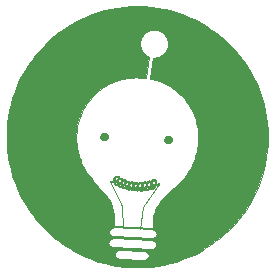
<source format=gts>
%TF.GenerationSoftware,KiCad,Pcbnew,(6.0.2)*%
%TF.CreationDate,2022-06-12T16:08:13+02:00*%
%TF.ProjectId,robo-rocket,726f626f-2d72-46f6-936b-65742e6b6963,rev?*%
%TF.SameCoordinates,Original*%
%TF.FileFunction,Soldermask,Top*%
%TF.FilePolarity,Negative*%
%FSLAX46Y46*%
G04 Gerber Fmt 4.6, Leading zero omitted, Abs format (unit mm)*
G04 Created by KiCad (PCBNEW (6.0.2)) date 2022-06-12 16:08:13*
%MOMM*%
%LPD*%
G01*
G04 APERTURE LIST*
%ADD10C,0.109560*%
%ADD11C,0.010000*%
G04 APERTURE END LIST*
D10*
X79361555Y-65146121D02*
X79590066Y-63307653D01*
D11*
X77407361Y-60641258D02*
X77415114Y-60641609D01*
X77415114Y-60641609D02*
X77422744Y-60642273D01*
X77422744Y-60642273D02*
X77430245Y-60643247D01*
X77430245Y-60643247D02*
X77437612Y-60644532D01*
X77437612Y-60644532D02*
X77444843Y-60646127D01*
X77444843Y-60646127D02*
X77451931Y-60648030D01*
X77451931Y-60648030D02*
X77458873Y-60650241D01*
X77458873Y-60650241D02*
X77465663Y-60652759D01*
X77465663Y-60652759D02*
X77472297Y-60655583D01*
X77472297Y-60655583D02*
X77478771Y-60658712D01*
X77478771Y-60658712D02*
X77485080Y-60662145D01*
X77485080Y-60662145D02*
X77491219Y-60665882D01*
X77491219Y-60665882D02*
X77496032Y-60669142D01*
X77496032Y-60669142D02*
X77500677Y-60672572D01*
X77500677Y-60672572D02*
X77505153Y-60676170D01*
X77505153Y-60676170D02*
X77509462Y-60679932D01*
X77509462Y-60679932D02*
X77513602Y-60683854D01*
X77513602Y-60683854D02*
X77517575Y-60687933D01*
X77517575Y-60687933D02*
X77521381Y-60692166D01*
X77521381Y-60692166D02*
X77525019Y-60696549D01*
X77525019Y-60696549D02*
X77528491Y-60701079D01*
X77528491Y-60701079D02*
X77531795Y-60705752D01*
X77531795Y-60705752D02*
X77534933Y-60710565D01*
X77534933Y-60710565D02*
X77537904Y-60715514D01*
X77537904Y-60715514D02*
X77540709Y-60720597D01*
X77540709Y-60720597D02*
X77543347Y-60725809D01*
X77543347Y-60725809D02*
X77545820Y-60731146D01*
X77545820Y-60731146D02*
X77548127Y-60736607D01*
X77548127Y-60736607D02*
X77550268Y-60742187D01*
X77550268Y-60742187D02*
X77552244Y-60747883D01*
X77552244Y-60747883D02*
X77555699Y-60759607D01*
X77555699Y-60759607D02*
X77558495Y-60771754D01*
X77558495Y-60771754D02*
X77560633Y-60784295D01*
X77560633Y-60784295D02*
X77562114Y-60797203D01*
X77562114Y-60797203D02*
X77562939Y-60810450D01*
X77562939Y-60810450D02*
X77563110Y-60824009D01*
X77563110Y-60824009D02*
X77562629Y-60837853D01*
X77562629Y-60837853D02*
X77571278Y-60833556D01*
X77571278Y-60833556D02*
X77579913Y-60829486D01*
X77579913Y-60829486D02*
X77588539Y-60825668D01*
X77588539Y-60825668D02*
X77597160Y-60822128D01*
X77597160Y-60822128D02*
X77605781Y-60818890D01*
X77605781Y-60818890D02*
X77614407Y-60815980D01*
X77614407Y-60815980D02*
X77623042Y-60813424D01*
X77623042Y-60813424D02*
X77627365Y-60812286D01*
X77627365Y-60812286D02*
X77631691Y-60811245D01*
X77631691Y-60811245D02*
X77640013Y-60809572D01*
X77640013Y-60809572D02*
X77648249Y-60808220D01*
X77648249Y-60808220D02*
X77656396Y-60807190D01*
X77656396Y-60807190D02*
X77664450Y-60806483D01*
X77664450Y-60806483D02*
X77672407Y-60806099D01*
X77672407Y-60806099D02*
X77680265Y-60806039D01*
X77680265Y-60806039D02*
X77688019Y-60806303D01*
X77688019Y-60806303D02*
X77695667Y-60806892D01*
X77695667Y-60806892D02*
X77703205Y-60807807D01*
X77703205Y-60807807D02*
X77710629Y-60809048D01*
X77710629Y-60809048D02*
X77717936Y-60810616D01*
X77717936Y-60810616D02*
X77725123Y-60812511D01*
X77725123Y-60812511D02*
X77732187Y-60814734D01*
X77732187Y-60814734D02*
X77739123Y-60817285D01*
X77739123Y-60817285D02*
X77745928Y-60820165D01*
X77745928Y-60820165D02*
X77752599Y-60823375D01*
X77752599Y-60823375D02*
X77757877Y-60826165D01*
X77757877Y-60826165D02*
X77762999Y-60829139D01*
X77762999Y-60829139D02*
X77767964Y-60832295D01*
X77767964Y-60832295D02*
X77772774Y-60835628D01*
X77772774Y-60835628D02*
X77777427Y-60839137D01*
X77777427Y-60839137D02*
X77781924Y-60842816D01*
X77781924Y-60842816D02*
X77786264Y-60846664D01*
X77786264Y-60846664D02*
X77790447Y-60850677D01*
X77790447Y-60850677D02*
X77794474Y-60854850D01*
X77794474Y-60854850D02*
X77798344Y-60859182D01*
X77798344Y-60859182D02*
X77802056Y-60863669D01*
X77802056Y-60863669D02*
X77805612Y-60868306D01*
X77805612Y-60868306D02*
X77809011Y-60873092D01*
X77809011Y-60873092D02*
X77812252Y-60878023D01*
X77812252Y-60878023D02*
X77815336Y-60883095D01*
X77815336Y-60883095D02*
X77818262Y-60888305D01*
X77818262Y-60888305D02*
X77821031Y-60893649D01*
X77821031Y-60893649D02*
X77823642Y-60899125D01*
X77823642Y-60899125D02*
X77826095Y-60904729D01*
X77826095Y-60904729D02*
X77828390Y-60910458D01*
X77828390Y-60910458D02*
X77830527Y-60916308D01*
X77830527Y-60916308D02*
X77832506Y-60922276D01*
X77832506Y-60922276D02*
X77834327Y-60928359D01*
X77834327Y-60928359D02*
X77835989Y-60934553D01*
X77835989Y-60934553D02*
X77838839Y-60947262D01*
X77838839Y-60947262D02*
X77841053Y-60960377D01*
X77841053Y-60960377D02*
X77842632Y-60973870D01*
X77842632Y-60973870D02*
X77843574Y-60987716D01*
X77843574Y-60987716D02*
X77851948Y-60982548D01*
X77851948Y-60982548D02*
X77860344Y-60977625D01*
X77860344Y-60977625D02*
X77868769Y-60972973D01*
X77868769Y-60972973D02*
X77877225Y-60968617D01*
X77877225Y-60968617D02*
X77885718Y-60964581D01*
X77885718Y-60964581D02*
X77894252Y-60960892D01*
X77894252Y-60960892D02*
X77898536Y-60959185D01*
X77898536Y-60959185D02*
X77902832Y-60957573D01*
X77902832Y-60957573D02*
X77907140Y-60956062D01*
X77907140Y-60956062D02*
X77911462Y-60954652D01*
X77911462Y-60954652D02*
X77919766Y-60952174D01*
X77919766Y-60952174D02*
X77928020Y-60950023D01*
X77928020Y-60950023D02*
X77936222Y-60948200D01*
X77936222Y-60948200D02*
X77944367Y-60946707D01*
X77944367Y-60946707D02*
X77952453Y-60945545D01*
X77952453Y-60945545D02*
X77960476Y-60944717D01*
X77960476Y-60944717D02*
X77968432Y-60944222D01*
X77968432Y-60944222D02*
X77976319Y-60944063D01*
X77976319Y-60944063D02*
X77984132Y-60944241D01*
X77984132Y-60944241D02*
X77991868Y-60944757D01*
X77991868Y-60944757D02*
X77999524Y-60945614D01*
X77999524Y-60945614D02*
X78007096Y-60946812D01*
X78007096Y-60946812D02*
X78014581Y-60948352D01*
X78014581Y-60948352D02*
X78021976Y-60950237D01*
X78021976Y-60950237D02*
X78029276Y-60952467D01*
X78029276Y-60952467D02*
X78036479Y-60955044D01*
X78036479Y-60955044D02*
X78042169Y-60957309D01*
X78042169Y-60957309D02*
X78047717Y-60959774D01*
X78047717Y-60959774D02*
X78053125Y-60962435D01*
X78053125Y-60962435D02*
X78058392Y-60965288D01*
X78058392Y-60965288D02*
X78063516Y-60968332D01*
X78063516Y-60968332D02*
X78068498Y-60971561D01*
X78068498Y-60971561D02*
X78073337Y-60974973D01*
X78073337Y-60974973D02*
X78078032Y-60978564D01*
X78078032Y-60978564D02*
X78082583Y-60982331D01*
X78082583Y-60982331D02*
X78086989Y-60986271D01*
X78086989Y-60986271D02*
X78091251Y-60990380D01*
X78091251Y-60990380D02*
X78095366Y-60994655D01*
X78095366Y-60994655D02*
X78099335Y-60999092D01*
X78099335Y-60999092D02*
X78103157Y-61003689D01*
X78103157Y-61003689D02*
X78106832Y-61008441D01*
X78106832Y-61008441D02*
X78110359Y-61013346D01*
X78110359Y-61013346D02*
X78113737Y-61018399D01*
X78113737Y-61018399D02*
X78116967Y-61023599D01*
X78116967Y-61023599D02*
X78120047Y-61028940D01*
X78120047Y-61028940D02*
X78122977Y-61034421D01*
X78122977Y-61034421D02*
X78128384Y-61045785D01*
X78128384Y-61045785D02*
X78133185Y-61057665D01*
X78133185Y-61057665D02*
X78137375Y-61070033D01*
X78137375Y-61070033D02*
X78140949Y-61082862D01*
X78140949Y-61082862D02*
X78143904Y-61096126D01*
X78143904Y-61096126D02*
X78146235Y-61109798D01*
X78146235Y-61109798D02*
X78154276Y-61103878D01*
X78154276Y-61103878D02*
X78162400Y-61098172D01*
X78162400Y-61098172D02*
X78170598Y-61092709D01*
X78170598Y-61092709D02*
X78178859Y-61087519D01*
X78178859Y-61087519D02*
X78187175Y-61082632D01*
X78187175Y-61082632D02*
X78195537Y-61078076D01*
X78195537Y-61078076D02*
X78199733Y-61075933D01*
X78199733Y-61075933D02*
X78203936Y-61073884D01*
X78203936Y-61073884D02*
X78208147Y-61071932D01*
X78208147Y-61071932D02*
X78212363Y-61070083D01*
X78212363Y-61070083D02*
X78220648Y-61066869D01*
X78220648Y-61066869D02*
X78228919Y-61063977D01*
X78228919Y-61063977D02*
X78237173Y-61061410D01*
X78237173Y-61061410D02*
X78245405Y-61059169D01*
X78245405Y-61059169D02*
X78253610Y-61057256D01*
X78253610Y-61057256D02*
X78261785Y-61055672D01*
X78261785Y-61055672D02*
X78269925Y-61054420D01*
X78269925Y-61054420D02*
X78278025Y-61053501D01*
X78278025Y-61053501D02*
X78286082Y-61052917D01*
X78286082Y-61052917D02*
X78294092Y-61052669D01*
X78294092Y-61052669D02*
X78302049Y-61052759D01*
X78302049Y-61052759D02*
X78309949Y-61053189D01*
X78309949Y-61053189D02*
X78317789Y-61053961D01*
X78317789Y-61053961D02*
X78325564Y-61055076D01*
X78325564Y-61055076D02*
X78333269Y-61056536D01*
X78333269Y-61056536D02*
X78340901Y-61058343D01*
X78340901Y-61058343D02*
X78346930Y-61060028D01*
X78346930Y-61060028D02*
X78352838Y-61061925D01*
X78352838Y-61061925D02*
X78358623Y-61064031D01*
X78358623Y-61064031D02*
X78364285Y-61066342D01*
X78364285Y-61066342D02*
X78369822Y-61068856D01*
X78369822Y-61068856D02*
X78375233Y-61071569D01*
X78375233Y-61071569D02*
X78380518Y-61074477D01*
X78380518Y-61074477D02*
X78385676Y-61077578D01*
X78385676Y-61077578D02*
X78390705Y-61080868D01*
X78390705Y-61080868D02*
X78395604Y-61084344D01*
X78395604Y-61084344D02*
X78400372Y-61088003D01*
X78400372Y-61088003D02*
X78405008Y-61091840D01*
X78405008Y-61091840D02*
X78413882Y-61100040D01*
X78413882Y-61100040D02*
X78422216Y-61108918D01*
X78422216Y-61108918D02*
X78430001Y-61118447D01*
X78430001Y-61118447D02*
X78437231Y-61128600D01*
X78437231Y-61128600D02*
X78443896Y-61139352D01*
X78443896Y-61139352D02*
X78449988Y-61150676D01*
X78449988Y-61150676D02*
X78455499Y-61162545D01*
X78455499Y-61162545D02*
X78460420Y-61174934D01*
X78460420Y-61174934D02*
X78464743Y-61187816D01*
X78464743Y-61187816D02*
X78468460Y-61201164D01*
X78468460Y-61201164D02*
X78476193Y-61194632D01*
X78476193Y-61194632D02*
X78483990Y-61188264D01*
X78483990Y-61188264D02*
X78491860Y-61182098D01*
X78491860Y-61182098D02*
X78499813Y-61176170D01*
X78499813Y-61176170D02*
X78507857Y-61170518D01*
X78507857Y-61170518D02*
X78511917Y-61167807D01*
X78511917Y-61167807D02*
X78516002Y-61165178D01*
X78516002Y-61165178D02*
X78520116Y-61162636D01*
X78520116Y-61162636D02*
X78524258Y-61160186D01*
X78524258Y-61160186D02*
X78528430Y-61157832D01*
X78528430Y-61157832D02*
X78532632Y-61155579D01*
X78532632Y-61155579D02*
X78540787Y-61151489D01*
X78540787Y-61151489D02*
X78548960Y-61147730D01*
X78548960Y-61147730D02*
X78557148Y-61144304D01*
X78557148Y-61144304D02*
X78565347Y-61141211D01*
X78565347Y-61141211D02*
X78573553Y-61138453D01*
X78573553Y-61138453D02*
X78581762Y-61136031D01*
X78581762Y-61136031D02*
X78589970Y-61133946D01*
X78589970Y-61133946D02*
X78598173Y-61132199D01*
X78598173Y-61132199D02*
X78606366Y-61130792D01*
X78606366Y-61130792D02*
X78614546Y-61129725D01*
X78614546Y-61129725D02*
X78622709Y-61128999D01*
X78622709Y-61128999D02*
X78630851Y-61128617D01*
X78630851Y-61128617D02*
X78638968Y-61128578D01*
X78638968Y-61128578D02*
X78647055Y-61128884D01*
X78647055Y-61128884D02*
X78655110Y-61129537D01*
X78655110Y-61129537D02*
X78663126Y-61130536D01*
X78663126Y-61130536D02*
X78675723Y-61132928D01*
X78675723Y-61132928D02*
X78687899Y-61136198D01*
X78687899Y-61136198D02*
X78699644Y-61140320D01*
X78699644Y-61140320D02*
X78710946Y-61145271D01*
X78710946Y-61145271D02*
X78721792Y-61151024D01*
X78721792Y-61151024D02*
X78732172Y-61157554D01*
X78732172Y-61157554D02*
X78742073Y-61164836D01*
X78742073Y-61164836D02*
X78751484Y-61172844D01*
X78751484Y-61172844D02*
X78760393Y-61181555D01*
X78760393Y-61181555D02*
X78768787Y-61190942D01*
X78768787Y-61190942D02*
X78776657Y-61200979D01*
X78776657Y-61200979D02*
X78783988Y-61211643D01*
X78783988Y-61211643D02*
X78790771Y-61222908D01*
X78790771Y-61222908D02*
X78796993Y-61234748D01*
X78796993Y-61234748D02*
X78802642Y-61247138D01*
X78802642Y-61247138D02*
X78807707Y-61260053D01*
X78807707Y-61260053D02*
X78814952Y-61252657D01*
X78814952Y-61252657D02*
X78822310Y-61245453D01*
X78822310Y-61245453D02*
X78829782Y-61238469D01*
X78829782Y-61238469D02*
X78837372Y-61231733D01*
X78837372Y-61231733D02*
X78845080Y-61225272D01*
X78845080Y-61225272D02*
X78848980Y-61222154D01*
X78848980Y-61222154D02*
X78852910Y-61219114D01*
X78852910Y-61219114D02*
X78856871Y-61216157D01*
X78856871Y-61216157D02*
X78860864Y-61213286D01*
X78860864Y-61213286D02*
X78864888Y-61210504D01*
X78864888Y-61210504D02*
X78868944Y-61207815D01*
X78868944Y-61207815D02*
X78876967Y-61202882D01*
X78876967Y-61202882D02*
X78885041Y-61198280D01*
X78885041Y-61198280D02*
X78893161Y-61194011D01*
X78893161Y-61194011D02*
X78901323Y-61190076D01*
X78901323Y-61190076D02*
X78909521Y-61186478D01*
X78909521Y-61186478D02*
X78917751Y-61183216D01*
X78917751Y-61183216D02*
X78926008Y-61180294D01*
X78926008Y-61180294D02*
X78934289Y-61177711D01*
X78934289Y-61177711D02*
X78942588Y-61175470D01*
X78942588Y-61175470D02*
X78950900Y-61173572D01*
X78950900Y-61173572D02*
X78959222Y-61172019D01*
X78959222Y-61172019D02*
X78967548Y-61170812D01*
X78967548Y-61170812D02*
X78975875Y-61169952D01*
X78975875Y-61169952D02*
X78984196Y-61169440D01*
X78984196Y-61169440D02*
X78992509Y-61169279D01*
X78992509Y-61169279D02*
X79000807Y-61169470D01*
X79000807Y-61169470D02*
X79014016Y-61170491D01*
X79014016Y-61170491D02*
X79026855Y-61172436D01*
X79026855Y-61172436D02*
X79039312Y-61175282D01*
X79039312Y-61175282D02*
X79051376Y-61179004D01*
X79051376Y-61179004D02*
X79063033Y-61183578D01*
X79063033Y-61183578D02*
X79074273Y-61188980D01*
X79074273Y-61188980D02*
X79085083Y-61195184D01*
X79085083Y-61195184D02*
X79095451Y-61202167D01*
X79095451Y-61202167D02*
X79105365Y-61209904D01*
X79105365Y-61209904D02*
X79114813Y-61218371D01*
X79114813Y-61218371D02*
X79123783Y-61227544D01*
X79123783Y-61227544D02*
X79132263Y-61237398D01*
X79132263Y-61237398D02*
X79140240Y-61247909D01*
X79140240Y-61247909D02*
X79147704Y-61259052D01*
X79147704Y-61259052D02*
X79154641Y-61270803D01*
X79154641Y-61270803D02*
X79161041Y-61283138D01*
X79161041Y-61283138D02*
X79167847Y-61275000D01*
X79167847Y-61275000D02*
X79174772Y-61267038D01*
X79174772Y-61267038D02*
X79181826Y-61259282D01*
X79181826Y-61259282D02*
X79189018Y-61251762D01*
X79189018Y-61251762D02*
X79196356Y-61244509D01*
X79196356Y-61244509D02*
X79203850Y-61237551D01*
X79203850Y-61237551D02*
X79207658Y-61234192D01*
X79207658Y-61234192D02*
X79211509Y-61230919D01*
X79211509Y-61230919D02*
X79215404Y-61227734D01*
X79215404Y-61227734D02*
X79219343Y-61224642D01*
X79219343Y-61224642D02*
X79227128Y-61218860D01*
X79227128Y-61218860D02*
X79234999Y-61213401D01*
X79234999Y-61213401D02*
X79242950Y-61208267D01*
X79242950Y-61208267D02*
X79250976Y-61203460D01*
X79250976Y-61203460D02*
X79259070Y-61198982D01*
X79259070Y-61198982D02*
X79267228Y-61194835D01*
X79267228Y-61194835D02*
X79275443Y-61191021D01*
X79275443Y-61191021D02*
X79283710Y-61187542D01*
X79283710Y-61187542D02*
X79292022Y-61184401D01*
X79292022Y-61184401D02*
X79300375Y-61181598D01*
X79300375Y-61181598D02*
X79308762Y-61179136D01*
X79308762Y-61179136D02*
X79317177Y-61177017D01*
X79317177Y-61177017D02*
X79325615Y-61175244D01*
X79325615Y-61175244D02*
X79334071Y-61173817D01*
X79334071Y-61173817D02*
X79342538Y-61172740D01*
X79342538Y-61172740D02*
X79351011Y-61172013D01*
X79351011Y-61172013D02*
X79364663Y-61171650D01*
X79364663Y-61171650D02*
X79378025Y-61172233D01*
X79378025Y-61172233D02*
X79391082Y-61173742D01*
X79391082Y-61173742D02*
X79403816Y-61176155D01*
X79403816Y-61176155D02*
X79416214Y-61179453D01*
X79416214Y-61179453D02*
X79428259Y-61183613D01*
X79428259Y-61183613D02*
X79439936Y-61188615D01*
X79439936Y-61188615D02*
X79451229Y-61194439D01*
X79451229Y-61194439D02*
X79462124Y-61201062D01*
X79462124Y-61201062D02*
X79472604Y-61208465D01*
X79472604Y-61208465D02*
X79482654Y-61216626D01*
X79482654Y-61216626D02*
X79492259Y-61225525D01*
X79492259Y-61225525D02*
X79501404Y-61235140D01*
X79501404Y-61235140D02*
X79510072Y-61245450D01*
X79510072Y-61245450D02*
X79518248Y-61256435D01*
X79518248Y-61256435D02*
X79525917Y-61268074D01*
X79525917Y-61268074D02*
X79532137Y-61259129D01*
X79532137Y-61259129D02*
X79538487Y-61250359D01*
X79538487Y-61250359D02*
X79544983Y-61241796D01*
X79544983Y-61241796D02*
X79551644Y-61233470D01*
X79551644Y-61233470D02*
X79558488Y-61225409D01*
X79558488Y-61225409D02*
X79565534Y-61217644D01*
X79565534Y-61217644D02*
X79569139Y-61213882D01*
X79569139Y-61213882D02*
X79572801Y-61210205D01*
X79572801Y-61210205D02*
X79576522Y-61206616D01*
X79576522Y-61206616D02*
X79580306Y-61203120D01*
X79580306Y-61203120D02*
X79587742Y-61196490D01*
X79587742Y-61196490D02*
X79595301Y-61190174D01*
X79595301Y-61190174D02*
X79602978Y-61184172D01*
X79602978Y-61184172D02*
X79610765Y-61178488D01*
X79610765Y-61178488D02*
X79618658Y-61173122D01*
X79618658Y-61173122D02*
X79626651Y-61168076D01*
X79626651Y-61168076D02*
X79634737Y-61163353D01*
X79634737Y-61163353D02*
X79642912Y-61158954D01*
X79642912Y-61158954D02*
X79651169Y-61154880D01*
X79651169Y-61154880D02*
X79659504Y-61151133D01*
X79659504Y-61151133D02*
X79667909Y-61147716D01*
X79667909Y-61147716D02*
X79676379Y-61144629D01*
X79676379Y-61144629D02*
X79684910Y-61141874D01*
X79684910Y-61141874D02*
X79693494Y-61139454D01*
X79693494Y-61139454D02*
X79702126Y-61137370D01*
X79702126Y-61137370D02*
X79710801Y-61135623D01*
X79710801Y-61135623D02*
X79724749Y-61133735D01*
X79724749Y-61133735D02*
X79738482Y-61132828D01*
X79738482Y-61132828D02*
X79751983Y-61132882D01*
X79751983Y-61132882D02*
X79765233Y-61133878D01*
X79765233Y-61133878D02*
X79778214Y-61135797D01*
X79778214Y-61135797D02*
X79790910Y-61138619D01*
X79790910Y-61138619D02*
X79803302Y-61142325D01*
X79803302Y-61142325D02*
X79815373Y-61146897D01*
X79815373Y-61146897D02*
X79827104Y-61152315D01*
X79827104Y-61152315D02*
X79838478Y-61158560D01*
X79838478Y-61158560D02*
X79849477Y-61165612D01*
X79849477Y-61165612D02*
X79860083Y-61173453D01*
X79860083Y-61173453D02*
X79870279Y-61182063D01*
X79870279Y-61182063D02*
X79880047Y-61191423D01*
X79880047Y-61191423D02*
X79889369Y-61201513D01*
X79889369Y-61201513D02*
X79898227Y-61212316D01*
X79898227Y-61212316D02*
X79903806Y-61202700D01*
X79903806Y-61202700D02*
X79909547Y-61193238D01*
X79909547Y-61193238D02*
X79915467Y-61183954D01*
X79915467Y-61183954D02*
X79921582Y-61174874D01*
X79921582Y-61174874D02*
X79927908Y-61166024D01*
X79927908Y-61166024D02*
X79934461Y-61157428D01*
X79934461Y-61157428D02*
X79941257Y-61149112D01*
X79941257Y-61149112D02*
X79944751Y-61145067D01*
X79944751Y-61145067D02*
X79948312Y-61141101D01*
X79948312Y-61141101D02*
X79955391Y-61133616D01*
X79955391Y-61133616D02*
X79962613Y-61126424D01*
X79962613Y-61126424D02*
X79969973Y-61119529D01*
X79969973Y-61119529D02*
X79977466Y-61112934D01*
X79977466Y-61112934D02*
X79985089Y-61106645D01*
X79985089Y-61106645D02*
X79992838Y-61100665D01*
X79992838Y-61100665D02*
X80000707Y-61094997D01*
X80000707Y-61094997D02*
X80008693Y-61089647D01*
X80008693Y-61089647D02*
X80016791Y-61084617D01*
X80016791Y-61084617D02*
X80024997Y-61079913D01*
X80024997Y-61079913D02*
X80033307Y-61075537D01*
X80033307Y-61075537D02*
X80041717Y-61071495D01*
X80041717Y-61071495D02*
X80050221Y-61067789D01*
X80050221Y-61067789D02*
X80058817Y-61064425D01*
X80058817Y-61064425D02*
X80067499Y-61061405D01*
X80067499Y-61061405D02*
X80076263Y-61058735D01*
X80076263Y-61058735D02*
X80090364Y-61055176D01*
X80090364Y-61055176D02*
X80104335Y-61052632D01*
X80104335Y-61052632D02*
X80118154Y-61051084D01*
X80118154Y-61051084D02*
X80131802Y-61050515D01*
X80131802Y-61050515D02*
X80145257Y-61050908D01*
X80145257Y-61050908D02*
X80158498Y-61052246D01*
X80158498Y-61052246D02*
X80171506Y-61054510D01*
X80171506Y-61054510D02*
X80184259Y-61057684D01*
X80184259Y-61057684D02*
X80196737Y-61061749D01*
X80196737Y-61061749D02*
X80208919Y-61066689D01*
X80208919Y-61066689D02*
X80220785Y-61072486D01*
X80220785Y-61072486D02*
X80232314Y-61079122D01*
X80232314Y-61079122D02*
X80243485Y-61086580D01*
X80243485Y-61086580D02*
X80254278Y-61094842D01*
X80254278Y-61094842D02*
X80264672Y-61103892D01*
X80264672Y-61103892D02*
X80274646Y-61113711D01*
X80274646Y-61113711D02*
X80279558Y-61103360D01*
X80279558Y-61103360D02*
X80284627Y-61093156D01*
X80284627Y-61093156D02*
X80289885Y-61083117D01*
X80289885Y-61083117D02*
X80295360Y-61073262D01*
X80295360Y-61073262D02*
X80301083Y-61063608D01*
X80301083Y-61063608D02*
X80307083Y-61054174D01*
X80307083Y-61054174D02*
X80313391Y-61044979D01*
X80313391Y-61044979D02*
X80316670Y-61040476D01*
X80316670Y-61040476D02*
X80320036Y-61036040D01*
X80320036Y-61036040D02*
X80326622Y-61027636D01*
X80326622Y-61027636D02*
X80333390Y-61019519D01*
X80333390Y-61019519D02*
X80340334Y-61011693D01*
X80340334Y-61011693D02*
X80347447Y-61004160D01*
X80347447Y-61004160D02*
X80354725Y-60996924D01*
X80354725Y-60996924D02*
X80362160Y-60989988D01*
X80362160Y-60989988D02*
X80369748Y-60983356D01*
X80369748Y-60983356D02*
X80377481Y-60977029D01*
X80377481Y-60977029D02*
X80385354Y-60971013D01*
X80385354Y-60971013D02*
X80393362Y-60965309D01*
X80393362Y-60965309D02*
X80401496Y-60959920D01*
X80401496Y-60959920D02*
X80409753Y-60954851D01*
X80409753Y-60954851D02*
X80418126Y-60950104D01*
X80418126Y-60950104D02*
X80426608Y-60945682D01*
X80426608Y-60945682D02*
X80435194Y-60941589D01*
X80435194Y-60941589D02*
X80443878Y-60937827D01*
X80443878Y-60937827D02*
X80456247Y-60933121D01*
X80456247Y-60933121D02*
X80468619Y-60929197D01*
X80468619Y-60929197D02*
X80480973Y-60926047D01*
X80480973Y-60926047D02*
X80493288Y-60923663D01*
X80493288Y-60923663D02*
X80505546Y-60922040D01*
X80505546Y-60922040D02*
X80517725Y-60921168D01*
X80517725Y-60921168D02*
X80529807Y-60921042D01*
X80529807Y-60921042D02*
X80541770Y-60921653D01*
X80541770Y-60921653D02*
X80553596Y-60922995D01*
X80553596Y-60922995D02*
X80565264Y-60925060D01*
X80565264Y-60925060D02*
X80576754Y-60927841D01*
X80576754Y-60927841D02*
X80588047Y-60931331D01*
X80588047Y-60931331D02*
X80599122Y-60935522D01*
X80599122Y-60935522D02*
X80609959Y-60940408D01*
X80609959Y-60940408D02*
X80620539Y-60945980D01*
X80620539Y-60945980D02*
X80630841Y-60952232D01*
X80630841Y-60952232D02*
X80640845Y-60959156D01*
X80640845Y-60959156D02*
X80650533Y-60966745D01*
X80650533Y-60966745D02*
X80659882Y-60974992D01*
X80659882Y-60974992D02*
X80668875Y-60983890D01*
X80668875Y-60983890D02*
X80677490Y-60993431D01*
X80677490Y-60993431D02*
X80685708Y-61003608D01*
X80685708Y-61003608D02*
X80693509Y-61014413D01*
X80693509Y-61014413D02*
X80700872Y-61025840D01*
X80700872Y-61025840D02*
X80707779Y-61037881D01*
X80707779Y-61037881D02*
X80714208Y-61050529D01*
X80714208Y-61050529D02*
X80720141Y-61063777D01*
X80720141Y-61063777D02*
X80725556Y-61077616D01*
X80725556Y-61077616D02*
X80730435Y-61092041D01*
X80730435Y-61092041D02*
X80734756Y-61107044D01*
X80734756Y-61107044D02*
X80738501Y-61122618D01*
X80738501Y-61122618D02*
X80741649Y-61138754D01*
X80741649Y-61138754D02*
X80743519Y-61151900D01*
X80743519Y-61151900D02*
X80744879Y-61165136D01*
X80744879Y-61165136D02*
X80745736Y-61178448D01*
X80745736Y-61178448D02*
X80746100Y-61191819D01*
X80746100Y-61191819D02*
X80745977Y-61205235D01*
X80745977Y-61205235D02*
X80745376Y-61218681D01*
X80745376Y-61218681D02*
X80744306Y-61232141D01*
X80744306Y-61232141D02*
X80742773Y-61245600D01*
X80742773Y-61245600D02*
X80740787Y-61259043D01*
X80740787Y-61259043D02*
X80738354Y-61272454D01*
X80738354Y-61272454D02*
X80735484Y-61285820D01*
X80735484Y-61285820D02*
X80732184Y-61299123D01*
X80732184Y-61299123D02*
X80728462Y-61312350D01*
X80728462Y-61312350D02*
X80724326Y-61325485D01*
X80724326Y-61325485D02*
X80719784Y-61338513D01*
X80719784Y-61338513D02*
X80714845Y-61351419D01*
X80714845Y-61351419D02*
X80781389Y-61335978D01*
X80781389Y-61335978D02*
X80848079Y-61319308D01*
X80848079Y-61319308D02*
X80914916Y-61301428D01*
X80914916Y-61301428D02*
X80981900Y-61282355D01*
X80981900Y-61282355D02*
X80977180Y-61309235D01*
X80977180Y-61309235D02*
X80972166Y-61336134D01*
X80972166Y-61336134D02*
X80966933Y-61362995D01*
X80966933Y-61362995D02*
X80961553Y-61389765D01*
X80961553Y-61389765D02*
X80922127Y-61400680D01*
X80922127Y-61400680D02*
X80882791Y-61411127D01*
X80882791Y-61411127D02*
X80804377Y-61430654D01*
X80804377Y-61430654D02*
X80726293Y-61448421D01*
X80726293Y-61448421D02*
X80648522Y-61464501D01*
X80648522Y-61464501D02*
X80647596Y-61465590D01*
X80647596Y-61465590D02*
X80646654Y-61466659D01*
X80646654Y-61466659D02*
X80644728Y-61468744D01*
X80644728Y-61468744D02*
X80642761Y-61470774D01*
X80642761Y-61470774D02*
X80640769Y-61472767D01*
X80640769Y-61472767D02*
X80636774Y-61476716D01*
X80636774Y-61476716D02*
X80634803Y-61478710D01*
X80634803Y-61478710D02*
X80632870Y-61480740D01*
X80632870Y-61480740D02*
X80625428Y-61501002D01*
X80625428Y-61501002D02*
X80616994Y-61520890D01*
X80616994Y-61520890D02*
X80607607Y-61540357D01*
X80607607Y-61540357D02*
X80597309Y-61559355D01*
X80597309Y-61559355D02*
X80586138Y-61577836D01*
X80586138Y-61577836D02*
X80574134Y-61595752D01*
X80574134Y-61595752D02*
X80561338Y-61613055D01*
X80561338Y-61613055D02*
X80547789Y-61629698D01*
X80547789Y-61629698D02*
X80533527Y-61645632D01*
X80533527Y-61645632D02*
X80518592Y-61660810D01*
X80518592Y-61660810D02*
X80503024Y-61675184D01*
X80503024Y-61675184D02*
X80486862Y-61688706D01*
X80486862Y-61688706D02*
X80470146Y-61701328D01*
X80470146Y-61701328D02*
X80452916Y-61713002D01*
X80452916Y-61713002D02*
X80435212Y-61723680D01*
X80435212Y-61723680D02*
X80417075Y-61733316D01*
X80417075Y-61733316D02*
X80414204Y-61734765D01*
X80414204Y-61734765D02*
X80411315Y-61736183D01*
X80411315Y-61736183D02*
X80405483Y-61738940D01*
X80405483Y-61738940D02*
X80399577Y-61741624D01*
X80399577Y-61741624D02*
X80393597Y-61744271D01*
X80393597Y-61744271D02*
X80376788Y-61750669D01*
X80376788Y-61750669D02*
X80360128Y-61756006D01*
X80360128Y-61756006D02*
X80343648Y-61760302D01*
X80343648Y-61760302D02*
X80327378Y-61763573D01*
X80327378Y-61763573D02*
X80311349Y-61765838D01*
X80311349Y-61765838D02*
X80295592Y-61767114D01*
X80295592Y-61767114D02*
X80280135Y-61767419D01*
X80280135Y-61767419D02*
X80265011Y-61766771D01*
X80265011Y-61766771D02*
X80250249Y-61765187D01*
X80250249Y-61765187D02*
X80235879Y-61762686D01*
X80235879Y-61762686D02*
X80221932Y-61759285D01*
X80221932Y-61759285D02*
X80208439Y-61755001D01*
X80208439Y-61755001D02*
X80195430Y-61749854D01*
X80195430Y-61749854D02*
X80182934Y-61743859D01*
X80182934Y-61743859D02*
X80170983Y-61737036D01*
X80170983Y-61737036D02*
X80159607Y-61729402D01*
X80159607Y-61729402D02*
X80151151Y-61738892D01*
X80151151Y-61738892D02*
X80142443Y-61748132D01*
X80142443Y-61748132D02*
X80133493Y-61757110D01*
X80133493Y-61757110D02*
X80124309Y-61765814D01*
X80124309Y-61765814D02*
X80114902Y-61774232D01*
X80114902Y-61774232D02*
X80105281Y-61782354D01*
X80105281Y-61782354D02*
X80095455Y-61790166D01*
X80095455Y-61790166D02*
X80085434Y-61797658D01*
X80085434Y-61797658D02*
X80075227Y-61804817D01*
X80075227Y-61804817D02*
X80064844Y-61811633D01*
X80064844Y-61811633D02*
X80054295Y-61818092D01*
X80054295Y-61818092D02*
X80043588Y-61824183D01*
X80043588Y-61824183D02*
X80032733Y-61829895D01*
X80032733Y-61829895D02*
X80021739Y-61835216D01*
X80021739Y-61835216D02*
X80010617Y-61840134D01*
X80010617Y-61840134D02*
X79999375Y-61844637D01*
X79999375Y-61844637D02*
X79996432Y-61845784D01*
X79996432Y-61845784D02*
X79993472Y-61846881D01*
X79993472Y-61846881D02*
X79990499Y-61847931D01*
X79990499Y-61847931D02*
X79987514Y-61848941D01*
X79987514Y-61848941D02*
X79984520Y-61849914D01*
X79984520Y-61849914D02*
X79981520Y-61850855D01*
X79981520Y-61850855D02*
X79975507Y-61852658D01*
X79975507Y-61852658D02*
X79955893Y-61857889D01*
X79955893Y-61857889D02*
X79936623Y-61861718D01*
X79936623Y-61861718D02*
X79917738Y-61864180D01*
X79917738Y-61864180D02*
X79899279Y-61865308D01*
X79899279Y-61865308D02*
X79881288Y-61865136D01*
X79881288Y-61865136D02*
X79863806Y-61863698D01*
X79863806Y-61863698D02*
X79846875Y-61861027D01*
X79846875Y-61861027D02*
X79830535Y-61857158D01*
X79830535Y-61857158D02*
X79814827Y-61852125D01*
X79814827Y-61852125D02*
X79799794Y-61845960D01*
X79799794Y-61845960D02*
X79785476Y-61838698D01*
X79785476Y-61838698D02*
X79771915Y-61830373D01*
X79771915Y-61830373D02*
X79759151Y-61821019D01*
X79759151Y-61821019D02*
X79747227Y-61810669D01*
X79747227Y-61810669D02*
X79736183Y-61799357D01*
X79736183Y-61799357D02*
X79726060Y-61787117D01*
X79726060Y-61787117D02*
X79716319Y-61797467D01*
X79716319Y-61797467D02*
X79706256Y-61807452D01*
X79706256Y-61807452D02*
X79695888Y-61817060D01*
X79695888Y-61817060D02*
X79685232Y-61826280D01*
X79685232Y-61826280D02*
X79674306Y-61835100D01*
X79674306Y-61835100D02*
X79663126Y-61843508D01*
X79663126Y-61843508D02*
X79651710Y-61851492D01*
X79651710Y-61851492D02*
X79640075Y-61859041D01*
X79640075Y-61859041D02*
X79628239Y-61866143D01*
X79628239Y-61866143D02*
X79616217Y-61872786D01*
X79616217Y-61872786D02*
X79604029Y-61878959D01*
X79604029Y-61878959D02*
X79591690Y-61884649D01*
X79591690Y-61884649D02*
X79579218Y-61889845D01*
X79579218Y-61889845D02*
X79566630Y-61894536D01*
X79566630Y-61894536D02*
X79553944Y-61898708D01*
X79553944Y-61898708D02*
X79541176Y-61902352D01*
X79541176Y-61902352D02*
X79535246Y-61903786D01*
X79535246Y-61903786D02*
X79529242Y-61905164D01*
X79529242Y-61905164D02*
X79517309Y-61907830D01*
X79517309Y-61907830D02*
X79499976Y-61910517D01*
X79499976Y-61910517D02*
X79482992Y-61912139D01*
X79482992Y-61912139D02*
X79466384Y-61912722D01*
X79466384Y-61912722D02*
X79450181Y-61912294D01*
X79450181Y-61912294D02*
X79434410Y-61910879D01*
X79434410Y-61910879D02*
X79419099Y-61908504D01*
X79419099Y-61908504D02*
X79404276Y-61905197D01*
X79404276Y-61905197D02*
X79389968Y-61900983D01*
X79389968Y-61900983D02*
X79376204Y-61895888D01*
X79376204Y-61895888D02*
X79363011Y-61889940D01*
X79363011Y-61889940D02*
X79350417Y-61883163D01*
X79350417Y-61883163D02*
X79338450Y-61875586D01*
X79338450Y-61875586D02*
X79327137Y-61867233D01*
X79327137Y-61867233D02*
X79316506Y-61858132D01*
X79316506Y-61858132D02*
X79306586Y-61848309D01*
X79306586Y-61848309D02*
X79297404Y-61837790D01*
X79297404Y-61837790D02*
X79289433Y-61843007D01*
X79289433Y-61843007D02*
X79281369Y-61848018D01*
X79281369Y-61848018D02*
X79273217Y-61852819D01*
X79273217Y-61852819D02*
X79264979Y-61857406D01*
X79264979Y-61857406D02*
X79256660Y-61861773D01*
X79256660Y-61861773D02*
X79248264Y-61865917D01*
X79248264Y-61865917D02*
X79239793Y-61869834D01*
X79239793Y-61869834D02*
X79231252Y-61873519D01*
X79231252Y-61873519D02*
X79222645Y-61876968D01*
X79222645Y-61876968D02*
X79213975Y-61880176D01*
X79213975Y-61880176D02*
X79205246Y-61883139D01*
X79205246Y-61883139D02*
X79196461Y-61885854D01*
X79196461Y-61885854D02*
X79187625Y-61888315D01*
X79187625Y-61888315D02*
X79178742Y-61890518D01*
X79178742Y-61890518D02*
X79169814Y-61892459D01*
X79169814Y-61892459D02*
X79160845Y-61894135D01*
X79160845Y-61894135D02*
X79155089Y-61895009D01*
X79155089Y-61895009D02*
X79149278Y-61895847D01*
X79149278Y-61895847D02*
X79143429Y-61896611D01*
X79143429Y-61896611D02*
X79140497Y-61896954D01*
X79140497Y-61896954D02*
X79137563Y-61897266D01*
X79137563Y-61897266D02*
X79120205Y-61898334D01*
X79120205Y-61898334D02*
X79103290Y-61898333D01*
X79103290Y-61898333D02*
X79086846Y-61897292D01*
X79086846Y-61897292D02*
X79070897Y-61895242D01*
X79070897Y-61895242D02*
X79055472Y-61892212D01*
X79055472Y-61892212D02*
X79040595Y-61888234D01*
X79040595Y-61888234D02*
X79026295Y-61883338D01*
X79026295Y-61883338D02*
X79012595Y-61877554D01*
X79012595Y-61877554D02*
X78999525Y-61870913D01*
X78999525Y-61870913D02*
X78987108Y-61863444D01*
X78987108Y-61863444D02*
X78975373Y-61855179D01*
X78975373Y-61855179D02*
X78964345Y-61846147D01*
X78964345Y-61846147D02*
X78954050Y-61836380D01*
X78954050Y-61836380D02*
X78944516Y-61825906D01*
X78944516Y-61825906D02*
X78935768Y-61814758D01*
X78935768Y-61814758D02*
X78927833Y-61802964D01*
X78927833Y-61802964D02*
X78916875Y-61811450D01*
X78916875Y-61811450D02*
X78905656Y-61819514D01*
X78905656Y-61819514D02*
X78894195Y-61827144D01*
X78894195Y-61827144D02*
X78882511Y-61834332D01*
X78882511Y-61834332D02*
X78870623Y-61841067D01*
X78870623Y-61841067D02*
X78858550Y-61847339D01*
X78858550Y-61847339D02*
X78846310Y-61853138D01*
X78846310Y-61853138D02*
X78833924Y-61858455D01*
X78833924Y-61858455D02*
X78821409Y-61863278D01*
X78821409Y-61863278D02*
X78808784Y-61867598D01*
X78808784Y-61867598D02*
X78796069Y-61871406D01*
X78796069Y-61871406D02*
X78783283Y-61874690D01*
X78783283Y-61874690D02*
X78770443Y-61877441D01*
X78770443Y-61877441D02*
X78757570Y-61879650D01*
X78757570Y-61879650D02*
X78744682Y-61881305D01*
X78744682Y-61881305D02*
X78731798Y-61882397D01*
X78731798Y-61882397D02*
X78725959Y-61882794D01*
X78725959Y-61882794D02*
X78723056Y-61882954D01*
X78723056Y-61882954D02*
X78720157Y-61883081D01*
X78720157Y-61883081D02*
X78717258Y-61883172D01*
X78717258Y-61883172D02*
X78714355Y-61883222D01*
X78714355Y-61883222D02*
X78711442Y-61883225D01*
X78711442Y-61883225D02*
X78708516Y-61883179D01*
X78708516Y-61883179D02*
X78692600Y-61882468D01*
X78692600Y-61882468D02*
X78677149Y-61880866D01*
X78677149Y-61880866D02*
X78662180Y-61878400D01*
X78662180Y-61878400D02*
X78647713Y-61875096D01*
X78647713Y-61875096D02*
X78633766Y-61870981D01*
X78633766Y-61870981D02*
X78620359Y-61866080D01*
X78620359Y-61866080D02*
X78607510Y-61860420D01*
X78607510Y-61860420D02*
X78595238Y-61854028D01*
X78595238Y-61854028D02*
X78583562Y-61846929D01*
X78583562Y-61846929D02*
X78572501Y-61839151D01*
X78572501Y-61839151D02*
X78562074Y-61830719D01*
X78562074Y-61830719D02*
X78552300Y-61821661D01*
X78552300Y-61821661D02*
X78543198Y-61812001D01*
X78543198Y-61812001D02*
X78534786Y-61801767D01*
X78534786Y-61801767D02*
X78527084Y-61790986D01*
X78527084Y-61790986D02*
X78520111Y-61779682D01*
X78520111Y-61779682D02*
X78510176Y-61784950D01*
X78510176Y-61784950D02*
X78500116Y-61789892D01*
X78500116Y-61789892D02*
X78489943Y-61794504D01*
X78489943Y-61794504D02*
X78479668Y-61798780D01*
X78479668Y-61798780D02*
X78469303Y-61802715D01*
X78469303Y-61802715D02*
X78458861Y-61806305D01*
X78458861Y-61806305D02*
X78448354Y-61809544D01*
X78448354Y-61809544D02*
X78437794Y-61812429D01*
X78437794Y-61812429D02*
X78427192Y-61814954D01*
X78427192Y-61814954D02*
X78416561Y-61817113D01*
X78416561Y-61817113D02*
X78405913Y-61818903D01*
X78405913Y-61818903D02*
X78395260Y-61820319D01*
X78395260Y-61820319D02*
X78384613Y-61821355D01*
X78384613Y-61821355D02*
X78373985Y-61822007D01*
X78373985Y-61822007D02*
X78363389Y-61822269D01*
X78363389Y-61822269D02*
X78352835Y-61822138D01*
X78352835Y-61822138D02*
X78341415Y-61821575D01*
X78341415Y-61821575D02*
X78338577Y-61821395D01*
X78338577Y-61821395D02*
X78335750Y-61821175D01*
X78335750Y-61821175D02*
X78332937Y-61820905D01*
X78332937Y-61820905D02*
X78330141Y-61820573D01*
X78330141Y-61820573D02*
X78313256Y-61818175D01*
X78313256Y-61818175D02*
X78297024Y-61814748D01*
X78297024Y-61814748D02*
X78281465Y-61810332D01*
X78281465Y-61810332D02*
X78266599Y-61804967D01*
X78266599Y-61804967D02*
X78252446Y-61798694D01*
X78252446Y-61798694D02*
X78239026Y-61791551D01*
X78239026Y-61791551D02*
X78226360Y-61783579D01*
X78226360Y-61783579D02*
X78214466Y-61774817D01*
X78214466Y-61774817D02*
X78203366Y-61765305D01*
X78203366Y-61765305D02*
X78193079Y-61755084D01*
X78193079Y-61755084D02*
X78183625Y-61744193D01*
X78183625Y-61744193D02*
X78175025Y-61732671D01*
X78175025Y-61732671D02*
X78167299Y-61720559D01*
X78167299Y-61720559D02*
X78160466Y-61707896D01*
X78160466Y-61707896D02*
X78154546Y-61694723D01*
X78154546Y-61694723D02*
X78149560Y-61681079D01*
X78149560Y-61681079D02*
X78137268Y-61687624D01*
X78137268Y-61687624D02*
X78124835Y-61693681D01*
X78124835Y-61693681D02*
X78112281Y-61699244D01*
X78112281Y-61699244D02*
X78099626Y-61704308D01*
X78099626Y-61704308D02*
X78086889Y-61708867D01*
X78086889Y-61708867D02*
X78074091Y-61712914D01*
X78074091Y-61712914D02*
X78061251Y-61716443D01*
X78061251Y-61716443D02*
X78048389Y-61719449D01*
X78048389Y-61719449D02*
X78035524Y-61721926D01*
X78035524Y-61721926D02*
X78022677Y-61723866D01*
X78022677Y-61723866D02*
X78009867Y-61725265D01*
X78009867Y-61725265D02*
X77997115Y-61726117D01*
X77997115Y-61726117D02*
X77984439Y-61726414D01*
X77984439Y-61726414D02*
X77971859Y-61726152D01*
X77971859Y-61726152D02*
X77959396Y-61725324D01*
X77959396Y-61725324D02*
X77947070Y-61723925D01*
X77947070Y-61723925D02*
X77942811Y-61723304D01*
X77942811Y-61723304D02*
X77938534Y-61722629D01*
X77938534Y-61722629D02*
X77929853Y-61721186D01*
X77929853Y-61721186D02*
X77913783Y-61717277D01*
X77913783Y-61717277D02*
X77898453Y-61712470D01*
X77898453Y-61712470D02*
X77883875Y-61706795D01*
X77883875Y-61706795D02*
X77870065Y-61700285D01*
X77870065Y-61700285D02*
X77857037Y-61692972D01*
X77857037Y-61692972D02*
X77844805Y-61684887D01*
X77844805Y-61684887D02*
X77833383Y-61676061D01*
X77833383Y-61676061D02*
X77822786Y-61666528D01*
X77822786Y-61666528D02*
X77813029Y-61656318D01*
X77813029Y-61656318D02*
X77804125Y-61645463D01*
X77804125Y-61645463D02*
X77796088Y-61633996D01*
X77796088Y-61633996D02*
X77788934Y-61621948D01*
X77788934Y-61621948D02*
X77782676Y-61609351D01*
X77782676Y-61609351D02*
X77777329Y-61596237D01*
X77777329Y-61596237D02*
X77772907Y-61582637D01*
X77772907Y-61582637D02*
X77769425Y-61568584D01*
X77769425Y-61568584D02*
X77758472Y-61572288D01*
X77758472Y-61572288D02*
X77747485Y-61575622D01*
X77747485Y-61575622D02*
X77736476Y-61578582D01*
X77736476Y-61578582D02*
X77725456Y-61581166D01*
X77725456Y-61581166D02*
X77714438Y-61583368D01*
X77714438Y-61583368D02*
X77703432Y-61585187D01*
X77703432Y-61585187D02*
X77692451Y-61586618D01*
X77692451Y-61586618D02*
X77681507Y-61587658D01*
X77681507Y-61587658D02*
X77670610Y-61588304D01*
X77670610Y-61588304D02*
X77659774Y-61588553D01*
X77659774Y-61588553D02*
X77649009Y-61588399D01*
X77649009Y-61588399D02*
X77638328Y-61587842D01*
X77638328Y-61587842D02*
X77627742Y-61586876D01*
X77627742Y-61586876D02*
X77617262Y-61585499D01*
X77617262Y-61585499D02*
X77606902Y-61583706D01*
X77606902Y-61583706D02*
X77596672Y-61581495D01*
X77596672Y-61581495D02*
X77580237Y-61576996D01*
X77580237Y-61576996D02*
X77565327Y-61571751D01*
X77565327Y-61571751D02*
X77551195Y-61565720D01*
X77551195Y-61565720D02*
X77537852Y-61558932D01*
X77537852Y-61558932D02*
X77525304Y-61551419D01*
X77525304Y-61551419D02*
X77513561Y-61543210D01*
X77513561Y-61543210D02*
X77502631Y-61534335D01*
X77502631Y-61534335D02*
X77492524Y-61524824D01*
X77492524Y-61524824D02*
X77487459Y-61519301D01*
X77487459Y-61519301D02*
X77880277Y-61519301D01*
X77880277Y-61519301D02*
X77880916Y-61531292D01*
X77880916Y-61531292D02*
X77882261Y-61542885D01*
X77882261Y-61542885D02*
X77884298Y-61554036D01*
X77884298Y-61554036D02*
X77887017Y-61564701D01*
X77887017Y-61564701D02*
X77890404Y-61574839D01*
X77890404Y-61574839D02*
X77894448Y-61584405D01*
X77894448Y-61584405D02*
X77899137Y-61593357D01*
X77899137Y-61593357D02*
X77904458Y-61601650D01*
X77904458Y-61601650D02*
X77910401Y-61609243D01*
X77910401Y-61609243D02*
X77913601Y-61612762D01*
X77913601Y-61612762D02*
X77916952Y-61616090D01*
X77916952Y-61616090D02*
X77920452Y-61619221D01*
X77920452Y-61619221D02*
X77924100Y-61622150D01*
X77924100Y-61622150D02*
X77927894Y-61624871D01*
X77927894Y-61624871D02*
X77931832Y-61627379D01*
X77931832Y-61627379D02*
X77935914Y-61629668D01*
X77935914Y-61629668D02*
X77940137Y-61631733D01*
X77940137Y-61631733D02*
X77944500Y-61633568D01*
X77944500Y-61633568D02*
X77949002Y-61635169D01*
X77949002Y-61635169D02*
X77953642Y-61636530D01*
X77953642Y-61636530D02*
X77958416Y-61637645D01*
X77958416Y-61637645D02*
X77966667Y-61639006D01*
X77966667Y-61639006D02*
X77975258Y-61639723D01*
X77975258Y-61639723D02*
X77984158Y-61639805D01*
X77984158Y-61639805D02*
X77993336Y-61639263D01*
X77993336Y-61639263D02*
X78002760Y-61638107D01*
X78002760Y-61638107D02*
X78012400Y-61636349D01*
X78012400Y-61636349D02*
X78022223Y-61633999D01*
X78022223Y-61633999D02*
X78032199Y-61631067D01*
X78032199Y-61631067D02*
X78042297Y-61627565D01*
X78042297Y-61627565D02*
X78052484Y-61623502D01*
X78052484Y-61623502D02*
X78062731Y-61618889D01*
X78062731Y-61618889D02*
X78073006Y-61613738D01*
X78073006Y-61613738D02*
X78083277Y-61608057D01*
X78083277Y-61608057D02*
X78088694Y-61604777D01*
X78088694Y-61604777D02*
X78255600Y-61604777D01*
X78255600Y-61604777D02*
X78256035Y-61617613D01*
X78256035Y-61617613D02*
X78257323Y-61630044D01*
X78257323Y-61630044D02*
X78259442Y-61642023D01*
X78259442Y-61642023D02*
X78262371Y-61653502D01*
X78262371Y-61653502D02*
X78266088Y-61664435D01*
X78266088Y-61664435D02*
X78270571Y-61674773D01*
X78270571Y-61674773D02*
X78275796Y-61684470D01*
X78275796Y-61684470D02*
X78281743Y-61693478D01*
X78281743Y-61693478D02*
X78284980Y-61697709D01*
X78284980Y-61697709D02*
X78288390Y-61701750D01*
X78288390Y-61701750D02*
X78291968Y-61705595D01*
X78291968Y-61705595D02*
X78295713Y-61709239D01*
X78295713Y-61709239D02*
X78299622Y-61712675D01*
X78299622Y-61712675D02*
X78303692Y-61715897D01*
X78303692Y-61715897D02*
X78307920Y-61718900D01*
X78307920Y-61718900D02*
X78312303Y-61721678D01*
X78312303Y-61721678D02*
X78316840Y-61724224D01*
X78316840Y-61724224D02*
X78321526Y-61726533D01*
X78321526Y-61726533D02*
X78326360Y-61728599D01*
X78326360Y-61728599D02*
X78331338Y-61730416D01*
X78331338Y-61730416D02*
X78336458Y-61731978D01*
X78336458Y-61731978D02*
X78341716Y-61733280D01*
X78341716Y-61733280D02*
X78347111Y-61734314D01*
X78347111Y-61734314D02*
X78352640Y-61735076D01*
X78352640Y-61735076D02*
X78359799Y-61735576D01*
X78359799Y-61735576D02*
X78367109Y-61735615D01*
X78367109Y-61735615D02*
X78374551Y-61735205D01*
X78374551Y-61735205D02*
X78382112Y-61734358D01*
X78382112Y-61734358D02*
X78389774Y-61733086D01*
X78389774Y-61733086D02*
X78397523Y-61731400D01*
X78397523Y-61731400D02*
X78405342Y-61729313D01*
X78405342Y-61729313D02*
X78413216Y-61726835D01*
X78413216Y-61726835D02*
X78421129Y-61723979D01*
X78421129Y-61723979D02*
X78429065Y-61720757D01*
X78429065Y-61720757D02*
X78437009Y-61717179D01*
X78437009Y-61717179D02*
X78444944Y-61713259D01*
X78444944Y-61713259D02*
X78452855Y-61709007D01*
X78452855Y-61709007D02*
X78460727Y-61704436D01*
X78460727Y-61704436D02*
X78461475Y-61703969D01*
X78461475Y-61703969D02*
X78617541Y-61703969D01*
X78617541Y-61703969D02*
X78620477Y-61713859D01*
X78620477Y-61713859D02*
X78623991Y-61723334D01*
X78623991Y-61723334D02*
X78628064Y-61732363D01*
X78628064Y-61732363D02*
X78632676Y-61740915D01*
X78632676Y-61740915D02*
X78637811Y-61748961D01*
X78637811Y-61748961D02*
X78643448Y-61756470D01*
X78643448Y-61756470D02*
X78646450Y-61760013D01*
X78646450Y-61760013D02*
X78649570Y-61763411D01*
X78649570Y-61763411D02*
X78652806Y-61766659D01*
X78652806Y-61766659D02*
X78656157Y-61769754D01*
X78656157Y-61769754D02*
X78659620Y-61772692D01*
X78659620Y-61772692D02*
X78663192Y-61775470D01*
X78663192Y-61775470D02*
X78666871Y-61778082D01*
X78666871Y-61778082D02*
X78670654Y-61780526D01*
X78670654Y-61780526D02*
X78674541Y-61782798D01*
X78674541Y-61782798D02*
X78678527Y-61784894D01*
X78678527Y-61784894D02*
X78682611Y-61786810D01*
X78682611Y-61786810D02*
X78686791Y-61788542D01*
X78686791Y-61788542D02*
X78691064Y-61790087D01*
X78691064Y-61790087D02*
X78695427Y-61791441D01*
X78695427Y-61791441D02*
X78699879Y-61792600D01*
X78699879Y-61792600D02*
X78704417Y-61793560D01*
X78704417Y-61793560D02*
X78709039Y-61794317D01*
X78709039Y-61794317D02*
X78713743Y-61794868D01*
X78713743Y-61794868D02*
X78718526Y-61795208D01*
X78718526Y-61795208D02*
X78723385Y-61795335D01*
X78723385Y-61795335D02*
X78732372Y-61795153D01*
X78732372Y-61795153D02*
X78741555Y-61794254D01*
X78741555Y-61794254D02*
X78750902Y-61792660D01*
X78750902Y-61792660D02*
X78760380Y-61790392D01*
X78760380Y-61790392D02*
X78769957Y-61787472D01*
X78769957Y-61787472D02*
X78779600Y-61783921D01*
X78779600Y-61783921D02*
X78789276Y-61779761D01*
X78789276Y-61779761D02*
X78798953Y-61775013D01*
X78798953Y-61775013D02*
X78808597Y-61769698D01*
X78808597Y-61769698D02*
X78818177Y-61763839D01*
X78818177Y-61763839D02*
X78827659Y-61757456D01*
X78827659Y-61757456D02*
X78837011Y-61750572D01*
X78837011Y-61750572D02*
X78846201Y-61743207D01*
X78846201Y-61743207D02*
X78855195Y-61735384D01*
X78855195Y-61735384D02*
X78863961Y-61727123D01*
X78863961Y-61727123D02*
X78872466Y-61718446D01*
X78872466Y-61718446D02*
X78872524Y-61718251D01*
X78872524Y-61718251D02*
X79023307Y-61718251D01*
X79023307Y-61718251D02*
X79025093Y-61723672D01*
X79025093Y-61723672D02*
X79027036Y-61728962D01*
X79027036Y-61728962D02*
X79029133Y-61734119D01*
X79029133Y-61734119D02*
X79031383Y-61739139D01*
X79031383Y-61739139D02*
X79033781Y-61744017D01*
X79033781Y-61744017D02*
X79036325Y-61748750D01*
X79036325Y-61748750D02*
X79039011Y-61753334D01*
X79039011Y-61753334D02*
X79041838Y-61757765D01*
X79041838Y-61757765D02*
X79044802Y-61762040D01*
X79044802Y-61762040D02*
X79047900Y-61766155D01*
X79047900Y-61766155D02*
X79051128Y-61770106D01*
X79051128Y-61770106D02*
X79054485Y-61773888D01*
X79054485Y-61773888D02*
X79057968Y-61777499D01*
X79057968Y-61777499D02*
X79061572Y-61780935D01*
X79061572Y-61780935D02*
X79065296Y-61784191D01*
X79065296Y-61784191D02*
X79069137Y-61787265D01*
X79069137Y-61787265D02*
X79073090Y-61790151D01*
X79073090Y-61790151D02*
X79077155Y-61792847D01*
X79077155Y-61792847D02*
X79081327Y-61795348D01*
X79081327Y-61795348D02*
X79085604Y-61797651D01*
X79085604Y-61797651D02*
X79089982Y-61799753D01*
X79089982Y-61799753D02*
X79094459Y-61801648D01*
X79094459Y-61801648D02*
X79099032Y-61803333D01*
X79099032Y-61803333D02*
X79103698Y-61804805D01*
X79103698Y-61804805D02*
X79108454Y-61806060D01*
X79108454Y-61806060D02*
X79113298Y-61807094D01*
X79113298Y-61807094D02*
X79118225Y-61807903D01*
X79118225Y-61807903D02*
X79123233Y-61808484D01*
X79123233Y-61808484D02*
X79128320Y-61808832D01*
X79128320Y-61808832D02*
X79133482Y-61808944D01*
X79133482Y-61808944D02*
X79138716Y-61808815D01*
X79138716Y-61808815D02*
X79144020Y-61808443D01*
X79144020Y-61808443D02*
X79150955Y-61807530D01*
X79150955Y-61807530D02*
X79157960Y-61806194D01*
X79157960Y-61806194D02*
X79165022Y-61804445D01*
X79165022Y-61804445D02*
X79172128Y-61802296D01*
X79172128Y-61802296D02*
X79179265Y-61799758D01*
X79179265Y-61799758D02*
X79186420Y-61796843D01*
X79186420Y-61796843D02*
X79193580Y-61793563D01*
X79193580Y-61793563D02*
X79200732Y-61789930D01*
X79200732Y-61789930D02*
X79207864Y-61785955D01*
X79207864Y-61785955D02*
X79214962Y-61781651D01*
X79214962Y-61781651D02*
X79222013Y-61777028D01*
X79222013Y-61777028D02*
X79229006Y-61772099D01*
X79229006Y-61772099D02*
X79235926Y-61766875D01*
X79235926Y-61766875D02*
X79242761Y-61761369D01*
X79242761Y-61761369D02*
X79249498Y-61755591D01*
X79249498Y-61755591D02*
X79255266Y-61750336D01*
X79255266Y-61750336D02*
X79390531Y-61750336D01*
X79390531Y-61750336D02*
X79392909Y-61754967D01*
X79392909Y-61754967D02*
X79395417Y-61759468D01*
X79395417Y-61759468D02*
X79398054Y-61763836D01*
X79398054Y-61763836D02*
X79400816Y-61768067D01*
X79400816Y-61768067D02*
X79403701Y-61772159D01*
X79403701Y-61772159D02*
X79406704Y-61776107D01*
X79406704Y-61776107D02*
X79409824Y-61779911D01*
X79409824Y-61779911D02*
X79413057Y-61783565D01*
X79413057Y-61783565D02*
X79416401Y-61787067D01*
X79416401Y-61787067D02*
X79419852Y-61790415D01*
X79419852Y-61790415D02*
X79423407Y-61793604D01*
X79423407Y-61793604D02*
X79427064Y-61796633D01*
X79427064Y-61796633D02*
X79430819Y-61799497D01*
X79430819Y-61799497D02*
X79434669Y-61802194D01*
X79434669Y-61802194D02*
X79438613Y-61804720D01*
X79438613Y-61804720D02*
X79442645Y-61807073D01*
X79442645Y-61807073D02*
X79446764Y-61809250D01*
X79446764Y-61809250D02*
X79450967Y-61811246D01*
X79450967Y-61811246D02*
X79455251Y-61813061D01*
X79455251Y-61813061D02*
X79459612Y-61814689D01*
X79459612Y-61814689D02*
X79464047Y-61816128D01*
X79464047Y-61816128D02*
X79468555Y-61817376D01*
X79468555Y-61817376D02*
X79473131Y-61818429D01*
X79473131Y-61818429D02*
X79477773Y-61819283D01*
X79477773Y-61819283D02*
X79482477Y-61819936D01*
X79482477Y-61819936D02*
X79487241Y-61820385D01*
X79487241Y-61820385D02*
X79492063Y-61820627D01*
X79492063Y-61820627D02*
X79496938Y-61820658D01*
X79496938Y-61820658D02*
X79501864Y-61820476D01*
X79501864Y-61820476D02*
X79506837Y-61820077D01*
X79506837Y-61820077D02*
X79511856Y-61819458D01*
X79511856Y-61819458D02*
X79516917Y-61818617D01*
X79516917Y-61818617D02*
X79527913Y-61815941D01*
X79527913Y-61815941D02*
X79539006Y-61812270D01*
X79539006Y-61812270D02*
X79550145Y-61807645D01*
X79550145Y-61807645D02*
X79561279Y-61802106D01*
X79561279Y-61802106D02*
X79572359Y-61795695D01*
X79572359Y-61795695D02*
X79583332Y-61788453D01*
X79583332Y-61788453D02*
X79594150Y-61780420D01*
X79594150Y-61780420D02*
X79604761Y-61771638D01*
X79604761Y-61771638D02*
X79615116Y-61762147D01*
X79615116Y-61762147D02*
X79625163Y-61751989D01*
X79625163Y-61751989D02*
X79634853Y-61741204D01*
X79634853Y-61741204D02*
X79644134Y-61729834D01*
X79644134Y-61729834D02*
X79652957Y-61717919D01*
X79652957Y-61717919D02*
X79661271Y-61705501D01*
X79661271Y-61705501D02*
X79669026Y-61692620D01*
X79669026Y-61692620D02*
X79671967Y-61687143D01*
X79671967Y-61687143D02*
X79818600Y-61687143D01*
X79818600Y-61687143D02*
X79821187Y-61692909D01*
X79821187Y-61692909D02*
X79823954Y-61698500D01*
X79823954Y-61698500D02*
X79826897Y-61703913D01*
X79826897Y-61703913D02*
X79830011Y-61709144D01*
X79830011Y-61709144D02*
X79833291Y-61714187D01*
X79833291Y-61714187D02*
X79836732Y-61719038D01*
X79836732Y-61719038D02*
X79840329Y-61723694D01*
X79840329Y-61723694D02*
X79844077Y-61728149D01*
X79844077Y-61728149D02*
X79847971Y-61732400D01*
X79847971Y-61732400D02*
X79852006Y-61736442D01*
X79852006Y-61736442D02*
X79856178Y-61740270D01*
X79856178Y-61740270D02*
X79860481Y-61743881D01*
X79860481Y-61743881D02*
X79864911Y-61747270D01*
X79864911Y-61747270D02*
X79869461Y-61750432D01*
X79869461Y-61750432D02*
X79874129Y-61753363D01*
X79874129Y-61753363D02*
X79878908Y-61756059D01*
X79878908Y-61756059D02*
X79883793Y-61758516D01*
X79883793Y-61758516D02*
X79888780Y-61760728D01*
X79888780Y-61760728D02*
X79893864Y-61762693D01*
X79893864Y-61762693D02*
X79899040Y-61764404D01*
X79899040Y-61764404D02*
X79904303Y-61765859D01*
X79904303Y-61765859D02*
X79909647Y-61767052D01*
X79909647Y-61767052D02*
X79915068Y-61767979D01*
X79915068Y-61767979D02*
X79920562Y-61768636D01*
X79920562Y-61768636D02*
X79926122Y-61769018D01*
X79926122Y-61769018D02*
X79931745Y-61769122D01*
X79931745Y-61769122D02*
X79937424Y-61768942D01*
X79937424Y-61768942D02*
X79943156Y-61768474D01*
X79943156Y-61768474D02*
X79948936Y-61767715D01*
X79948936Y-61767715D02*
X79954757Y-61766659D01*
X79954757Y-61766659D02*
X79960616Y-61765302D01*
X79960616Y-61765302D02*
X79966507Y-61763641D01*
X79966507Y-61763641D02*
X79974884Y-61760838D01*
X79974884Y-61760838D02*
X79983271Y-61757433D01*
X79983271Y-61757433D02*
X79991647Y-61753447D01*
X79991647Y-61753447D02*
X79999990Y-61748903D01*
X79999990Y-61748903D02*
X80008280Y-61743820D01*
X80008280Y-61743820D02*
X80016494Y-61738222D01*
X80016494Y-61738222D02*
X80024612Y-61732129D01*
X80024612Y-61732129D02*
X80032611Y-61725563D01*
X80032611Y-61725563D02*
X80040470Y-61718545D01*
X80040470Y-61718545D02*
X80048168Y-61711097D01*
X80048168Y-61711097D02*
X80055683Y-61703241D01*
X80055683Y-61703241D02*
X80062993Y-61694997D01*
X80062993Y-61694997D02*
X80070078Y-61686387D01*
X80070078Y-61686387D02*
X80076916Y-61677433D01*
X80076916Y-61677433D02*
X80083485Y-61668157D01*
X80083485Y-61668157D02*
X80089763Y-61658579D01*
X80089763Y-61658579D02*
X80089943Y-61652891D01*
X80089943Y-61652891D02*
X80090178Y-61647257D01*
X80090178Y-61647257D02*
X80090742Y-61636081D01*
X80090742Y-61636081D02*
X80085507Y-61623241D01*
X80085507Y-61623241D02*
X80084256Y-61619968D01*
X80084256Y-61619968D02*
X80083092Y-61616629D01*
X80083092Y-61616629D02*
X80082553Y-61614928D01*
X80082553Y-61614928D02*
X80082388Y-61614364D01*
X80082388Y-61614364D02*
X80231018Y-61614364D01*
X80231018Y-61614364D02*
X80234308Y-61618646D01*
X80234308Y-61618646D02*
X80237721Y-61622759D01*
X80237721Y-61622759D02*
X80241251Y-61626701D01*
X80241251Y-61626701D02*
X80244896Y-61630470D01*
X80244896Y-61630470D02*
X80248650Y-61634064D01*
X80248650Y-61634064D02*
X80252510Y-61637480D01*
X80252510Y-61637480D02*
X80256472Y-61640716D01*
X80256472Y-61640716D02*
X80260532Y-61643769D01*
X80260532Y-61643769D02*
X80264686Y-61646637D01*
X80264686Y-61646637D02*
X80268929Y-61649318D01*
X80268929Y-61649318D02*
X80273258Y-61651810D01*
X80273258Y-61651810D02*
X80277668Y-61654109D01*
X80277668Y-61654109D02*
X80282156Y-61656215D01*
X80282156Y-61656215D02*
X80286718Y-61658124D01*
X80286718Y-61658124D02*
X80291348Y-61659834D01*
X80291348Y-61659834D02*
X80296045Y-61661343D01*
X80296045Y-61661343D02*
X80300802Y-61662649D01*
X80300802Y-61662649D02*
X80305617Y-61663749D01*
X80305617Y-61663749D02*
X80310485Y-61664640D01*
X80310485Y-61664640D02*
X80315402Y-61665322D01*
X80315402Y-61665322D02*
X80320365Y-61665790D01*
X80320365Y-61665790D02*
X80325368Y-61666043D01*
X80325368Y-61666043D02*
X80330409Y-61666079D01*
X80330409Y-61666079D02*
X80335482Y-61665895D01*
X80335482Y-61665895D02*
X80340585Y-61665489D01*
X80340585Y-61665489D02*
X80345712Y-61664859D01*
X80345712Y-61664859D02*
X80350860Y-61664001D01*
X80350860Y-61664001D02*
X80356025Y-61662915D01*
X80356025Y-61662915D02*
X80361203Y-61661597D01*
X80361203Y-61661597D02*
X80366389Y-61660046D01*
X80366389Y-61660046D02*
X80371581Y-61658258D01*
X80371581Y-61658258D02*
X80376772Y-61656232D01*
X80376772Y-61656232D02*
X80386534Y-61651727D01*
X80386534Y-61651727D02*
X80396213Y-61646381D01*
X80396213Y-61646381D02*
X80405780Y-61640235D01*
X80405780Y-61640235D02*
X80415207Y-61633329D01*
X80415207Y-61633329D02*
X80424465Y-61625703D01*
X80424465Y-61625703D02*
X80433527Y-61617398D01*
X80433527Y-61617398D02*
X80442363Y-61608453D01*
X80442363Y-61608453D02*
X80450946Y-61598908D01*
X80450946Y-61598908D02*
X80459246Y-61588804D01*
X80459246Y-61588804D02*
X80467237Y-61578180D01*
X80467237Y-61578180D02*
X80474888Y-61567078D01*
X80474888Y-61567078D02*
X80482173Y-61555536D01*
X80482173Y-61555536D02*
X80489062Y-61543595D01*
X80489062Y-61543595D02*
X80495527Y-61531296D01*
X80495527Y-61531296D02*
X80501540Y-61518678D01*
X80501540Y-61518678D02*
X80507072Y-61505781D01*
X80507072Y-61505781D02*
X80506891Y-61501679D01*
X80506891Y-61501679D02*
X80506656Y-61497614D01*
X80506656Y-61497614D02*
X80506384Y-61493621D01*
X80506384Y-61493621D02*
X80506093Y-61489739D01*
X80506093Y-61489739D02*
X80481246Y-61493456D01*
X80481246Y-61493456D02*
X80481318Y-61493305D01*
X80481318Y-61493305D02*
X80481385Y-61493146D01*
X80481385Y-61493146D02*
X80481447Y-61492979D01*
X80481447Y-61492979D02*
X80481506Y-61492805D01*
X80481506Y-61492805D02*
X80481562Y-61492626D01*
X80481562Y-61492626D02*
X80481615Y-61492442D01*
X80481615Y-61492442D02*
X80481711Y-61492063D01*
X80481711Y-61492063D02*
X80481798Y-61491674D01*
X80481798Y-61491674D02*
X80481879Y-61491283D01*
X80481879Y-61491283D02*
X80482028Y-61490522D01*
X80482028Y-61490522D02*
X80472169Y-61491580D01*
X80472169Y-61491580D02*
X80462403Y-61492408D01*
X80462403Y-61492408D02*
X80452739Y-61493001D01*
X80452739Y-61493001D02*
X80443184Y-61493358D01*
X80443184Y-61493358D02*
X80433744Y-61493477D01*
X80433744Y-61493477D02*
X80424428Y-61493355D01*
X80424428Y-61493355D02*
X80415241Y-61492990D01*
X80415241Y-61492990D02*
X80406192Y-61492380D01*
X80406192Y-61492380D02*
X80397287Y-61491522D01*
X80397287Y-61491522D02*
X80388534Y-61490414D01*
X80388534Y-61490414D02*
X80379940Y-61489054D01*
X80379940Y-61489054D02*
X80371511Y-61487440D01*
X80371511Y-61487440D02*
X80363256Y-61485568D01*
X80363256Y-61485568D02*
X80355181Y-61483438D01*
X80355181Y-61483438D02*
X80347294Y-61481046D01*
X80347294Y-61481046D02*
X80339601Y-61478391D01*
X80339601Y-61478391D02*
X80338192Y-61477862D01*
X80338192Y-61477862D02*
X80336824Y-61477304D01*
X80336824Y-61477304D02*
X80335492Y-61476720D01*
X80335492Y-61476720D02*
X80334190Y-61476114D01*
X80334190Y-61476114D02*
X80331656Y-61474846D01*
X80331656Y-61474846D02*
X80329182Y-61473525D01*
X80329182Y-61473525D02*
X80324248Y-61470825D01*
X80324248Y-61470825D02*
X80321705Y-61469498D01*
X80321705Y-61469498D02*
X80320397Y-61468850D01*
X80320397Y-61468850D02*
X80319057Y-61468218D01*
X80319057Y-61468218D02*
X80315480Y-61476842D01*
X80315480Y-61476842D02*
X80311720Y-61485394D01*
X80311720Y-61485394D02*
X80307776Y-61493866D01*
X80307776Y-61493866D02*
X80303647Y-61502251D01*
X80303647Y-61502251D02*
X80299334Y-61510541D01*
X80299334Y-61510541D02*
X80294836Y-61518728D01*
X80294836Y-61518728D02*
X80290153Y-61526804D01*
X80290153Y-61526804D02*
X80285284Y-61534762D01*
X80285284Y-61534762D02*
X80280230Y-61542593D01*
X80280230Y-61542593D02*
X80274990Y-61550291D01*
X80274990Y-61550291D02*
X80269563Y-61557848D01*
X80269563Y-61557848D02*
X80263950Y-61565255D01*
X80263950Y-61565255D02*
X80258150Y-61572505D01*
X80258150Y-61572505D02*
X80252163Y-61579590D01*
X80252163Y-61579590D02*
X80245989Y-61586503D01*
X80245989Y-61586503D02*
X80239626Y-61593235D01*
X80239626Y-61593235D02*
X80238655Y-61595940D01*
X80238655Y-61595940D02*
X80237648Y-61598627D01*
X80237648Y-61598627D02*
X80236610Y-61601296D01*
X80236610Y-61601296D02*
X80235542Y-61603946D01*
X80235542Y-61603946D02*
X80234447Y-61606578D01*
X80234447Y-61606578D02*
X80233326Y-61609192D01*
X80233326Y-61609192D02*
X80231018Y-61614364D01*
X80231018Y-61614364D02*
X80082388Y-61614364D01*
X80082388Y-61614364D02*
X80082048Y-61613202D01*
X80082048Y-61613202D02*
X80081580Y-61611450D01*
X80081580Y-61611450D02*
X80081154Y-61609668D01*
X80081154Y-61609668D02*
X80081979Y-61609310D01*
X80081979Y-61609310D02*
X80082833Y-61608968D01*
X80082833Y-61608968D02*
X80083710Y-61608640D01*
X80083710Y-61608640D02*
X80084603Y-61608324D01*
X80084603Y-61608324D02*
X80086409Y-61607715D01*
X80086409Y-61607715D02*
X80088198Y-61607124D01*
X80088198Y-61607124D02*
X80074867Y-61607467D01*
X80074867Y-61607467D02*
X80061807Y-61607400D01*
X80061807Y-61607400D02*
X80049026Y-61606928D01*
X80049026Y-61606928D02*
X80036532Y-61606058D01*
X80036532Y-61606058D02*
X80024336Y-61604798D01*
X80024336Y-61604798D02*
X80012446Y-61603153D01*
X80012446Y-61603153D02*
X80000870Y-61601131D01*
X80000870Y-61601131D02*
X79989618Y-61598737D01*
X79989618Y-61598737D02*
X79978698Y-61595979D01*
X79978698Y-61595979D02*
X79968119Y-61592863D01*
X79968119Y-61592863D02*
X79957891Y-61589395D01*
X79957891Y-61589395D02*
X79948022Y-61585583D01*
X79948022Y-61585583D02*
X79938520Y-61581432D01*
X79938520Y-61581432D02*
X79929396Y-61576950D01*
X79929396Y-61576950D02*
X79920657Y-61572143D01*
X79920657Y-61572143D02*
X79912313Y-61567018D01*
X79912313Y-61567018D02*
X79908044Y-61575298D01*
X79908044Y-61575298D02*
X79903601Y-61583479D01*
X79903601Y-61583479D02*
X79898983Y-61591554D01*
X79898983Y-61591554D02*
X79894191Y-61599516D01*
X79894191Y-61599516D02*
X79889226Y-61607358D01*
X79889226Y-61607358D02*
X79884085Y-61615072D01*
X79884085Y-61615072D02*
X79878771Y-61622652D01*
X79878771Y-61622652D02*
X79873282Y-61630089D01*
X79873282Y-61630089D02*
X79867619Y-61637378D01*
X79867619Y-61637378D02*
X79861782Y-61644510D01*
X79861782Y-61644510D02*
X79855771Y-61651479D01*
X79855771Y-61651479D02*
X79849585Y-61658277D01*
X79849585Y-61658277D02*
X79843225Y-61664898D01*
X79843225Y-61664898D02*
X79836691Y-61671334D01*
X79836691Y-61671334D02*
X79829982Y-61677578D01*
X79829982Y-61677578D02*
X79823100Y-61683623D01*
X79823100Y-61683623D02*
X79822841Y-61683871D01*
X79822841Y-61683871D02*
X79822577Y-61684103D01*
X79822577Y-61684103D02*
X79822310Y-61684322D01*
X79822310Y-61684322D02*
X79822039Y-61684530D01*
X79822039Y-61684530D02*
X79821765Y-61684731D01*
X79821765Y-61684731D02*
X79821487Y-61684926D01*
X79821487Y-61684926D02*
X79820923Y-61685310D01*
X79820923Y-61685310D02*
X79820351Y-61685703D01*
X79820351Y-61685703D02*
X79820062Y-61685909D01*
X79820062Y-61685909D02*
X79819771Y-61686126D01*
X79819771Y-61686126D02*
X79819479Y-61686355D01*
X79819479Y-61686355D02*
X79819187Y-61686599D01*
X79819187Y-61686599D02*
X79818894Y-61686861D01*
X79818894Y-61686861D02*
X79818600Y-61687143D01*
X79818600Y-61687143D02*
X79671967Y-61687143D01*
X79671967Y-61687143D02*
X79676171Y-61679318D01*
X79676171Y-61679318D02*
X79665284Y-61678527D01*
X79665284Y-61678527D02*
X79654566Y-61677475D01*
X79654566Y-61677475D02*
X79644025Y-61676162D01*
X79644025Y-61676162D02*
X79633668Y-61674588D01*
X79633668Y-61674588D02*
X79623503Y-61672755D01*
X79623503Y-61672755D02*
X79613539Y-61670661D01*
X79613539Y-61670661D02*
X79603784Y-61668308D01*
X79603784Y-61668308D02*
X79594245Y-61665696D01*
X79594245Y-61665696D02*
X79584931Y-61662824D01*
X79584931Y-61662824D02*
X79575850Y-61659694D01*
X79575850Y-61659694D02*
X79567010Y-61656305D01*
X79567010Y-61656305D02*
X79558418Y-61652658D01*
X79558418Y-61652658D02*
X79550083Y-61648753D01*
X79550083Y-61648753D02*
X79542013Y-61644590D01*
X79542013Y-61644590D02*
X79534216Y-61640170D01*
X79534216Y-61640170D02*
X79526699Y-61635493D01*
X79526699Y-61635493D02*
X79525440Y-61634706D01*
X79525440Y-61634706D02*
X79524226Y-61633885D01*
X79524226Y-61633885D02*
X79523054Y-61633035D01*
X79523054Y-61633035D02*
X79521918Y-61632159D01*
X79521918Y-61632159D02*
X79520815Y-61631261D01*
X79520815Y-61631261D02*
X79519739Y-61630346D01*
X79519739Y-61630346D02*
X79517651Y-61628475D01*
X79517651Y-61628475D02*
X79513603Y-61624681D01*
X79513603Y-61624681D02*
X79511570Y-61622818D01*
X79511570Y-61622818D02*
X79510536Y-61621907D01*
X79510536Y-61621907D02*
X79509483Y-61621016D01*
X79509483Y-61621016D02*
X79504634Y-61628702D01*
X79504634Y-61628702D02*
X79499625Y-61636276D01*
X79499625Y-61636276D02*
X79494458Y-61643732D01*
X79494458Y-61643732D02*
X79489133Y-61651062D01*
X79489133Y-61651062D02*
X79483650Y-61658261D01*
X79483650Y-61658261D02*
X79478012Y-61665321D01*
X79478012Y-61665321D02*
X79472218Y-61672236D01*
X79472218Y-61672236D02*
X79466270Y-61679000D01*
X79466270Y-61679000D02*
X79460168Y-61685605D01*
X79460168Y-61685605D02*
X79453913Y-61692046D01*
X79453913Y-61692046D02*
X79447507Y-61698315D01*
X79447507Y-61698315D02*
X79440949Y-61704406D01*
X79440949Y-61704406D02*
X79434241Y-61710313D01*
X79434241Y-61710313D02*
X79427384Y-61716029D01*
X79427384Y-61716029D02*
X79420379Y-61721547D01*
X79420379Y-61721547D02*
X79413226Y-61726860D01*
X79413226Y-61726860D02*
X79412198Y-61727503D01*
X79412198Y-61727503D02*
X79411171Y-61728116D01*
X79411171Y-61728116D02*
X79410144Y-61728706D01*
X79410144Y-61728706D02*
X79409117Y-61729280D01*
X79409117Y-61729280D02*
X79407063Y-61730408D01*
X79407063Y-61730408D02*
X79405008Y-61731555D01*
X79405008Y-61731555D02*
X79403303Y-61734023D01*
X79403303Y-61734023D02*
X79401563Y-61736443D01*
X79401563Y-61736443D02*
X79399791Y-61738821D01*
X79399791Y-61738821D02*
X79397990Y-61741165D01*
X79397990Y-61741165D02*
X79396161Y-61743482D01*
X79396161Y-61743482D02*
X79394306Y-61745778D01*
X79394306Y-61745778D02*
X79390531Y-61750336D01*
X79390531Y-61750336D02*
X79255266Y-61750336D01*
X79255266Y-61750336D02*
X79256124Y-61749554D01*
X79256124Y-61749554D02*
X79254100Y-61740025D01*
X79254100Y-61740025D02*
X79253145Y-61735168D01*
X79253145Y-61735168D02*
X79252259Y-61730258D01*
X79252259Y-61730258D02*
X79251465Y-61725303D01*
X79251465Y-61725303D02*
X79250786Y-61720308D01*
X79250786Y-61720308D02*
X79250244Y-61715281D01*
X79250244Y-61715281D02*
X79249863Y-61710229D01*
X79249863Y-61710229D02*
X79254818Y-61709236D01*
X79254818Y-61709236D02*
X79259718Y-61708297D01*
X79259718Y-61708297D02*
X79269427Y-61706513D01*
X79269427Y-61706513D02*
X79257148Y-61704100D01*
X79257148Y-61704100D02*
X79245188Y-61701343D01*
X79245188Y-61701343D02*
X79233551Y-61698251D01*
X79233551Y-61698251D02*
X79222246Y-61694832D01*
X79222246Y-61694832D02*
X79211278Y-61691096D01*
X79211278Y-61691096D02*
X79200653Y-61687051D01*
X79200653Y-61687051D02*
X79190377Y-61682706D01*
X79190377Y-61682706D02*
X79180458Y-61678071D01*
X79180458Y-61678071D02*
X79170901Y-61673153D01*
X79170901Y-61673153D02*
X79161712Y-61667962D01*
X79161712Y-61667962D02*
X79152898Y-61662507D01*
X79152898Y-61662507D02*
X79144466Y-61656797D01*
X79144466Y-61656797D02*
X79136420Y-61650840D01*
X79136420Y-61650840D02*
X79128769Y-61644646D01*
X79128769Y-61644646D02*
X79121518Y-61638223D01*
X79121518Y-61638223D02*
X79114673Y-61631581D01*
X79114673Y-61631581D02*
X79109840Y-61637983D01*
X79109840Y-61637983D02*
X79104881Y-61644276D01*
X79104881Y-61644276D02*
X79099798Y-61650454D01*
X79099798Y-61650454D02*
X79094592Y-61656513D01*
X79094592Y-61656513D02*
X79089265Y-61662448D01*
X79089265Y-61662448D02*
X79083821Y-61668255D01*
X79083821Y-61668255D02*
X79078260Y-61673928D01*
X79078260Y-61673928D02*
X79072585Y-61679465D01*
X79072585Y-61679465D02*
X79066797Y-61684859D01*
X79066797Y-61684859D02*
X79060899Y-61690106D01*
X79060899Y-61690106D02*
X79054893Y-61695202D01*
X79054893Y-61695202D02*
X79048780Y-61700142D01*
X79048780Y-61700142D02*
X79042564Y-61704922D01*
X79042564Y-61704922D02*
X79036244Y-61709536D01*
X79036244Y-61709536D02*
X79029825Y-61713981D01*
X79029825Y-61713981D02*
X79023307Y-61718251D01*
X79023307Y-61718251D02*
X78872524Y-61718251D01*
X78872524Y-61718251D02*
X78874343Y-61712250D01*
X78874343Y-61712250D02*
X78876183Y-61705998D01*
X78876183Y-61705998D02*
X78879900Y-61693404D01*
X78879900Y-61693404D02*
X78867750Y-61689822D01*
X78867750Y-61689822D02*
X78855955Y-61685906D01*
X78855955Y-61685906D02*
X78844521Y-61681666D01*
X78844521Y-61681666D02*
X78833456Y-61677111D01*
X78833456Y-61677111D02*
X78822766Y-61672251D01*
X78822766Y-61672251D02*
X78812457Y-61667096D01*
X78812457Y-61667096D02*
X78802536Y-61661655D01*
X78802536Y-61661655D02*
X78793009Y-61655939D01*
X78793009Y-61655939D02*
X78783884Y-61649956D01*
X78783884Y-61649956D02*
X78775167Y-61643718D01*
X78775167Y-61643718D02*
X78766864Y-61637233D01*
X78766864Y-61637233D02*
X78758983Y-61630511D01*
X78758983Y-61630511D02*
X78751528Y-61623563D01*
X78751528Y-61623563D02*
X78744509Y-61616397D01*
X78744509Y-61616397D02*
X78737929Y-61609023D01*
X78737929Y-61609023D02*
X78731798Y-61601452D01*
X78731798Y-61601452D02*
X78726571Y-61607291D01*
X78726571Y-61607291D02*
X78721236Y-61612996D01*
X78721236Y-61612996D02*
X78715797Y-61618565D01*
X78715797Y-61618565D02*
X78710255Y-61623997D01*
X78710255Y-61623997D02*
X78704614Y-61629290D01*
X78704614Y-61629290D02*
X78698876Y-61634443D01*
X78698876Y-61634443D02*
X78693043Y-61639454D01*
X78693043Y-61639454D02*
X78687118Y-61644322D01*
X78687118Y-61644322D02*
X78681103Y-61649046D01*
X78681103Y-61649046D02*
X78675002Y-61653624D01*
X78675002Y-61653624D02*
X78668816Y-61658055D01*
X78668816Y-61658055D02*
X78662549Y-61662337D01*
X78662549Y-61662337D02*
X78656203Y-61666469D01*
X78656203Y-61666469D02*
X78649780Y-61670449D01*
X78649780Y-61670449D02*
X78643283Y-61674276D01*
X78643283Y-61674276D02*
X78636715Y-61677949D01*
X78636715Y-61677949D02*
X78639062Y-61678731D01*
X78639062Y-61678731D02*
X78636468Y-61682063D01*
X78636468Y-61682063D02*
X78633829Y-61685316D01*
X78633829Y-61685316D02*
X78631152Y-61688505D01*
X78631152Y-61688505D02*
X78628449Y-61691644D01*
X78628449Y-61691644D02*
X78617541Y-61703969D01*
X78617541Y-61703969D02*
X78461475Y-61703969D01*
X78461475Y-61703969D02*
X78468543Y-61699557D01*
X78468543Y-61699557D02*
X78476287Y-61694382D01*
X78476287Y-61694382D02*
X78480622Y-61684047D01*
X78480622Y-61684047D02*
X78484846Y-61673620D01*
X78484846Y-61673620D02*
X78493112Y-61652710D01*
X78493112Y-61652710D02*
X78493161Y-61650867D01*
X78493161Y-61650867D02*
X78493170Y-61649008D01*
X78493170Y-61649008D02*
X78493136Y-61645251D01*
X78493136Y-61645251D02*
X78493125Y-61643357D01*
X78493125Y-61643357D02*
X78493139Y-61641457D01*
X78493139Y-61641457D02*
X78493195Y-61639552D01*
X78493195Y-61639552D02*
X78493308Y-61637645D01*
X78493308Y-61637645D02*
X78482365Y-61632848D01*
X78482365Y-61632848D02*
X78471772Y-61627781D01*
X78471772Y-61627781D02*
X78461534Y-61622454D01*
X78461534Y-61622454D02*
X78451657Y-61616877D01*
X78451657Y-61616877D02*
X78442145Y-61611058D01*
X78442145Y-61611058D02*
X78433004Y-61605009D01*
X78433004Y-61605009D02*
X78424239Y-61598738D01*
X78424239Y-61598738D02*
X78415857Y-61592256D01*
X78415857Y-61592256D02*
X78407862Y-61585572D01*
X78407862Y-61585572D02*
X78400260Y-61578697D01*
X78400260Y-61578697D02*
X78393057Y-61571638D01*
X78393057Y-61571638D02*
X78386257Y-61564408D01*
X78386257Y-61564408D02*
X78379866Y-61557014D01*
X78379866Y-61557014D02*
X78373890Y-61549467D01*
X78373890Y-61549467D02*
X78368335Y-61541777D01*
X78368335Y-61541777D02*
X78363204Y-61533954D01*
X78363204Y-61533954D02*
X78357173Y-61539641D01*
X78357173Y-61539641D02*
X78351038Y-61545182D01*
X78351038Y-61545182D02*
X78344802Y-61550572D01*
X78344802Y-61550572D02*
X78338468Y-61555805D01*
X78338468Y-61555805D02*
X78332037Y-61560878D01*
X78332037Y-61560878D02*
X78325513Y-61565786D01*
X78325513Y-61565786D02*
X78318896Y-61570524D01*
X78318896Y-61570524D02*
X78312190Y-61575088D01*
X78312190Y-61575088D02*
X78305398Y-61579474D01*
X78305398Y-61579474D02*
X78298520Y-61583675D01*
X78298520Y-61583675D02*
X78291560Y-61587689D01*
X78291560Y-61587689D02*
X78284519Y-61591510D01*
X78284519Y-61591510D02*
X78277401Y-61595134D01*
X78277401Y-61595134D02*
X78270207Y-61598557D01*
X78270207Y-61598557D02*
X78262939Y-61601772D01*
X78262939Y-61601772D02*
X78255600Y-61604777D01*
X78255600Y-61604777D02*
X78088694Y-61604777D01*
X78088694Y-61604777D02*
X78093514Y-61601859D01*
X78093514Y-61601859D02*
X78103685Y-61595154D01*
X78103685Y-61595154D02*
X78113758Y-61587952D01*
X78113758Y-61587952D02*
X78133518Y-61549019D01*
X78133518Y-61549019D02*
X78122892Y-61543129D01*
X78122892Y-61543129D02*
X78112658Y-61536983D01*
X78112658Y-61536983D02*
X78102821Y-61530594D01*
X78102821Y-61530594D02*
X78093383Y-61523971D01*
X78093383Y-61523971D02*
X78084348Y-61517125D01*
X78084348Y-61517125D02*
X78075718Y-61510068D01*
X78075718Y-61510068D02*
X78067496Y-61502811D01*
X78067496Y-61502811D02*
X78059687Y-61495364D01*
X78059687Y-61495364D02*
X78052292Y-61487738D01*
X78052292Y-61487738D02*
X78045316Y-61479944D01*
X78045316Y-61479944D02*
X78038761Y-61471993D01*
X78038761Y-61471993D02*
X78032630Y-61463896D01*
X78032630Y-61463896D02*
X78026927Y-61455663D01*
X78026927Y-61455663D02*
X78021654Y-61447307D01*
X78021654Y-61447307D02*
X78016816Y-61438836D01*
X78016816Y-61438836D02*
X78012414Y-61430264D01*
X78012414Y-61430264D02*
X78005906Y-61435506D01*
X78005906Y-61435506D02*
X77999296Y-61440591D01*
X77999296Y-61440591D02*
X77992587Y-61445513D01*
X77992587Y-61445513D02*
X77985782Y-61450265D01*
X77985782Y-61450265D02*
X77978887Y-61454842D01*
X77978887Y-61454842D02*
X77971902Y-61459238D01*
X77971902Y-61459238D02*
X77964833Y-61463446D01*
X77964833Y-61463446D02*
X77957683Y-61467460D01*
X77957683Y-61467460D02*
X77950455Y-61471275D01*
X77950455Y-61471275D02*
X77943152Y-61474885D01*
X77943152Y-61474885D02*
X77935778Y-61478283D01*
X77935778Y-61478283D02*
X77928337Y-61481464D01*
X77928337Y-61481464D02*
X77920831Y-61484421D01*
X77920831Y-61484421D02*
X77913264Y-61487148D01*
X77913264Y-61487148D02*
X77905641Y-61489640D01*
X77905641Y-61489640D02*
X77897963Y-61491890D01*
X77897963Y-61491890D02*
X77889232Y-61499570D01*
X77889232Y-61499570D02*
X77887044Y-61501467D01*
X77887044Y-61501467D02*
X77884839Y-61503336D01*
X77884839Y-61503336D02*
X77882612Y-61505169D01*
X77882612Y-61505169D02*
X77880354Y-61506955D01*
X77880354Y-61506955D02*
X77880277Y-61519301D01*
X77880277Y-61519301D02*
X77487459Y-61519301D01*
X77487459Y-61519301D02*
X77483247Y-61514708D01*
X77483247Y-61514708D02*
X77474809Y-61504017D01*
X77474809Y-61504017D02*
X77467218Y-61492780D01*
X77467218Y-61492780D02*
X77460485Y-61481027D01*
X77460485Y-61481027D02*
X77454616Y-61468790D01*
X77454616Y-61468790D02*
X77449620Y-61456098D01*
X77449620Y-61456098D02*
X77445507Y-61442980D01*
X77445507Y-61442980D02*
X77442284Y-61429468D01*
X77442284Y-61429468D02*
X77439961Y-61415590D01*
X77439961Y-61415590D02*
X77428953Y-61418552D01*
X77428953Y-61418552D02*
X77417950Y-61421127D01*
X77417950Y-61421127D02*
X77406965Y-61423313D01*
X77406965Y-61423313D02*
X77396011Y-61425109D01*
X77396011Y-61425109D02*
X77385102Y-61426513D01*
X77385102Y-61426513D02*
X77374251Y-61427524D01*
X77374251Y-61427524D02*
X77363471Y-61428138D01*
X77363471Y-61428138D02*
X77352777Y-61428356D01*
X77352777Y-61428356D02*
X77342181Y-61428175D01*
X77342181Y-61428175D02*
X77331697Y-61427593D01*
X77331697Y-61427593D02*
X77321339Y-61426608D01*
X77321339Y-61426608D02*
X77311120Y-61425220D01*
X77311120Y-61425220D02*
X77301053Y-61423425D01*
X77301053Y-61423425D02*
X77291152Y-61421224D01*
X77291152Y-61421224D02*
X77281431Y-61418613D01*
X77281431Y-61418613D02*
X77271902Y-61415590D01*
X77271902Y-61415590D02*
X77265959Y-61413242D01*
X77265959Y-61413242D02*
X77263015Y-61412068D01*
X77263015Y-61412068D02*
X77260163Y-61410895D01*
X77260163Y-61410895D02*
X77248339Y-61405643D01*
X77248339Y-61405643D02*
X77237087Y-61399804D01*
X77237087Y-61399804D02*
X77226418Y-61393398D01*
X77226418Y-61393398D02*
X77216875Y-61386808D01*
X77216875Y-61386808D02*
X77551211Y-61386808D01*
X77551211Y-61386808D02*
X77551545Y-61398153D01*
X77551545Y-61398153D02*
X77552572Y-61409121D01*
X77552572Y-61409121D02*
X77554285Y-61419672D01*
X77554285Y-61419672D02*
X77556675Y-61429765D01*
X77556675Y-61429765D02*
X77559736Y-61439358D01*
X77559736Y-61439358D02*
X77563461Y-61448409D01*
X77563461Y-61448409D02*
X77567841Y-61456878D01*
X77567841Y-61456878D02*
X77572869Y-61464724D01*
X77572869Y-61464724D02*
X77578538Y-61471905D01*
X77578538Y-61471905D02*
X77581611Y-61475233D01*
X77581611Y-61475233D02*
X77584841Y-61478379D01*
X77584841Y-61478379D02*
X77588227Y-61481339D01*
X77588227Y-61481339D02*
X77591769Y-61484106D01*
X77591769Y-61484106D02*
X77595466Y-61486677D01*
X77595466Y-61486677D02*
X77599316Y-61489045D01*
X77599316Y-61489045D02*
X77603319Y-61491205D01*
X77603319Y-61491205D02*
X77607474Y-61493153D01*
X77607474Y-61493153D02*
X77611780Y-61494883D01*
X77611780Y-61494883D02*
X77616235Y-61496391D01*
X77616235Y-61496391D02*
X77623707Y-61498520D01*
X77623707Y-61498520D02*
X77631507Y-61500074D01*
X77631507Y-61500074D02*
X77639608Y-61501064D01*
X77639608Y-61501064D02*
X77647985Y-61501502D01*
X77647985Y-61501502D02*
X77656611Y-61501398D01*
X77656611Y-61501398D02*
X77665462Y-61500765D01*
X77665462Y-61500765D02*
X77674511Y-61499614D01*
X77674511Y-61499614D02*
X77683733Y-61497956D01*
X77683733Y-61497956D02*
X77693101Y-61495803D01*
X77693101Y-61495803D02*
X77702590Y-61493166D01*
X77702590Y-61493166D02*
X77712174Y-61490057D01*
X77712174Y-61490057D02*
X77721828Y-61486486D01*
X77721828Y-61486486D02*
X77731525Y-61482467D01*
X77731525Y-61482467D02*
X77741240Y-61478010D01*
X77741240Y-61478010D02*
X77750947Y-61473126D01*
X77750947Y-61473126D02*
X77760621Y-61467827D01*
X77760621Y-61467827D02*
X77764059Y-61462220D01*
X77764059Y-61462220D02*
X77767590Y-61456577D01*
X77767590Y-61456577D02*
X77774706Y-61445327D01*
X77774706Y-61445327D02*
X77776241Y-61438749D01*
X77776241Y-61438749D02*
X77777739Y-61432171D01*
X77777739Y-61432171D02*
X77778532Y-61428858D01*
X77778532Y-61428858D02*
X77779384Y-61425519D01*
X77779384Y-61425519D02*
X77780319Y-61422142D01*
X77780319Y-61422142D02*
X77781359Y-61418719D01*
X77781359Y-61418719D02*
X77773728Y-61413183D01*
X77773728Y-61413183D02*
X77766318Y-61407507D01*
X77766318Y-61407507D02*
X77759137Y-61401694D01*
X77759137Y-61401694D02*
X77752190Y-61395747D01*
X77752190Y-61395747D02*
X77745484Y-61389668D01*
X77745484Y-61389668D02*
X77739024Y-61383459D01*
X77739024Y-61383459D02*
X77732819Y-61377124D01*
X77732819Y-61377124D02*
X77726872Y-61370665D01*
X77726872Y-61370665D02*
X77721192Y-61364084D01*
X77721192Y-61364084D02*
X77715784Y-61357384D01*
X77715784Y-61357384D02*
X77710655Y-61350568D01*
X77710655Y-61350568D02*
X77705810Y-61343639D01*
X77705810Y-61343639D02*
X77701256Y-61336597D01*
X77701256Y-61336597D02*
X77697000Y-61329448D01*
X77697000Y-61329448D02*
X77693048Y-61322192D01*
X77693048Y-61322192D02*
X77689406Y-61314833D01*
X77689406Y-61314833D02*
X77688774Y-61313515D01*
X77688774Y-61313515D02*
X77688197Y-61312201D01*
X77688197Y-61312201D02*
X77687666Y-61310892D01*
X77687666Y-61310892D02*
X77687178Y-61309587D01*
X77687178Y-61309587D02*
X77686301Y-61306992D01*
X77686301Y-61306992D02*
X77685518Y-61304415D01*
X77685518Y-61304415D02*
X77684041Y-61299316D01*
X77684041Y-61299316D02*
X77683251Y-61296794D01*
X77683251Y-61296794D02*
X77682823Y-61295540D01*
X77682823Y-61295540D02*
X77682363Y-61294291D01*
X77682363Y-61294291D02*
X77676687Y-61298039D01*
X77676687Y-61298039D02*
X77670957Y-61301655D01*
X77670957Y-61301655D02*
X77665177Y-61305137D01*
X77665177Y-61305137D02*
X77659347Y-61308487D01*
X77659347Y-61308487D02*
X77653471Y-61311704D01*
X77653471Y-61311704D02*
X77647549Y-61314787D01*
X77647549Y-61314787D02*
X77641585Y-61317738D01*
X77641585Y-61317738D02*
X77635580Y-61320556D01*
X77635580Y-61320556D02*
X77629535Y-61323240D01*
X77629535Y-61323240D02*
X77623454Y-61325792D01*
X77623454Y-61325792D02*
X77617337Y-61328211D01*
X77617337Y-61328211D02*
X77611188Y-61330497D01*
X77611188Y-61330497D02*
X77605008Y-61332650D01*
X77605008Y-61332650D02*
X77598799Y-61334670D01*
X77598799Y-61334670D02*
X77592562Y-61336556D01*
X77592562Y-61336556D02*
X77586301Y-61338310D01*
X77586301Y-61338310D02*
X77578017Y-61344752D01*
X77578017Y-61344752D02*
X77569623Y-61351101D01*
X77569623Y-61351101D02*
X77565396Y-61354212D01*
X77565396Y-61354212D02*
X77561155Y-61357266D01*
X77561155Y-61357266D02*
X77556906Y-61360252D01*
X77556906Y-61360252D02*
X77552652Y-61363156D01*
X77552652Y-61363156D02*
X77551578Y-61375129D01*
X77551578Y-61375129D02*
X77551211Y-61386808D01*
X77551211Y-61386808D02*
X77216875Y-61386808D01*
X77216875Y-61386808D02*
X77216345Y-61386442D01*
X77216345Y-61386442D02*
X77206879Y-61378956D01*
X77206879Y-61378956D02*
X77198033Y-61370957D01*
X77198033Y-61370957D02*
X77189819Y-61362465D01*
X77189819Y-61362465D02*
X77182248Y-61353498D01*
X77182248Y-61353498D02*
X77175333Y-61344074D01*
X77175333Y-61344074D02*
X77169085Y-61334213D01*
X77169085Y-61334213D02*
X77163518Y-61323933D01*
X77163518Y-61323933D02*
X77158642Y-61313253D01*
X77158642Y-61313253D02*
X77154470Y-61302191D01*
X77154470Y-61302191D02*
X77151014Y-61290766D01*
X77151014Y-61290766D02*
X77148286Y-61278996D01*
X77148286Y-61278996D02*
X77146298Y-61266900D01*
X77146298Y-61266900D02*
X77145504Y-61260229D01*
X77145504Y-61260229D02*
X77144953Y-61253497D01*
X77144953Y-61253497D02*
X77144639Y-61246708D01*
X77144639Y-61246708D02*
X77144618Y-61244890D01*
X77144618Y-61244890D02*
X77255278Y-61244890D01*
X77255278Y-61244890D02*
X77255335Y-61251194D01*
X77255335Y-61251194D02*
X77255644Y-61257392D01*
X77255644Y-61257392D02*
X77256209Y-61263477D01*
X77256209Y-61263477D02*
X77257033Y-61269444D01*
X77257033Y-61269444D02*
X77257665Y-61273055D01*
X77257665Y-61273055D02*
X77258476Y-61276960D01*
X77258476Y-61276960D02*
X77259487Y-61281106D01*
X77259487Y-61281106D02*
X77260723Y-61285444D01*
X77260723Y-61285444D02*
X77262205Y-61289921D01*
X77262205Y-61289921D02*
X77263956Y-61294487D01*
X77263956Y-61294487D02*
X77265999Y-61299091D01*
X77265999Y-61299091D02*
X77268356Y-61303681D01*
X77268356Y-61303681D02*
X77271051Y-61308208D01*
X77271051Y-61308208D02*
X77274104Y-61312619D01*
X77274104Y-61312619D02*
X77275773Y-61314766D01*
X77275773Y-61314766D02*
X77277541Y-61316864D01*
X77277541Y-61316864D02*
X77279409Y-61318908D01*
X77279409Y-61318908D02*
X77281382Y-61320892D01*
X77281382Y-61320892D02*
X77283461Y-61322808D01*
X77283461Y-61322808D02*
X77285651Y-61324651D01*
X77285651Y-61324651D02*
X77287952Y-61326414D01*
X77287952Y-61326414D02*
X77290370Y-61328091D01*
X77290370Y-61328091D02*
X77292905Y-61329676D01*
X77292905Y-61329676D02*
X77295562Y-61331161D01*
X77295562Y-61331161D02*
X77298342Y-61332542D01*
X77298342Y-61332542D02*
X77301249Y-61333810D01*
X77301249Y-61333810D02*
X77306184Y-61335696D01*
X77306184Y-61335696D02*
X77311583Y-61337242D01*
X77311583Y-61337242D02*
X77317424Y-61338444D01*
X77317424Y-61338444D02*
X77323686Y-61339295D01*
X77323686Y-61339295D02*
X77330348Y-61339790D01*
X77330348Y-61339790D02*
X77337386Y-61339925D01*
X77337386Y-61339925D02*
X77344780Y-61339694D01*
X77344780Y-61339694D02*
X77352507Y-61339093D01*
X77352507Y-61339093D02*
X77360546Y-61338115D01*
X77360546Y-61338115D02*
X77368876Y-61336756D01*
X77368876Y-61336756D02*
X77377473Y-61335011D01*
X77377473Y-61335011D02*
X77386317Y-61332875D01*
X77386317Y-61332875D02*
X77395386Y-61330342D01*
X77395386Y-61330342D02*
X77404657Y-61327407D01*
X77404657Y-61327407D02*
X77414110Y-61324065D01*
X77414110Y-61324065D02*
X77423722Y-61320311D01*
X77423722Y-61320311D02*
X77443409Y-61294291D01*
X77443409Y-61294291D02*
X77453298Y-61281243D01*
X77453298Y-61281243D02*
X77463242Y-61268270D01*
X77463242Y-61268270D02*
X77463313Y-61268119D01*
X77463313Y-61268119D02*
X77463381Y-61267960D01*
X77463381Y-61267960D02*
X77463508Y-61267622D01*
X77463508Y-61267622D02*
X77463755Y-61266901D01*
X77463755Y-61266901D02*
X77463889Y-61266535D01*
X77463889Y-61266535D02*
X77463962Y-61266355D01*
X77463962Y-61266355D02*
X77464040Y-61266179D01*
X77464040Y-61266179D02*
X77464123Y-61266007D01*
X77464123Y-61266007D02*
X77464213Y-61265841D01*
X77464213Y-61265841D02*
X77464310Y-61265682D01*
X77464310Y-61265682D02*
X77464416Y-61265531D01*
X77464416Y-61265531D02*
X77455605Y-61257811D01*
X77455605Y-61257811D02*
X77447221Y-61249918D01*
X77447221Y-61249918D02*
X77439265Y-61241864D01*
X77439265Y-61241864D02*
X77431737Y-61233659D01*
X77431737Y-61233659D02*
X77424638Y-61225314D01*
X77424638Y-61225314D02*
X77417968Y-61216841D01*
X77417968Y-61216841D02*
X77411727Y-61208249D01*
X77411727Y-61208249D02*
X77405918Y-61199550D01*
X77405918Y-61199550D02*
X77400539Y-61190755D01*
X77400539Y-61190755D02*
X77395592Y-61181874D01*
X77395592Y-61181874D02*
X77391078Y-61172919D01*
X77391078Y-61172919D02*
X77386996Y-61163900D01*
X77386996Y-61163900D02*
X77383347Y-61154828D01*
X77383347Y-61154828D02*
X77380132Y-61145715D01*
X77380132Y-61145715D02*
X77377352Y-61136571D01*
X77377352Y-61136571D02*
X77375007Y-61127406D01*
X77375007Y-61127406D02*
X77368895Y-61130779D01*
X77368895Y-61130779D02*
X77362739Y-61134000D01*
X77362739Y-61134000D02*
X77356542Y-61137069D01*
X77356542Y-61137069D02*
X77350306Y-61139986D01*
X77350306Y-61139986D02*
X77344034Y-61142750D01*
X77344034Y-61142750D02*
X77337727Y-61145361D01*
X77337727Y-61145361D02*
X77331388Y-61147820D01*
X77331388Y-61147820D02*
X77325019Y-61150125D01*
X77325019Y-61150125D02*
X77318623Y-61152277D01*
X77318623Y-61152277D02*
X77312201Y-61154275D01*
X77312201Y-61154275D02*
X77305757Y-61156118D01*
X77305757Y-61156118D02*
X77299292Y-61157807D01*
X77299292Y-61157807D02*
X77292809Y-61159342D01*
X77292809Y-61159342D02*
X77286309Y-61160721D01*
X77286309Y-61160721D02*
X77279796Y-61161945D01*
X77279796Y-61161945D02*
X77273272Y-61163014D01*
X77273272Y-61163014D02*
X77270519Y-61170150D01*
X77270519Y-61170150D02*
X77267984Y-61177248D01*
X77267984Y-61177248D02*
X77265671Y-61184303D01*
X77265671Y-61184303D02*
X77263581Y-61191309D01*
X77263581Y-61191309D02*
X77261719Y-61198259D01*
X77261719Y-61198259D02*
X77260086Y-61205149D01*
X77260086Y-61205149D02*
X77258686Y-61211972D01*
X77258686Y-61211972D02*
X77257522Y-61218723D01*
X77257522Y-61218723D02*
X77256596Y-61225396D01*
X77256596Y-61225396D02*
X77255912Y-61231986D01*
X77255912Y-61231986D02*
X77255471Y-61238485D01*
X77255471Y-61238485D02*
X77255278Y-61244890D01*
X77255278Y-61244890D02*
X77144618Y-61244890D01*
X77144618Y-61244890D02*
X77144559Y-61239865D01*
X77144559Y-61239865D02*
X77144706Y-61232971D01*
X77144706Y-61232971D02*
X77145077Y-61226030D01*
X77145077Y-61226030D02*
X77145667Y-61219046D01*
X77145667Y-61219046D02*
X77146470Y-61212022D01*
X77146470Y-61212022D02*
X77147481Y-61204961D01*
X77147481Y-61204961D02*
X77148696Y-61197867D01*
X77148696Y-61197867D02*
X77150110Y-61190743D01*
X77150110Y-61190743D02*
X77151718Y-61183593D01*
X77151718Y-61183593D02*
X77153516Y-61176419D01*
X77153516Y-61176419D02*
X77155497Y-61169227D01*
X77155497Y-61169227D02*
X77157658Y-61162018D01*
X77157658Y-61162018D02*
X77159994Y-61154797D01*
X77159994Y-61154797D02*
X77118294Y-61155255D01*
X77118294Y-61155255D02*
X77076395Y-61155163D01*
X77076395Y-61155163D02*
X77034299Y-61154521D01*
X77034299Y-61154521D02*
X76992009Y-61153329D01*
X76992009Y-61153329D02*
X76949525Y-61151586D01*
X76949525Y-61151586D02*
X76906852Y-61149294D01*
X76906852Y-61149294D02*
X76863990Y-61146450D01*
X76863990Y-61146450D02*
X76820942Y-61143057D01*
X76820942Y-61143057D02*
X76815856Y-61097423D01*
X76815856Y-61097423D02*
X76815034Y-61089456D01*
X76815034Y-61089456D02*
X77472540Y-61089456D01*
X77472540Y-61089456D02*
X77472996Y-61096880D01*
X77472996Y-61096880D02*
X77473918Y-61104345D01*
X77473918Y-61104345D02*
X77475302Y-61111838D01*
X77475302Y-61111838D02*
X77477145Y-61119342D01*
X77477145Y-61119342D02*
X77479444Y-61126843D01*
X77479444Y-61126843D02*
X77482195Y-61134327D01*
X77482195Y-61134327D02*
X77485394Y-61141777D01*
X77485394Y-61141777D02*
X77489039Y-61149181D01*
X77489039Y-61149181D02*
X77493127Y-61156521D01*
X77493127Y-61156521D02*
X77497652Y-61163785D01*
X77497652Y-61163785D02*
X77502613Y-61170957D01*
X77502613Y-61170957D02*
X77508006Y-61178021D01*
X77508006Y-61178021D02*
X77513827Y-61184964D01*
X77513827Y-61184964D02*
X77520073Y-61191769D01*
X77520073Y-61191769D02*
X77526741Y-61198424D01*
X77526741Y-61198424D02*
X77533826Y-61204911D01*
X77533826Y-61204911D02*
X77541327Y-61211218D01*
X77541327Y-61211218D02*
X77549239Y-61217328D01*
X77549239Y-61217328D02*
X77557559Y-61223227D01*
X77557559Y-61223227D02*
X77566283Y-61228901D01*
X77566283Y-61228901D02*
X77575408Y-61234333D01*
X77575408Y-61234333D02*
X77584932Y-61239510D01*
X77584932Y-61239510D02*
X77584824Y-61239585D01*
X77584824Y-61239585D02*
X77584721Y-61239665D01*
X77584721Y-61239665D02*
X77584621Y-61239748D01*
X77584621Y-61239748D02*
X77584525Y-61239834D01*
X77584525Y-61239834D02*
X77584433Y-61239922D01*
X77584433Y-61239922D02*
X77584344Y-61240012D01*
X77584344Y-61240012D02*
X77584258Y-61240103D01*
X77584258Y-61240103D02*
X77584174Y-61240195D01*
X77584174Y-61240195D02*
X77584013Y-61240377D01*
X77584013Y-61240377D02*
X77583859Y-61240555D01*
X77583859Y-61240555D02*
X77583710Y-61240724D01*
X77583710Y-61240724D02*
X77583636Y-61240804D01*
X77583636Y-61240804D02*
X77583562Y-61240879D01*
X77583562Y-61240879D02*
X77591942Y-61236495D01*
X77591942Y-61236495D02*
X77600267Y-61231716D01*
X77600267Y-61231716D02*
X77603367Y-61229777D01*
X77603367Y-61229777D02*
X77776957Y-61229777D01*
X77776957Y-61229777D02*
X77777026Y-61236871D01*
X77777026Y-61236871D02*
X77777567Y-61244024D01*
X77777567Y-61244024D02*
X77778584Y-61251227D01*
X77778584Y-61251227D02*
X77780081Y-61258469D01*
X77780081Y-61258469D02*
X77782061Y-61265741D01*
X77782061Y-61265741D02*
X77784530Y-61273033D01*
X77784530Y-61273033D02*
X77787490Y-61280336D01*
X77787490Y-61280336D02*
X77790945Y-61287639D01*
X77790945Y-61287639D02*
X77794976Y-61295272D01*
X77794976Y-61295272D02*
X77799502Y-61302755D01*
X77799502Y-61302755D02*
X77804511Y-61310079D01*
X77804511Y-61310079D02*
X77809987Y-61317230D01*
X77809987Y-61317230D02*
X77815919Y-61324198D01*
X77815919Y-61324198D02*
X77822293Y-61330971D01*
X77822293Y-61330971D02*
X77829094Y-61337537D01*
X77829094Y-61337537D02*
X77836311Y-61343886D01*
X77836311Y-61343886D02*
X77843928Y-61350006D01*
X77843928Y-61350006D02*
X77851934Y-61355885D01*
X77851934Y-61355885D02*
X77860313Y-61361511D01*
X77860313Y-61361511D02*
X77869054Y-61366874D01*
X77869054Y-61366874D02*
X77878141Y-61371962D01*
X77878141Y-61371962D02*
X77887563Y-61376763D01*
X77887563Y-61376763D02*
X77897305Y-61381266D01*
X77897305Y-61381266D02*
X77907354Y-61385460D01*
X77907354Y-61385460D02*
X77907173Y-61385815D01*
X77907173Y-61385815D02*
X77907061Y-61386024D01*
X77907061Y-61386024D02*
X77906938Y-61386243D01*
X77906938Y-61386243D02*
X77906805Y-61386462D01*
X77906805Y-61386462D02*
X77906736Y-61386568D01*
X77906736Y-61386568D02*
X77906666Y-61386671D01*
X77906666Y-61386671D02*
X77906594Y-61386770D01*
X77906594Y-61386770D02*
X77906522Y-61386862D01*
X77906522Y-61386862D02*
X77906449Y-61386948D01*
X77906449Y-61386948D02*
X77906375Y-61387026D01*
X77906375Y-61387026D02*
X77914510Y-61381808D01*
X77914510Y-61381808D02*
X77922541Y-61376212D01*
X77922541Y-61376212D02*
X77930455Y-61370253D01*
X77930455Y-61370253D02*
X77938235Y-61363943D01*
X77938235Y-61363943D02*
X77945866Y-61357295D01*
X77945866Y-61357295D02*
X77950901Y-61352592D01*
X77950901Y-61352592D02*
X78102343Y-61352592D01*
X78102343Y-61352592D02*
X78102842Y-61359834D01*
X78102842Y-61359834D02*
X78103847Y-61367070D01*
X78103847Y-61367070D02*
X78105351Y-61374285D01*
X78105351Y-61374285D02*
X78107348Y-61381465D01*
X78107348Y-61381465D02*
X78109831Y-61388597D01*
X78109831Y-61388597D02*
X78112794Y-61395665D01*
X78112794Y-61395665D02*
X78116230Y-61402655D01*
X78116230Y-61402655D02*
X78120132Y-61409554D01*
X78120132Y-61409554D02*
X78124494Y-61416348D01*
X78124494Y-61416348D02*
X78129310Y-61423021D01*
X78129310Y-61423021D02*
X78134572Y-61429561D01*
X78134572Y-61429561D02*
X78140275Y-61435953D01*
X78140275Y-61435953D02*
X78146411Y-61442182D01*
X78146411Y-61442182D02*
X78152975Y-61448235D01*
X78152975Y-61448235D02*
X78159959Y-61454098D01*
X78159959Y-61454098D02*
X78167357Y-61459756D01*
X78167357Y-61459756D02*
X78175163Y-61465194D01*
X78175163Y-61465194D02*
X78183369Y-61470400D01*
X78183369Y-61470400D02*
X78191970Y-61475359D01*
X78191970Y-61475359D02*
X78200959Y-61480057D01*
X78200959Y-61480057D02*
X78210329Y-61484479D01*
X78210329Y-61484479D02*
X78220074Y-61488611D01*
X78220074Y-61488611D02*
X78230187Y-61492440D01*
X78230187Y-61492440D02*
X78240661Y-61495951D01*
X78240661Y-61495951D02*
X78251491Y-61499129D01*
X78251491Y-61499129D02*
X78251353Y-61499414D01*
X78251353Y-61499414D02*
X78251228Y-61499683D01*
X78251228Y-61499683D02*
X78251002Y-61500181D01*
X78251002Y-61500181D02*
X78250892Y-61500416D01*
X78250892Y-61500416D02*
X78250776Y-61500643D01*
X78250776Y-61500643D02*
X78250715Y-61500755D01*
X78250715Y-61500755D02*
X78250652Y-61500866D01*
X78250652Y-61500866D02*
X78250585Y-61500976D01*
X78250585Y-61500976D02*
X78250513Y-61501086D01*
X78250513Y-61501086D02*
X78258267Y-61495070D01*
X78258267Y-61495070D02*
X78265890Y-61488696D01*
X78265890Y-61488696D02*
X78273366Y-61481979D01*
X78273366Y-61481979D02*
X78280679Y-61474931D01*
X78280679Y-61474931D02*
X78287814Y-61467567D01*
X78287814Y-61467567D02*
X78294753Y-61459900D01*
X78294753Y-61459900D02*
X78301482Y-61451944D01*
X78301482Y-61451944D02*
X78307984Y-61443713D01*
X78307984Y-61443713D02*
X78314242Y-61435221D01*
X78314242Y-61435221D02*
X78315935Y-61432756D01*
X78315935Y-61432756D02*
X78446432Y-61432756D01*
X78446432Y-61432756D02*
X78446582Y-61439994D01*
X78446582Y-61439994D02*
X78447267Y-61447203D01*
X78447267Y-61447203D02*
X78448477Y-61454370D01*
X78448477Y-61454370D02*
X78450206Y-61461482D01*
X78450206Y-61461482D02*
X78452444Y-61468525D01*
X78452444Y-61468525D02*
X78455183Y-61475485D01*
X78455183Y-61475485D02*
X78458416Y-61482348D01*
X78458416Y-61482348D02*
X78462134Y-61489102D01*
X78462134Y-61489102D02*
X78466328Y-61495733D01*
X78466328Y-61495733D02*
X78470992Y-61502227D01*
X78470992Y-61502227D02*
X78476115Y-61508570D01*
X78476115Y-61508570D02*
X78481691Y-61514749D01*
X78481691Y-61514749D02*
X78487711Y-61520751D01*
X78487711Y-61520751D02*
X78494167Y-61526562D01*
X78494167Y-61526562D02*
X78501050Y-61532169D01*
X78501050Y-61532169D02*
X78508353Y-61537557D01*
X78508353Y-61537557D02*
X78516067Y-61542714D01*
X78516067Y-61542714D02*
X78524184Y-61547625D01*
X78524184Y-61547625D02*
X78532696Y-61552278D01*
X78532696Y-61552278D02*
X78541595Y-61556659D01*
X78541595Y-61556659D02*
X78550872Y-61560753D01*
X78550872Y-61560753D02*
X78560519Y-61564549D01*
X78560519Y-61564549D02*
X78570528Y-61568031D01*
X78570528Y-61568031D02*
X78580891Y-61571187D01*
X78580891Y-61571187D02*
X78591599Y-61574004D01*
X78591599Y-61574004D02*
X78602645Y-61576466D01*
X78602645Y-61576466D02*
X78614020Y-61578562D01*
X78614020Y-61578562D02*
X78613951Y-61578672D01*
X78613951Y-61578672D02*
X78613890Y-61578782D01*
X78613890Y-61578782D02*
X78613835Y-61578893D01*
X78613835Y-61578893D02*
X78613787Y-61579004D01*
X78613787Y-61579004D02*
X78613743Y-61579117D01*
X78613743Y-61579117D02*
X78613703Y-61579232D01*
X78613703Y-61579232D02*
X78613628Y-61579466D01*
X78613628Y-61579466D02*
X78613553Y-61579709D01*
X78613553Y-61579709D02*
X78613469Y-61579964D01*
X78613469Y-61579964D02*
X78613421Y-61580097D01*
X78613421Y-61580097D02*
X78613367Y-61580233D01*
X78613367Y-61580233D02*
X78613307Y-61580373D01*
X78613307Y-61580373D02*
X78613238Y-61580518D01*
X78613238Y-61580518D02*
X78620602Y-61573803D01*
X78620602Y-61573803D02*
X78627791Y-61566729D01*
X78627791Y-61566729D02*
X78634792Y-61559313D01*
X78634792Y-61559313D02*
X78641590Y-61551571D01*
X78641590Y-61551571D02*
X78648172Y-61543522D01*
X78648172Y-61543522D02*
X78654523Y-61535180D01*
X78654523Y-61535180D02*
X78660630Y-61526565D01*
X78660630Y-61526565D02*
X78666477Y-61517691D01*
X78666477Y-61517691D02*
X78672052Y-61508577D01*
X78672052Y-61508577D02*
X78677339Y-61499239D01*
X78677339Y-61499239D02*
X78682326Y-61489694D01*
X78682326Y-61489694D02*
X78684384Y-61485408D01*
X78684384Y-61485408D02*
X78806640Y-61485408D01*
X78806640Y-61485408D02*
X78806929Y-61492672D01*
X78806929Y-61492672D02*
X78807773Y-61499866D01*
X78807773Y-61499866D02*
X78809162Y-61506976D01*
X78809162Y-61506976D02*
X78811086Y-61513990D01*
X78811086Y-61513990D02*
X78813535Y-61520895D01*
X78813535Y-61520895D02*
X78816500Y-61527679D01*
X78816500Y-61527679D02*
X78819971Y-61534330D01*
X78819971Y-61534330D02*
X78823937Y-61540834D01*
X78823937Y-61540834D02*
X78828389Y-61547179D01*
X78828389Y-61547179D02*
X78833317Y-61553353D01*
X78833317Y-61553353D02*
X78838712Y-61559342D01*
X78838712Y-61559342D02*
X78844563Y-61565135D01*
X78844563Y-61565135D02*
X78850860Y-61570719D01*
X78850860Y-61570719D02*
X78857594Y-61576081D01*
X78857594Y-61576081D02*
X78864755Y-61581209D01*
X78864755Y-61581209D02*
X78872332Y-61586090D01*
X78872332Y-61586090D02*
X78880317Y-61590711D01*
X78880317Y-61590711D02*
X78888699Y-61595060D01*
X78888699Y-61595060D02*
X78897468Y-61599124D01*
X78897468Y-61599124D02*
X78906615Y-61602892D01*
X78906615Y-61602892D02*
X78916130Y-61606349D01*
X78916130Y-61606349D02*
X78926002Y-61609484D01*
X78926002Y-61609484D02*
X78936223Y-61612284D01*
X78936223Y-61612284D02*
X78946782Y-61614737D01*
X78946782Y-61614737D02*
X78957668Y-61616829D01*
X78957668Y-61616829D02*
X78968874Y-61618549D01*
X78968874Y-61618549D02*
X78980388Y-61619884D01*
X78980388Y-61619884D02*
X78992200Y-61620820D01*
X78992200Y-61620820D02*
X78992198Y-61620930D01*
X78992198Y-61620930D02*
X78992192Y-61621040D01*
X78992192Y-61621040D02*
X78992181Y-61621151D01*
X78992181Y-61621151D02*
X78992167Y-61621261D01*
X78992167Y-61621261D02*
X78992149Y-61621371D01*
X78992149Y-61621371D02*
X78992128Y-61621481D01*
X78992128Y-61621481D02*
X78992104Y-61621591D01*
X78992104Y-61621591D02*
X78992078Y-61621701D01*
X78992078Y-61621701D02*
X78992019Y-61621921D01*
X78992019Y-61621921D02*
X78991952Y-61622141D01*
X78991952Y-61622141D02*
X78991808Y-61622582D01*
X78991808Y-61622582D02*
X78998712Y-61615142D01*
X78998712Y-61615142D02*
X79005401Y-61607364D01*
X79005401Y-61607364D02*
X79011864Y-61599263D01*
X79011864Y-61599263D02*
X79018089Y-61590859D01*
X79018089Y-61590859D02*
X79024062Y-61582170D01*
X79024062Y-61582170D02*
X79029772Y-61573213D01*
X79029772Y-61573213D02*
X79035206Y-61564007D01*
X79035206Y-61564007D02*
X79040353Y-61554570D01*
X79040353Y-61554570D02*
X79045198Y-61544920D01*
X79045198Y-61544920D02*
X79049732Y-61535074D01*
X79049732Y-61535074D02*
X79053940Y-61525052D01*
X79053940Y-61525052D02*
X79057811Y-61514870D01*
X79057811Y-61514870D02*
X79061332Y-61504547D01*
X79061332Y-61504547D02*
X79062490Y-61500720D01*
X79062490Y-61500720D02*
X79180611Y-61500720D01*
X79180611Y-61500720D02*
X79181009Y-61508034D01*
X79181009Y-61508034D02*
X79181978Y-61515232D01*
X79181978Y-61515232D02*
X79183506Y-61522302D01*
X79183506Y-61522302D02*
X79185584Y-61529232D01*
X79185584Y-61529232D02*
X79188198Y-61536012D01*
X79188198Y-61536012D02*
X79191339Y-61542629D01*
X79191339Y-61542629D02*
X79194995Y-61549072D01*
X79194995Y-61549072D02*
X79199154Y-61555330D01*
X79199154Y-61555330D02*
X79203807Y-61561390D01*
X79203807Y-61561390D02*
X79208941Y-61567242D01*
X79208941Y-61567242D02*
X79214545Y-61572873D01*
X79214545Y-61572873D02*
X79220608Y-61578272D01*
X79220608Y-61578272D02*
X79227119Y-61583428D01*
X79227119Y-61583428D02*
X79234067Y-61588329D01*
X79234067Y-61588329D02*
X79241440Y-61592963D01*
X79241440Y-61592963D02*
X79249228Y-61597318D01*
X79249228Y-61597318D02*
X79257419Y-61601385D01*
X79257419Y-61601385D02*
X79266002Y-61605149D01*
X79266002Y-61605149D02*
X79274966Y-61608601D01*
X79274966Y-61608601D02*
X79284300Y-61611729D01*
X79284300Y-61611729D02*
X79293992Y-61614520D01*
X79293992Y-61614520D02*
X79304032Y-61616964D01*
X79304032Y-61616964D02*
X79314408Y-61619048D01*
X79314408Y-61619048D02*
X79325109Y-61620762D01*
X79325109Y-61620762D02*
X79336123Y-61622093D01*
X79336123Y-61622093D02*
X79347440Y-61623030D01*
X79347440Y-61623030D02*
X79359049Y-61623562D01*
X79359049Y-61623562D02*
X79370938Y-61623677D01*
X79370938Y-61623677D02*
X79383096Y-61623364D01*
X79383096Y-61623364D02*
X79382901Y-61624929D01*
X79382901Y-61624929D02*
X79389275Y-61616804D01*
X79389275Y-61616804D02*
X79395403Y-61608364D01*
X79395403Y-61608364D02*
X79401275Y-61599627D01*
X79401275Y-61599627D02*
X79406879Y-61590612D01*
X79406879Y-61590612D02*
X79412203Y-61581337D01*
X79412203Y-61581337D02*
X79417236Y-61571823D01*
X79417236Y-61571823D02*
X79421966Y-61562087D01*
X79421966Y-61562087D02*
X79426383Y-61552149D01*
X79426383Y-61552149D02*
X79430473Y-61542028D01*
X79430473Y-61542028D02*
X79434227Y-61531742D01*
X79434227Y-61531742D02*
X79437632Y-61521310D01*
X79437632Y-61521310D02*
X79440677Y-61510752D01*
X79440677Y-61510752D02*
X79443351Y-61500086D01*
X79443351Y-61500086D02*
X79445641Y-61489331D01*
X79445641Y-61489331D02*
X79447538Y-61478506D01*
X79447538Y-61478506D02*
X79448028Y-61474932D01*
X79448028Y-61474932D02*
X79564590Y-61474932D01*
X79564590Y-61474932D02*
X79564960Y-61482031D01*
X79564960Y-61482031D02*
X79565855Y-61489002D01*
X79565855Y-61489002D02*
X79567275Y-61495834D01*
X79567275Y-61495834D02*
X79569216Y-61502517D01*
X79569216Y-61502517D02*
X79571677Y-61509040D01*
X79571677Y-61509040D02*
X79574656Y-61515393D01*
X79574656Y-61515393D02*
X79578151Y-61521564D01*
X79578151Y-61521564D02*
X79582160Y-61527544D01*
X79582160Y-61527544D02*
X79586681Y-61533321D01*
X79586681Y-61533321D02*
X79591711Y-61538885D01*
X79591711Y-61538885D02*
X79597249Y-61544226D01*
X79597249Y-61544226D02*
X79603293Y-61549333D01*
X79603293Y-61549333D02*
X79609841Y-61554195D01*
X79609841Y-61554195D02*
X79616891Y-61558802D01*
X79616891Y-61558802D02*
X79624773Y-61563349D01*
X79624773Y-61563349D02*
X79633073Y-61567524D01*
X79633073Y-61567524D02*
X79641773Y-61571319D01*
X79641773Y-61571319D02*
X79650857Y-61574728D01*
X79650857Y-61574728D02*
X79660306Y-61577745D01*
X79660306Y-61577745D02*
X79670104Y-61580364D01*
X79670104Y-61580364D02*
X79680232Y-61582578D01*
X79680232Y-61582578D02*
X79690674Y-61584381D01*
X79690674Y-61584381D02*
X79701411Y-61585767D01*
X79701411Y-61585767D02*
X79712427Y-61586730D01*
X79712427Y-61586730D02*
X79723703Y-61587262D01*
X79723703Y-61587262D02*
X79735223Y-61587359D01*
X79735223Y-61587359D02*
X79746968Y-61587013D01*
X79746968Y-61587013D02*
X79758922Y-61586218D01*
X79758922Y-61586218D02*
X79771067Y-61584968D01*
X79771067Y-61584968D02*
X79783385Y-61583257D01*
X79783385Y-61583257D02*
X79783382Y-61583401D01*
X79783382Y-61583401D02*
X79783376Y-61583541D01*
X79783376Y-61583541D02*
X79783365Y-61583678D01*
X79783365Y-61583678D02*
X79783351Y-61583810D01*
X79783351Y-61583810D02*
X79783333Y-61583939D01*
X79783333Y-61583939D02*
X79783313Y-61584065D01*
X79783313Y-61584065D02*
X79783289Y-61584188D01*
X79783289Y-61584188D02*
X79783262Y-61584308D01*
X79783262Y-61584308D02*
X79783203Y-61584542D01*
X79783203Y-61584542D02*
X79783137Y-61584770D01*
X79783137Y-61584770D02*
X79783066Y-61584993D01*
X79783066Y-61584993D02*
X79782993Y-61585213D01*
X79782993Y-61585213D02*
X79788833Y-61576401D01*
X79788833Y-61576401D02*
X79794389Y-61567293D01*
X79794389Y-61567293D02*
X79799650Y-61557910D01*
X79799650Y-61557910D02*
X79804608Y-61548273D01*
X79804608Y-61548273D02*
X79809254Y-61538402D01*
X79809254Y-61538402D02*
X79813576Y-61528317D01*
X79813576Y-61528317D02*
X79817567Y-61518040D01*
X79817567Y-61518040D02*
X79821217Y-61507591D01*
X79821217Y-61507591D02*
X79824516Y-61496991D01*
X79824516Y-61496991D02*
X79827454Y-61486260D01*
X79827454Y-61486260D02*
X79830023Y-61475419D01*
X79830023Y-61475419D02*
X79832213Y-61464489D01*
X79832213Y-61464489D02*
X79834014Y-61453490D01*
X79834014Y-61453490D02*
X79835417Y-61442442D01*
X79835417Y-61442442D02*
X79836412Y-61431367D01*
X79836412Y-61431367D02*
X79836991Y-61420285D01*
X79836991Y-61420285D02*
X79837071Y-61408667D01*
X79837071Y-61408667D02*
X79837056Y-61408166D01*
X79837056Y-61408166D02*
X79955104Y-61408166D01*
X79955104Y-61408166D02*
X79955658Y-61415787D01*
X79955658Y-61415787D02*
X79956810Y-61423181D01*
X79956810Y-61423181D02*
X79958546Y-61430341D01*
X79958546Y-61430341D02*
X79960852Y-61437258D01*
X79960852Y-61437258D02*
X79963715Y-61443922D01*
X79963715Y-61443922D02*
X79967121Y-61450324D01*
X79967121Y-61450324D02*
X79971056Y-61456455D01*
X79971056Y-61456455D02*
X79975507Y-61462307D01*
X79975507Y-61462307D02*
X79980461Y-61467870D01*
X79980461Y-61467870D02*
X79985903Y-61473135D01*
X79985903Y-61473135D02*
X79991820Y-61478094D01*
X79991820Y-61478094D02*
X79998199Y-61482736D01*
X79998199Y-61482736D02*
X80005025Y-61487054D01*
X80005025Y-61487054D02*
X80012285Y-61491038D01*
X80012285Y-61491038D02*
X80019967Y-61494679D01*
X80019967Y-61494679D02*
X80028055Y-61497968D01*
X80028055Y-61497968D02*
X80036536Y-61500896D01*
X80036536Y-61500896D02*
X80045397Y-61503454D01*
X80045397Y-61503454D02*
X80054624Y-61505634D01*
X80054624Y-61505634D02*
X80064204Y-61507425D01*
X80064204Y-61507425D02*
X80074123Y-61508819D01*
X80074123Y-61508819D02*
X80084367Y-61509807D01*
X80084367Y-61509807D02*
X80094922Y-61510379D01*
X80094922Y-61510379D02*
X80105776Y-61510528D01*
X80105776Y-61510528D02*
X80116914Y-61510243D01*
X80116914Y-61510243D02*
X80128323Y-61509517D01*
X80128323Y-61509517D02*
X80139989Y-61508339D01*
X80139989Y-61508339D02*
X80151899Y-61506700D01*
X80151899Y-61506700D02*
X80164039Y-61504593D01*
X80164039Y-61504593D02*
X80176395Y-61502007D01*
X80176395Y-61502007D02*
X80188954Y-61498934D01*
X80188954Y-61498934D02*
X80188922Y-61499046D01*
X80188922Y-61499046D02*
X80188897Y-61499163D01*
X80188897Y-61499163D02*
X80188880Y-61499283D01*
X80188880Y-61499283D02*
X80188868Y-61499408D01*
X80188868Y-61499408D02*
X80188861Y-61499536D01*
X80188861Y-61499536D02*
X80188858Y-61499667D01*
X80188858Y-61499667D02*
X80188856Y-61499937D01*
X80188856Y-61499937D02*
X80188855Y-61500216D01*
X80188855Y-61500216D02*
X80188851Y-61500359D01*
X80188851Y-61500359D02*
X80188844Y-61500503D01*
X80188844Y-61500503D02*
X80188832Y-61500648D01*
X80188832Y-61500648D02*
X80188815Y-61500793D01*
X80188815Y-61500793D02*
X80188791Y-61500940D01*
X80188791Y-61500940D02*
X80188758Y-61501086D01*
X80188758Y-61501086D02*
X80193959Y-61491557D01*
X80193959Y-61491557D02*
X80198845Y-61481766D01*
X80198845Y-61481766D02*
X80203407Y-61471735D01*
X80203407Y-61471735D02*
X80207638Y-61461487D01*
X80207638Y-61461487D02*
X80211530Y-61451044D01*
X80211530Y-61451044D02*
X80215074Y-61440428D01*
X80215074Y-61440428D02*
X80218263Y-61429663D01*
X80218263Y-61429663D02*
X80221089Y-61418769D01*
X80221089Y-61418769D02*
X80223543Y-61407770D01*
X80223543Y-61407770D02*
X80225618Y-61396688D01*
X80225618Y-61396688D02*
X80227305Y-61385545D01*
X80227305Y-61385545D02*
X80228597Y-61374364D01*
X80228597Y-61374364D02*
X80229485Y-61363167D01*
X80229485Y-61363167D02*
X80229962Y-61351976D01*
X80229962Y-61351976D02*
X80230019Y-61340814D01*
X80230019Y-61340814D02*
X80229648Y-61329703D01*
X80229648Y-61329703D02*
X80228762Y-61318000D01*
X80228762Y-61318000D02*
X80227473Y-61306632D01*
X80227473Y-61306632D02*
X80225798Y-61295603D01*
X80225798Y-61295603D02*
X80223751Y-61284919D01*
X80223751Y-61284919D02*
X80221351Y-61274587D01*
X80221351Y-61274587D02*
X80218718Y-61264997D01*
X80218718Y-61264997D02*
X80348323Y-61264997D01*
X80348323Y-61264997D02*
X80348423Y-61280557D01*
X80348423Y-61280557D02*
X80349187Y-61296051D01*
X80349187Y-61296051D02*
X80349780Y-61303430D01*
X80349780Y-61303430D02*
X80350897Y-61310590D01*
X80350897Y-61310590D02*
X80352533Y-61317522D01*
X80352533Y-61317522D02*
X80354686Y-61324215D01*
X80354686Y-61324215D02*
X80355955Y-61327467D01*
X80355955Y-61327467D02*
X80357351Y-61330656D01*
X80357351Y-61330656D02*
X80358875Y-61333779D01*
X80358875Y-61333779D02*
X80360525Y-61336835D01*
X80360525Y-61336835D02*
X80362302Y-61339822D01*
X80362302Y-61339822D02*
X80364204Y-61342740D01*
X80364204Y-61342740D02*
X80366232Y-61345587D01*
X80366232Y-61345587D02*
X80368384Y-61348361D01*
X80368384Y-61348361D02*
X80370661Y-61351061D01*
X80370661Y-61351061D02*
X80373062Y-61353686D01*
X80373062Y-61353686D02*
X80378233Y-61358705D01*
X80378233Y-61358705D02*
X80383895Y-61363405D01*
X80383895Y-61363405D02*
X80390042Y-61367776D01*
X80390042Y-61367776D02*
X80396673Y-61371806D01*
X80396673Y-61371806D02*
X80403782Y-61375485D01*
X80403782Y-61375485D02*
X80411367Y-61378801D01*
X80411367Y-61378801D02*
X80419423Y-61381743D01*
X80419423Y-61381743D02*
X80428414Y-61384441D01*
X80428414Y-61384441D02*
X80437766Y-61386666D01*
X80437766Y-61386666D02*
X80447461Y-61388417D01*
X80447461Y-61388417D02*
X80457479Y-61389691D01*
X80457479Y-61389691D02*
X80467800Y-61390489D01*
X80467800Y-61390489D02*
X80478406Y-61390809D01*
X80478406Y-61390809D02*
X80489277Y-61390649D01*
X80489277Y-61390649D02*
X80500395Y-61390009D01*
X80500395Y-61390009D02*
X80511739Y-61388888D01*
X80511739Y-61388888D02*
X80523292Y-61387284D01*
X80523292Y-61387284D02*
X80535032Y-61385196D01*
X80535032Y-61385196D02*
X80546943Y-61382624D01*
X80546943Y-61382624D02*
X80559003Y-61379565D01*
X80559003Y-61379565D02*
X80571194Y-61376019D01*
X80571194Y-61376019D02*
X80583498Y-61371985D01*
X80583498Y-61371985D02*
X80595893Y-61367461D01*
X80595893Y-61367461D02*
X80595928Y-61367604D01*
X80595928Y-61367604D02*
X80595958Y-61367738D01*
X80595958Y-61367738D02*
X80595984Y-61367865D01*
X80595984Y-61367865D02*
X80596007Y-61367987D01*
X80596007Y-61367987D02*
X80596026Y-61368104D01*
X80596026Y-61368104D02*
X80596042Y-61368218D01*
X80596042Y-61368218D02*
X80596055Y-61368329D01*
X80596055Y-61368329D02*
X80596065Y-61368439D01*
X80596065Y-61368439D02*
X80596079Y-61368661D01*
X80596079Y-61368661D02*
X80596087Y-61368892D01*
X80596087Y-61368892D02*
X80596089Y-61369141D01*
X80596089Y-61369141D02*
X80596090Y-61369417D01*
X80596090Y-61369417D02*
X80600546Y-61359212D01*
X80600546Y-61359212D02*
X80604664Y-61348786D01*
X80604664Y-61348786D02*
X80608439Y-61338162D01*
X80608439Y-61338162D02*
X80611863Y-61327363D01*
X80611863Y-61327363D02*
X80614930Y-61316412D01*
X80614930Y-61316412D02*
X80617632Y-61305331D01*
X80617632Y-61305331D02*
X80619962Y-61294142D01*
X80619962Y-61294142D02*
X80621914Y-61282870D01*
X80621914Y-61282870D02*
X80623481Y-61271535D01*
X80623481Y-61271535D02*
X80624656Y-61260161D01*
X80624656Y-61260161D02*
X80625432Y-61248770D01*
X80625432Y-61248770D02*
X80625803Y-61237386D01*
X80625803Y-61237386D02*
X80625760Y-61226030D01*
X80625760Y-61226030D02*
X80625298Y-61214725D01*
X80625298Y-61214725D02*
X80624410Y-61203494D01*
X80624410Y-61203494D02*
X80623088Y-61192360D01*
X80623088Y-61192360D02*
X80621204Y-61180701D01*
X80621204Y-61180701D02*
X80618936Y-61169425D01*
X80618936Y-61169425D02*
X80616303Y-61158534D01*
X80616303Y-61158534D02*
X80613321Y-61148034D01*
X80613321Y-61148034D02*
X80610007Y-61137929D01*
X80610007Y-61137929D02*
X80606379Y-61128221D01*
X80606379Y-61128221D02*
X80602453Y-61118917D01*
X80602453Y-61118917D02*
X80598248Y-61110018D01*
X80598248Y-61110018D02*
X80593779Y-61101530D01*
X80593779Y-61101530D02*
X80589064Y-61093456D01*
X80589064Y-61093456D02*
X80584121Y-61085801D01*
X80584121Y-61085801D02*
X80578965Y-61078568D01*
X80578965Y-61078568D02*
X80573615Y-61071762D01*
X80573615Y-61071762D02*
X80568088Y-61065386D01*
X80568088Y-61065386D02*
X80562400Y-61059445D01*
X80562400Y-61059445D02*
X80556569Y-61053942D01*
X80556569Y-61053942D02*
X80550612Y-61048881D01*
X80550612Y-61048881D02*
X80544546Y-61044267D01*
X80544546Y-61044267D02*
X80538388Y-61040104D01*
X80538388Y-61040104D02*
X80532156Y-61036395D01*
X80532156Y-61036395D02*
X80525866Y-61033144D01*
X80525866Y-61033144D02*
X80519535Y-61030357D01*
X80519535Y-61030357D02*
X80513181Y-61028035D01*
X80513181Y-61028035D02*
X80506821Y-61026185D01*
X80506821Y-61026185D02*
X80500471Y-61024809D01*
X80500471Y-61024809D02*
X80494150Y-61023911D01*
X80494150Y-61023911D02*
X80487874Y-61023496D01*
X80487874Y-61023496D02*
X80481660Y-61023568D01*
X80481660Y-61023568D02*
X80475525Y-61024130D01*
X80475525Y-61024130D02*
X80469487Y-61025187D01*
X80469487Y-61025187D02*
X80463563Y-61026743D01*
X80463563Y-61026743D02*
X80457769Y-61028801D01*
X80457769Y-61028801D02*
X80454513Y-61030170D01*
X80454513Y-61030170D02*
X80451276Y-61031707D01*
X80451276Y-61031707D02*
X80448058Y-61033412D01*
X80448058Y-61033412D02*
X80444860Y-61035282D01*
X80444860Y-61035282D02*
X80441680Y-61037318D01*
X80441680Y-61037318D02*
X80438521Y-61039518D01*
X80438521Y-61039518D02*
X80435381Y-61041880D01*
X80435381Y-61041880D02*
X80432262Y-61044404D01*
X80432262Y-61044404D02*
X80429164Y-61047089D01*
X80429164Y-61047089D02*
X80426086Y-61049933D01*
X80426086Y-61049933D02*
X80423030Y-61052935D01*
X80423030Y-61052935D02*
X80419995Y-61056094D01*
X80419995Y-61056094D02*
X80416982Y-61059409D01*
X80416982Y-61059409D02*
X80413991Y-61062879D01*
X80413991Y-61062879D02*
X80411022Y-61066502D01*
X80411022Y-61066502D02*
X80408076Y-61070278D01*
X80408076Y-61070278D02*
X80400483Y-61081130D01*
X80400483Y-61081130D02*
X80393340Y-61092666D01*
X80393340Y-61092666D02*
X80386664Y-61104833D01*
X80386664Y-61104833D02*
X80380469Y-61117578D01*
X80380469Y-61117578D02*
X80374770Y-61130847D01*
X80374770Y-61130847D02*
X80369582Y-61144586D01*
X80369582Y-61144586D02*
X80364922Y-61158741D01*
X80364922Y-61158741D02*
X80360803Y-61173260D01*
X80360803Y-61173260D02*
X80357242Y-61188089D01*
X80357242Y-61188089D02*
X80354252Y-61203173D01*
X80354252Y-61203173D02*
X80351851Y-61218459D01*
X80351851Y-61218459D02*
X80350052Y-61233895D01*
X80350052Y-61233895D02*
X80348871Y-61249425D01*
X80348871Y-61249425D02*
X80348323Y-61264997D01*
X80348323Y-61264997D02*
X80218718Y-61264997D01*
X80218718Y-61264997D02*
X80218612Y-61264612D01*
X80218612Y-61264612D02*
X80215552Y-61254999D01*
X80215552Y-61254999D02*
X80212187Y-61245756D01*
X80212187Y-61245756D02*
X80208533Y-61236887D01*
X80208533Y-61236887D02*
X80204606Y-61228398D01*
X80204606Y-61228398D02*
X80200423Y-61220296D01*
X80200423Y-61220296D02*
X80196001Y-61212585D01*
X80196001Y-61212585D02*
X80191354Y-61205273D01*
X80191354Y-61205273D02*
X80186501Y-61198364D01*
X80186501Y-61198364D02*
X80181457Y-61191865D01*
X80181457Y-61191865D02*
X80176238Y-61185782D01*
X80176238Y-61185782D02*
X80170861Y-61180119D01*
X80170861Y-61180119D02*
X80165342Y-61174884D01*
X80165342Y-61174884D02*
X80159697Y-61170082D01*
X80159697Y-61170082D02*
X80153944Y-61165719D01*
X80153944Y-61165719D02*
X80148097Y-61161800D01*
X80148097Y-61161800D02*
X80142174Y-61158332D01*
X80142174Y-61158332D02*
X80136191Y-61155320D01*
X80136191Y-61155320D02*
X80130164Y-61152770D01*
X80130164Y-61152770D02*
X80124109Y-61150688D01*
X80124109Y-61150688D02*
X80118043Y-61149080D01*
X80118043Y-61149080D02*
X80111982Y-61147952D01*
X80111982Y-61147952D02*
X80105943Y-61147309D01*
X80105943Y-61147309D02*
X80099942Y-61147158D01*
X80099942Y-61147158D02*
X80093995Y-61147503D01*
X80093995Y-61147503D02*
X80088118Y-61148352D01*
X80088118Y-61148352D02*
X80082328Y-61149710D01*
X80082328Y-61149710D02*
X80079135Y-61150675D01*
X80079135Y-61150675D02*
X80075937Y-61151809D01*
X80075937Y-61151809D02*
X80072736Y-61153110D01*
X80072736Y-61153110D02*
X80069532Y-61154579D01*
X80069532Y-61154579D02*
X80066326Y-61156214D01*
X80066326Y-61156214D02*
X80063118Y-61158015D01*
X80063118Y-61158015D02*
X80059909Y-61159980D01*
X80059909Y-61159980D02*
X80056699Y-61162108D01*
X80056699Y-61162108D02*
X80053490Y-61164400D01*
X80053490Y-61164400D02*
X80050281Y-61166853D01*
X80050281Y-61166853D02*
X80047073Y-61169467D01*
X80047073Y-61169467D02*
X80043866Y-61172242D01*
X80043866Y-61172242D02*
X80040662Y-61175176D01*
X80040662Y-61175176D02*
X80037461Y-61178268D01*
X80037461Y-61178268D02*
X80034263Y-61181518D01*
X80034263Y-61181518D02*
X80031069Y-61184925D01*
X80031069Y-61184925D02*
X80022786Y-61194702D01*
X80022786Y-61194702D02*
X80014896Y-61205215D01*
X80014896Y-61205215D02*
X80007416Y-61216411D01*
X80007416Y-61216411D02*
X80000362Y-61228239D01*
X80000362Y-61228239D02*
X79993752Y-61240646D01*
X79993752Y-61240646D02*
X79987603Y-61253579D01*
X79987603Y-61253579D02*
X79981931Y-61266987D01*
X79981931Y-61266987D02*
X79976754Y-61280815D01*
X79976754Y-61280815D02*
X79972088Y-61295013D01*
X79972088Y-61295013D02*
X79967950Y-61309528D01*
X79967950Y-61309528D02*
X79964357Y-61324307D01*
X79964357Y-61324307D02*
X79961326Y-61339298D01*
X79961326Y-61339298D02*
X79958874Y-61354448D01*
X79958874Y-61354448D02*
X79957018Y-61369705D01*
X79957018Y-61369705D02*
X79955774Y-61385016D01*
X79955774Y-61385016D02*
X79955161Y-61400330D01*
X79955161Y-61400330D02*
X79955104Y-61408166D01*
X79955104Y-61408166D02*
X79837056Y-61408166D01*
X79837056Y-61408166D02*
X79836736Y-61397330D01*
X79836736Y-61397330D02*
X79836000Y-61386282D01*
X79836000Y-61386282D02*
X79834879Y-61375531D01*
X79834879Y-61375531D02*
X79831544Y-61354951D01*
X79831544Y-61354951D02*
X79826851Y-61335651D01*
X79826851Y-61335651D02*
X79820923Y-61317692D01*
X79820923Y-61317692D02*
X79813884Y-61301135D01*
X79813884Y-61301135D02*
X79805854Y-61286043D01*
X79805854Y-61286043D02*
X79796957Y-61272476D01*
X79796957Y-61272476D02*
X79787315Y-61260495D01*
X79787315Y-61260495D02*
X79777050Y-61250162D01*
X79777050Y-61250162D02*
X79771722Y-61245633D01*
X79771722Y-61245633D02*
X79766284Y-61241539D01*
X79766284Y-61241539D02*
X79760752Y-61237887D01*
X79760752Y-61237887D02*
X79755141Y-61234686D01*
X79755141Y-61234686D02*
X79749466Y-61231942D01*
X79749466Y-61231942D02*
X79743742Y-61229665D01*
X79743742Y-61229665D02*
X79737985Y-61227860D01*
X79737985Y-61227860D02*
X79732210Y-61226537D01*
X79732210Y-61226537D02*
X79726432Y-61225702D01*
X79726432Y-61225702D02*
X79720666Y-61225363D01*
X79720666Y-61225363D02*
X79714929Y-61225529D01*
X79714929Y-61225529D02*
X79709235Y-61226206D01*
X79709235Y-61226206D02*
X79706034Y-61226839D01*
X79706034Y-61226839D02*
X79702817Y-61227636D01*
X79702817Y-61227636D02*
X79699585Y-61228596D01*
X79699585Y-61228596D02*
X79696338Y-61229719D01*
X79696338Y-61229719D02*
X79693078Y-61231003D01*
X79693078Y-61231003D02*
X79689808Y-61232448D01*
X79689808Y-61232448D02*
X79686528Y-61234053D01*
X79686528Y-61234053D02*
X79683239Y-61235817D01*
X79683239Y-61235817D02*
X79679943Y-61237740D01*
X79679943Y-61237740D02*
X79676642Y-61239819D01*
X79676642Y-61239819D02*
X79673337Y-61242055D01*
X79673337Y-61242055D02*
X79670030Y-61244447D01*
X79670030Y-61244447D02*
X79666721Y-61246993D01*
X79666721Y-61246993D02*
X79663413Y-61249694D01*
X79663413Y-61249694D02*
X79660106Y-61252547D01*
X79660106Y-61252547D02*
X79656803Y-61255552D01*
X79656803Y-61255552D02*
X79647968Y-61264284D01*
X79647968Y-61264284D02*
X79639452Y-61273791D01*
X79639452Y-61273791D02*
X79631276Y-61284024D01*
X79631276Y-61284024D02*
X79623461Y-61294932D01*
X79623461Y-61294932D02*
X79616027Y-61306467D01*
X79616027Y-61306467D02*
X79608996Y-61318577D01*
X79608996Y-61318577D02*
X79602389Y-61331213D01*
X79602389Y-61331213D02*
X79596226Y-61344326D01*
X79596226Y-61344326D02*
X79590529Y-61357866D01*
X79590529Y-61357866D02*
X79585318Y-61371781D01*
X79585318Y-61371781D02*
X79580614Y-61386024D01*
X79580614Y-61386024D02*
X79576439Y-61400543D01*
X79576439Y-61400543D02*
X79572812Y-61415290D01*
X79572812Y-61415290D02*
X79569756Y-61430213D01*
X79569756Y-61430213D02*
X79567290Y-61445264D01*
X79567290Y-61445264D02*
X79565437Y-61460392D01*
X79565437Y-61460392D02*
X79564749Y-61467716D01*
X79564749Y-61467716D02*
X79564590Y-61474932D01*
X79564590Y-61474932D02*
X79448028Y-61474932D01*
X79448028Y-61474932D02*
X79449028Y-61467631D01*
X79449028Y-61467631D02*
X79450767Y-61444835D01*
X79450767Y-61444835D02*
X79450849Y-61423013D01*
X79450849Y-61423013D02*
X79449389Y-61402239D01*
X79449389Y-61402239D02*
X79446500Y-61382586D01*
X79446500Y-61382586D02*
X79442297Y-61364131D01*
X79442297Y-61364131D02*
X79436892Y-61346947D01*
X79436892Y-61346947D02*
X79430400Y-61331109D01*
X79430400Y-61331109D02*
X79422935Y-61316691D01*
X79422935Y-61316691D02*
X79414609Y-61303768D01*
X79414609Y-61303768D02*
X79405538Y-61292415D01*
X79405538Y-61292415D02*
X79395835Y-61282705D01*
X79395835Y-61282705D02*
X79385613Y-61274714D01*
X79385613Y-61274714D02*
X79380343Y-61271386D01*
X79380343Y-61271386D02*
X79374986Y-61268515D01*
X79374986Y-61268515D02*
X79369556Y-61266112D01*
X79369556Y-61266112D02*
X79364068Y-61264184D01*
X79364068Y-61264184D02*
X79358536Y-61262742D01*
X79358536Y-61262742D02*
X79352974Y-61261795D01*
X79352974Y-61261795D02*
X79347395Y-61261352D01*
X79347395Y-61261352D02*
X79341815Y-61261422D01*
X79341815Y-61261422D02*
X79338684Y-61261686D01*
X79338684Y-61261686D02*
X79335525Y-61262110D01*
X79335525Y-61262110D02*
X79332340Y-61262694D01*
X79332340Y-61262694D02*
X79329129Y-61263437D01*
X79329129Y-61263437D02*
X79325893Y-61264340D01*
X79325893Y-61264340D02*
X79322633Y-61265401D01*
X79322633Y-61265401D02*
X79319348Y-61266622D01*
X79319348Y-61266622D02*
X79316039Y-61268001D01*
X79316039Y-61268001D02*
X79312708Y-61269538D01*
X79312708Y-61269538D02*
X79309355Y-61271233D01*
X79309355Y-61271233D02*
X79305979Y-61273086D01*
X79305979Y-61273086D02*
X79302583Y-61275096D01*
X79302583Y-61275096D02*
X79299166Y-61277263D01*
X79299166Y-61277263D02*
X79295728Y-61279587D01*
X79295728Y-61279587D02*
X79292272Y-61282068D01*
X79292272Y-61282068D02*
X79288796Y-61284704D01*
X79288796Y-61284704D02*
X79279517Y-61292423D01*
X79279517Y-61292423D02*
X79270478Y-61300947D01*
X79270478Y-61300947D02*
X79261704Y-61310228D01*
X79261704Y-61310228D02*
X79253219Y-61320220D01*
X79253219Y-61320220D02*
X79245049Y-61330874D01*
X79245049Y-61330874D02*
X79237217Y-61342143D01*
X79237217Y-61342143D02*
X79229749Y-61353980D01*
X79229749Y-61353980D02*
X79222668Y-61366336D01*
X79222668Y-61366336D02*
X79216001Y-61379165D01*
X79216001Y-61379165D02*
X79209771Y-61392419D01*
X79209771Y-61392419D02*
X79204002Y-61406050D01*
X79204002Y-61406050D02*
X79198721Y-61420010D01*
X79198721Y-61420010D02*
X79193950Y-61434252D01*
X79193950Y-61434252D02*
X79189716Y-61448729D01*
X79189716Y-61448729D02*
X79186042Y-61463393D01*
X79186042Y-61463393D02*
X79182953Y-61478196D01*
X79182953Y-61478196D02*
X79181572Y-61485789D01*
X79181572Y-61485789D02*
X79180794Y-61493301D01*
X79180794Y-61493301D02*
X79180611Y-61500720D01*
X79180611Y-61500720D02*
X79062490Y-61500720D01*
X79062490Y-61500720D02*
X79064491Y-61494102D01*
X79064491Y-61494102D02*
X79067276Y-61483551D01*
X79067276Y-61483551D02*
X79069675Y-61472914D01*
X79069675Y-61472914D02*
X79073377Y-61450499D01*
X79073377Y-61450499D02*
X79075382Y-61428872D01*
X79075382Y-61428872D02*
X79075795Y-61408119D01*
X79075795Y-61408119D02*
X79074722Y-61388328D01*
X79074722Y-61388328D02*
X79072267Y-61369585D01*
X79072267Y-61369585D02*
X79068536Y-61351976D01*
X79068536Y-61351976D02*
X79063635Y-61335588D01*
X79063635Y-61335588D02*
X79057667Y-61320507D01*
X79057667Y-61320507D02*
X79050739Y-61306820D01*
X79050739Y-61306820D02*
X79042955Y-61294614D01*
X79042955Y-61294614D02*
X79034421Y-61283975D01*
X79034421Y-61283975D02*
X79025242Y-61274989D01*
X79025242Y-61274989D02*
X79020443Y-61271144D01*
X79020443Y-61271144D02*
X79015523Y-61267744D01*
X79015523Y-61267744D02*
X79010494Y-61264801D01*
X79010494Y-61264801D02*
X79005369Y-61262325D01*
X79005369Y-61262325D02*
X79000162Y-61260328D01*
X79000162Y-61260328D02*
X78994886Y-61258820D01*
X78994886Y-61258820D02*
X78989553Y-61257811D01*
X78989553Y-61257811D02*
X78984178Y-61257314D01*
X78984178Y-61257314D02*
X78981081Y-61257213D01*
X78981081Y-61257213D02*
X78977951Y-61257276D01*
X78977951Y-61257276D02*
X78974789Y-61257501D01*
X78974789Y-61257501D02*
X78971593Y-61257889D01*
X78971593Y-61257889D02*
X78968365Y-61258436D01*
X78968365Y-61258436D02*
X78965102Y-61259143D01*
X78965102Y-61259143D02*
X78961806Y-61260009D01*
X78961806Y-61260009D02*
X78958476Y-61261031D01*
X78958476Y-61261031D02*
X78955112Y-61262209D01*
X78955112Y-61262209D02*
X78951712Y-61263542D01*
X78951712Y-61263542D02*
X78948278Y-61265029D01*
X78948278Y-61265029D02*
X78944808Y-61266668D01*
X78944808Y-61266668D02*
X78941303Y-61268459D01*
X78941303Y-61268459D02*
X78937762Y-61270399D01*
X78937762Y-61270399D02*
X78934185Y-61272489D01*
X78934185Y-61272489D02*
X78930572Y-61274726D01*
X78930572Y-61274726D02*
X78920989Y-61281427D01*
X78920989Y-61281427D02*
X78911554Y-61288954D01*
X78911554Y-61288954D02*
X78902296Y-61297263D01*
X78902296Y-61297263D02*
X78893244Y-61306307D01*
X78893244Y-61306307D02*
X78884427Y-61316043D01*
X78884427Y-61316043D02*
X78875874Y-61326425D01*
X78875874Y-61326425D02*
X78867614Y-61337409D01*
X78867614Y-61337409D02*
X78859676Y-61348949D01*
X78859676Y-61348949D02*
X78852088Y-61361000D01*
X78852088Y-61361000D02*
X78844881Y-61373517D01*
X78844881Y-61373517D02*
X78838082Y-61386456D01*
X78838082Y-61386456D02*
X78831720Y-61399770D01*
X78831720Y-61399770D02*
X78825825Y-61413417D01*
X78825825Y-61413417D02*
X78820426Y-61427349D01*
X78820426Y-61427349D02*
X78815551Y-61441523D01*
X78815551Y-61441523D02*
X78811229Y-61455893D01*
X78811229Y-61455893D02*
X78809200Y-61463315D01*
X78809200Y-61463315D02*
X78807766Y-61470717D01*
X78807766Y-61470717D02*
X78806915Y-61478085D01*
X78806915Y-61478085D02*
X78806640Y-61485408D01*
X78806640Y-61485408D02*
X78684384Y-61485408D01*
X78684384Y-61485408D02*
X78686998Y-61479959D01*
X78686998Y-61479959D02*
X78691341Y-61470052D01*
X78691341Y-61470052D02*
X78695341Y-61459987D01*
X78695341Y-61459987D02*
X78698983Y-61449784D01*
X78698983Y-61449784D02*
X78702255Y-61439458D01*
X78702255Y-61439458D02*
X78707830Y-61417540D01*
X78707830Y-61417540D02*
X78711705Y-61396236D01*
X78711705Y-61396236D02*
X78713971Y-61375642D01*
X78713971Y-61375642D02*
X78714721Y-61355854D01*
X78714721Y-61355854D02*
X78714048Y-61336968D01*
X78714048Y-61336968D02*
X78712043Y-61319081D01*
X78712043Y-61319081D02*
X78708798Y-61302288D01*
X78708798Y-61302288D02*
X78704407Y-61286685D01*
X78704407Y-61286685D02*
X78698961Y-61272368D01*
X78698961Y-61272368D02*
X78692553Y-61259433D01*
X78692553Y-61259433D02*
X78685275Y-61247977D01*
X78685275Y-61247977D02*
X78677219Y-61238094D01*
X78677219Y-61238094D02*
X78668477Y-61229882D01*
X78668477Y-61229882D02*
X78663878Y-61226433D01*
X78663878Y-61226433D02*
X78659142Y-61223437D01*
X78659142Y-61223437D02*
X78654281Y-61220906D01*
X78654281Y-61220906D02*
X78649307Y-61218853D01*
X78649307Y-61218853D02*
X78644230Y-61217290D01*
X78644230Y-61217290D02*
X78639062Y-61216228D01*
X78639062Y-61216228D02*
X78636105Y-61215831D01*
X78636105Y-61215831D02*
X78633100Y-61215594D01*
X78633100Y-61215594D02*
X78630048Y-61215514D01*
X78630048Y-61215514D02*
X78626948Y-61215592D01*
X78626948Y-61215592D02*
X78623798Y-61215826D01*
X78623798Y-61215826D02*
X78620598Y-61216215D01*
X78620598Y-61216215D02*
X78617347Y-61216757D01*
X78617347Y-61216757D02*
X78614045Y-61217451D01*
X78614045Y-61217451D02*
X78610689Y-61218297D01*
X78610689Y-61218297D02*
X78607280Y-61219293D01*
X78607280Y-61219293D02*
X78603816Y-61220438D01*
X78603816Y-61220438D02*
X78600297Y-61221731D01*
X78600297Y-61221731D02*
X78596722Y-61223171D01*
X78596722Y-61223171D02*
X78593090Y-61224756D01*
X78593090Y-61224756D02*
X78589400Y-61226485D01*
X78589400Y-61226485D02*
X78585651Y-61228358D01*
X78585651Y-61228358D02*
X78575774Y-61234072D01*
X78575774Y-61234072D02*
X78565974Y-61240620D01*
X78565974Y-61240620D02*
X78556282Y-61247960D01*
X78556282Y-61247960D02*
X78546727Y-61256052D01*
X78546727Y-61256052D02*
X78537340Y-61264853D01*
X78537340Y-61264853D02*
X78528153Y-61274322D01*
X78528153Y-61274322D02*
X78519196Y-61284417D01*
X78519196Y-61284417D02*
X78510499Y-61295098D01*
X78510499Y-61295098D02*
X78502094Y-61306322D01*
X78502094Y-61306322D02*
X78494010Y-61318047D01*
X78494010Y-61318047D02*
X78486278Y-61330233D01*
X78486278Y-61330233D02*
X78478930Y-61342838D01*
X78478930Y-61342838D02*
X78471996Y-61355820D01*
X78471996Y-61355820D02*
X78465506Y-61369137D01*
X78465506Y-61369137D02*
X78459492Y-61382748D01*
X78459492Y-61382748D02*
X78453983Y-61396612D01*
X78453983Y-61396612D02*
X78451338Y-61403790D01*
X78451338Y-61403790D02*
X78449269Y-61411006D01*
X78449269Y-61411006D02*
X78447768Y-61418248D01*
X78447768Y-61418248D02*
X78446824Y-61425503D01*
X78446824Y-61425503D02*
X78446432Y-61432756D01*
X78446432Y-61432756D02*
X78315935Y-61432756D01*
X78315935Y-61432756D02*
X78320242Y-61426481D01*
X78320242Y-61426481D02*
X78325967Y-61417508D01*
X78325967Y-61417508D02*
X78331400Y-61408314D01*
X78331400Y-61408314D02*
X78336526Y-61398914D01*
X78336526Y-61398914D02*
X78341329Y-61389321D01*
X78341329Y-61389321D02*
X78345792Y-61379550D01*
X78345792Y-61379550D02*
X78349901Y-61369613D01*
X78349901Y-61369613D02*
X78357377Y-61348308D01*
X78357377Y-61348308D02*
X78363135Y-61327456D01*
X78363135Y-61327456D02*
X78367256Y-61307159D01*
X78367256Y-61307159D02*
X78369825Y-61287522D01*
X78369825Y-61287522D02*
X78370925Y-61268649D01*
X78370925Y-61268649D02*
X78370638Y-61250642D01*
X78370638Y-61250642D02*
X78369047Y-61233607D01*
X78369047Y-61233607D02*
X78366237Y-61217647D01*
X78366237Y-61217647D02*
X78362289Y-61202864D01*
X78362289Y-61202864D02*
X78357287Y-61189364D01*
X78357287Y-61189364D02*
X78351314Y-61177251D01*
X78351314Y-61177251D02*
X78344453Y-61166626D01*
X78344453Y-61166626D02*
X78336788Y-61157595D01*
X78336788Y-61157595D02*
X78332679Y-61153710D01*
X78332679Y-61153710D02*
X78328401Y-61150262D01*
X78328401Y-61150262D02*
X78323962Y-61147264D01*
X78323962Y-61147264D02*
X78319375Y-61144729D01*
X78319375Y-61144729D02*
X78314649Y-61142670D01*
X78314649Y-61142670D02*
X78309794Y-61141101D01*
X78309794Y-61141101D02*
X78306942Y-61140441D01*
X78306942Y-61140441D02*
X78304034Y-61139927D01*
X78304034Y-61139927D02*
X78301070Y-61139560D01*
X78301070Y-61139560D02*
X78298049Y-61139340D01*
X78298049Y-61139340D02*
X78294971Y-61139267D01*
X78294971Y-61139267D02*
X78291835Y-61139340D01*
X78291835Y-61139340D02*
X78288640Y-61139560D01*
X78288640Y-61139560D02*
X78285387Y-61139927D01*
X78285387Y-61139927D02*
X78282074Y-61140441D01*
X78282074Y-61140441D02*
X78278701Y-61141101D01*
X78278701Y-61141101D02*
X78275267Y-61141908D01*
X78275267Y-61141908D02*
X78271771Y-61142862D01*
X78271771Y-61142862D02*
X78268214Y-61143962D01*
X78268214Y-61143962D02*
X78264594Y-61145209D01*
X78264594Y-61145209D02*
X78260912Y-61146603D01*
X78260912Y-61146603D02*
X78257165Y-61148144D01*
X78257165Y-61148144D02*
X78247062Y-61152833D01*
X78247062Y-61152833D02*
X78236952Y-61158364D01*
X78236952Y-61158364D02*
X78226868Y-61164700D01*
X78226868Y-61164700D02*
X78216844Y-61171802D01*
X78216844Y-61171802D02*
X78206914Y-61179631D01*
X78206914Y-61179631D02*
X78197113Y-61188151D01*
X78197113Y-61188151D02*
X78187472Y-61197322D01*
X78187472Y-61197322D02*
X78178027Y-61207106D01*
X78178027Y-61207106D02*
X78168812Y-61217467D01*
X78168812Y-61217467D02*
X78159859Y-61228364D01*
X78159859Y-61228364D02*
X78151204Y-61239761D01*
X78151204Y-61239761D02*
X78142879Y-61251619D01*
X78142879Y-61251619D02*
X78134919Y-61263900D01*
X78134919Y-61263900D02*
X78127357Y-61276566D01*
X78127357Y-61276566D02*
X78120227Y-61289578D01*
X78120227Y-61289578D02*
X78113563Y-61302900D01*
X78113563Y-61302900D02*
X78110338Y-61309792D01*
X78110338Y-61309792D02*
X78107664Y-61316777D01*
X78107664Y-61316777D02*
X78105536Y-61323840D01*
X78105536Y-61323840D02*
X78103946Y-61330967D01*
X78103946Y-61330967D02*
X78102888Y-61338144D01*
X78102888Y-61338144D02*
X78102356Y-61345357D01*
X78102356Y-61345357D02*
X78102343Y-61352592D01*
X78102343Y-61352592D02*
X77950901Y-61352592D01*
X77950901Y-61352592D02*
X77953332Y-61350321D01*
X77953332Y-61350321D02*
X77960619Y-61343035D01*
X77960619Y-61343035D02*
X77967710Y-61335449D01*
X77967710Y-61335449D02*
X77974590Y-61327577D01*
X77974590Y-61327577D02*
X77981244Y-61319431D01*
X77981244Y-61319431D02*
X77987656Y-61311024D01*
X77987656Y-61311024D02*
X77993810Y-61302370D01*
X77993810Y-61302370D02*
X77999692Y-61293480D01*
X77999692Y-61293480D02*
X78005285Y-61284369D01*
X78005285Y-61284369D02*
X78010575Y-61275048D01*
X78010575Y-61275048D02*
X78015545Y-61265531D01*
X78015545Y-61265531D02*
X78024797Y-61245089D01*
X78024797Y-61245089D02*
X78032347Y-61224925D01*
X78032347Y-61224925D02*
X78038268Y-61205150D01*
X78038268Y-61205150D02*
X78042627Y-61185876D01*
X78042627Y-61185876D02*
X78045494Y-61167216D01*
X78045494Y-61167216D02*
X78046940Y-61149281D01*
X78046940Y-61149281D02*
X78047034Y-61132183D01*
X78047034Y-61132183D02*
X78045846Y-61116035D01*
X78045846Y-61116035D02*
X78043444Y-61100948D01*
X78043444Y-61100948D02*
X78039899Y-61087035D01*
X78039899Y-61087035D02*
X78035281Y-61074407D01*
X78035281Y-61074407D02*
X78029659Y-61063177D01*
X78029659Y-61063177D02*
X78023103Y-61053457D01*
X78023103Y-61053457D02*
X78019496Y-61049198D01*
X78019496Y-61049198D02*
X78015681Y-61045358D01*
X78015681Y-61045358D02*
X78011669Y-61041953D01*
X78011669Y-61041953D02*
X78007465Y-61038994D01*
X78007465Y-61038994D02*
X78003081Y-61036497D01*
X78003081Y-61036497D02*
X77998524Y-61034475D01*
X77998524Y-61034475D02*
X77995878Y-61033521D01*
X77995878Y-61033521D02*
X77993151Y-61032713D01*
X77993151Y-61032713D02*
X77990343Y-61032050D01*
X77990343Y-61032050D02*
X77987455Y-61031531D01*
X77987455Y-61031531D02*
X77984487Y-61031156D01*
X77984487Y-61031156D02*
X77981442Y-61030922D01*
X77981442Y-61030922D02*
X77978319Y-61030831D01*
X77978319Y-61030831D02*
X77975120Y-61030880D01*
X77975120Y-61030880D02*
X77971845Y-61031069D01*
X77971845Y-61031069D02*
X77968495Y-61031397D01*
X77968495Y-61031397D02*
X77965071Y-61031863D01*
X77965071Y-61031863D02*
X77961575Y-61032467D01*
X77961575Y-61032467D02*
X77958006Y-61033207D01*
X77958006Y-61033207D02*
X77954365Y-61034082D01*
X77954365Y-61034082D02*
X77950655Y-61035092D01*
X77950655Y-61035092D02*
X77946874Y-61036236D01*
X77946874Y-61036236D02*
X77936721Y-61039935D01*
X77936721Y-61039935D02*
X77926464Y-61044478D01*
X77926464Y-61044478D02*
X77916139Y-61049828D01*
X77916139Y-61049828D02*
X77905786Y-61055950D01*
X77905786Y-61055950D02*
X77895440Y-61062807D01*
X77895440Y-61062807D02*
X77885139Y-61070362D01*
X77885139Y-61070362D02*
X77874922Y-61078578D01*
X77874922Y-61078578D02*
X77864826Y-61087421D01*
X77864826Y-61087421D02*
X77854887Y-61096853D01*
X77854887Y-61096853D02*
X77845145Y-61106838D01*
X77845145Y-61106838D02*
X77835635Y-61117339D01*
X77835635Y-61117339D02*
X77826397Y-61128320D01*
X77826397Y-61128320D02*
X77817467Y-61139745D01*
X77817467Y-61139745D02*
X77808883Y-61151577D01*
X77808883Y-61151577D02*
X77800682Y-61163780D01*
X77800682Y-61163780D02*
X77792902Y-61176317D01*
X77792902Y-61176317D02*
X77789342Y-61182589D01*
X77789342Y-61182589D02*
X77786222Y-61188997D01*
X77786222Y-61188997D02*
X77783545Y-61195532D01*
X77783545Y-61195532D02*
X77781316Y-61202185D01*
X77781316Y-61202185D02*
X77779539Y-61208946D01*
X77779539Y-61208946D02*
X77778217Y-61215804D01*
X77778217Y-61215804D02*
X77777355Y-61222751D01*
X77777355Y-61222751D02*
X77776957Y-61229777D01*
X77776957Y-61229777D02*
X77603367Y-61229777D01*
X77603367Y-61229777D02*
X77608522Y-61226553D01*
X77608522Y-61226553D02*
X77616688Y-61221019D01*
X77616688Y-61221019D02*
X77624748Y-61215126D01*
X77624748Y-61215126D02*
X77632686Y-61208886D01*
X77632686Y-61208886D02*
X77640484Y-61202313D01*
X77640484Y-61202313D02*
X77648125Y-61195417D01*
X77648125Y-61195417D02*
X77655592Y-61188212D01*
X77655592Y-61188212D02*
X77662867Y-61180710D01*
X77662867Y-61180710D02*
X77669934Y-61172923D01*
X77669934Y-61172923D02*
X77676775Y-61164863D01*
X77676775Y-61164863D02*
X77683373Y-61156543D01*
X77683373Y-61156543D02*
X77689710Y-61147975D01*
X77689710Y-61147975D02*
X77695770Y-61139172D01*
X77695770Y-61139172D02*
X77701536Y-61130145D01*
X77701536Y-61130145D02*
X77712527Y-61110716D01*
X77712527Y-61110716D02*
X77721843Y-61091392D01*
X77721843Y-61091392D02*
X77729539Y-61072293D01*
X77729539Y-61072293D02*
X77735673Y-61053538D01*
X77735673Y-61053538D02*
X77740302Y-61035246D01*
X77740302Y-61035246D02*
X77743482Y-61017537D01*
X77743482Y-61017537D02*
X77745272Y-61000529D01*
X77745272Y-61000529D02*
X77745727Y-60984341D01*
X77745727Y-60984341D02*
X77744906Y-60969094D01*
X77744906Y-60969094D02*
X77742864Y-60954906D01*
X77742864Y-60954906D02*
X77739660Y-60941897D01*
X77739660Y-60941897D02*
X77735349Y-60930185D01*
X77735349Y-60930185D02*
X77729990Y-60919890D01*
X77729990Y-60919890D02*
X77726935Y-60915311D01*
X77726935Y-60915311D02*
X77723638Y-60911131D01*
X77723638Y-60911131D02*
X77720109Y-60907365D01*
X77720109Y-60907365D02*
X77716352Y-60904028D01*
X77716352Y-60904028D02*
X77712377Y-60901134D01*
X77712377Y-60901134D02*
X77708188Y-60898699D01*
X77708188Y-60898699D02*
X77705653Y-60897518D01*
X77705653Y-60897518D02*
X77703035Y-60896470D01*
X77703035Y-60896470D02*
X77700336Y-60895555D01*
X77700336Y-60895555D02*
X77697556Y-60894773D01*
X77697556Y-60894773D02*
X77694696Y-60894125D01*
X77694696Y-60894125D02*
X77691757Y-60893609D01*
X77691757Y-60893609D02*
X77688738Y-60893226D01*
X77688738Y-60893226D02*
X77685640Y-60892976D01*
X77685640Y-60892976D02*
X77682465Y-60892859D01*
X77682465Y-60892859D02*
X77679212Y-60892875D01*
X77679212Y-60892875D02*
X77675883Y-60893024D01*
X77675883Y-60893024D02*
X77672477Y-60893306D01*
X77672477Y-60893306D02*
X77668996Y-60893721D01*
X77668996Y-60893721D02*
X77665439Y-60894269D01*
X77665439Y-60894269D02*
X77661808Y-60894950D01*
X77661808Y-60894950D02*
X77658103Y-60895764D01*
X77658103Y-60895764D02*
X77647806Y-60898496D01*
X77647806Y-60898496D02*
X77637337Y-60902050D01*
X77637337Y-60902050D02*
X77626734Y-60906395D01*
X77626734Y-60906395D02*
X77616037Y-60911501D01*
X77616037Y-60911501D02*
X77605283Y-60917335D01*
X77605283Y-60917335D02*
X77594512Y-60923867D01*
X77594512Y-60923867D02*
X77583762Y-60931067D01*
X77583762Y-60931067D02*
X77573072Y-60938903D01*
X77573072Y-60938903D02*
X77562480Y-60947344D01*
X77562480Y-60947344D02*
X77552026Y-60956360D01*
X77552026Y-60956360D02*
X77541747Y-60965918D01*
X77541747Y-60965918D02*
X77531684Y-60975990D01*
X77531684Y-60975990D02*
X77521873Y-60986542D01*
X77521873Y-60986542D02*
X77512355Y-60997546D01*
X77512355Y-60997546D02*
X77503167Y-61008968D01*
X77503167Y-61008968D02*
X77494349Y-61020780D01*
X77494349Y-61020780D02*
X77489960Y-61026969D01*
X77489960Y-61026969D02*
X77486070Y-61033349D01*
X77486070Y-61033349D02*
X77482677Y-61039905D01*
X77482677Y-61039905D02*
X77479777Y-61046620D01*
X77479777Y-61046620D02*
X77477367Y-61053482D01*
X77477367Y-61053482D02*
X77475442Y-61060475D01*
X77475442Y-61060475D02*
X77474001Y-61067583D01*
X77474001Y-61067583D02*
X77473039Y-61074793D01*
X77473039Y-61074793D02*
X77472553Y-61082089D01*
X77472553Y-61082089D02*
X77472540Y-61089456D01*
X77472540Y-61089456D02*
X76815034Y-61089456D01*
X76815034Y-61089456D02*
X76813514Y-61074716D01*
X76813514Y-61074716D02*
X76811356Y-61052082D01*
X76811356Y-61052082D02*
X76854641Y-61055824D01*
X76854641Y-61055824D02*
X76897772Y-61058979D01*
X76897772Y-61058979D02*
X76940743Y-61061547D01*
X76940743Y-61061547D02*
X76983547Y-61063528D01*
X76983547Y-61063528D02*
X77026176Y-61064922D01*
X77026176Y-61064922D02*
X77068625Y-61065729D01*
X77068625Y-61065729D02*
X77110885Y-61065949D01*
X77110885Y-61065949D02*
X77152951Y-61065582D01*
X77152951Y-61065582D02*
X77147621Y-61059124D01*
X77147621Y-61059124D02*
X77142492Y-61052592D01*
X77142492Y-61052592D02*
X77137570Y-61045987D01*
X77137570Y-61045987D02*
X77132857Y-61039314D01*
X77132857Y-61039314D02*
X77128359Y-61032576D01*
X77128359Y-61032576D02*
X77124080Y-61025775D01*
X77124080Y-61025775D02*
X77120023Y-61018916D01*
X77120023Y-61018916D02*
X77116194Y-61012000D01*
X77116194Y-61012000D02*
X77112596Y-61005032D01*
X77112596Y-61005032D02*
X77109234Y-60998015D01*
X77109234Y-60998015D02*
X77106112Y-60990951D01*
X77106112Y-60990951D02*
X77103235Y-60983843D01*
X77103235Y-60983843D02*
X77100607Y-60976696D01*
X77100607Y-60976696D02*
X77098231Y-60969511D01*
X77098231Y-60969511D02*
X77096113Y-60962293D01*
X77096113Y-60962293D02*
X77094257Y-60955044D01*
X77094257Y-60955044D02*
X77091818Y-60942606D01*
X77091818Y-60942606D02*
X77090140Y-60930319D01*
X77090140Y-60930319D02*
X77089211Y-60918198D01*
X77089211Y-60918198D02*
X77089184Y-60916526D01*
X77089184Y-60916526D02*
X77191217Y-60916526D01*
X77191217Y-60916526D02*
X77191597Y-60923994D01*
X77191597Y-60923994D02*
X77192419Y-60931572D01*
X77192419Y-60931572D02*
X77193687Y-60939251D01*
X77193687Y-60939251D02*
X77195404Y-60947022D01*
X77195404Y-60947022D02*
X77197588Y-60954929D01*
X77197588Y-60954929D02*
X77200242Y-60962796D01*
X77200242Y-60962796D02*
X77203358Y-60970608D01*
X77203358Y-60970608D02*
X77206924Y-60978353D01*
X77206924Y-60978353D02*
X77210930Y-60986016D01*
X77210930Y-60986016D02*
X77215365Y-60993584D01*
X77215365Y-60993584D02*
X77220221Y-61001043D01*
X77220221Y-61001043D02*
X77225485Y-61008381D01*
X77225485Y-61008381D02*
X77231149Y-61015584D01*
X77231149Y-61015584D02*
X77237201Y-61022637D01*
X77237201Y-61022637D02*
X77243632Y-61029529D01*
X77243632Y-61029529D02*
X77250430Y-61036245D01*
X77250430Y-61036245D02*
X77257586Y-61042772D01*
X77257586Y-61042772D02*
X77265089Y-61049096D01*
X77265089Y-61049096D02*
X77272930Y-61055204D01*
X77272930Y-61055204D02*
X77281097Y-61061083D01*
X77281097Y-61061083D02*
X77281205Y-61061081D01*
X77281205Y-61061081D02*
X77281309Y-61061075D01*
X77281309Y-61061075D02*
X77281409Y-61061066D01*
X77281409Y-61061066D02*
X77281507Y-61061055D01*
X77281507Y-61061055D02*
X77281880Y-61061009D01*
X77281880Y-61061009D02*
X77281972Y-61061001D01*
X77281972Y-61061001D02*
X77282064Y-61060997D01*
X77282064Y-61060997D02*
X77282158Y-61060996D01*
X77282158Y-61060996D02*
X77282253Y-61061000D01*
X77282253Y-61061000D02*
X77282350Y-61061010D01*
X77282350Y-61061010D02*
X77282451Y-61061027D01*
X77282451Y-61061027D02*
X77282554Y-61061051D01*
X77282554Y-61061051D02*
X77282662Y-61061083D01*
X77282662Y-61061083D02*
X77282696Y-61061154D01*
X77282696Y-61061154D02*
X77282727Y-61061221D01*
X77282727Y-61061221D02*
X77282753Y-61061285D01*
X77282753Y-61061285D02*
X77282775Y-61061346D01*
X77282775Y-61061346D02*
X77282794Y-61061404D01*
X77282794Y-61061404D02*
X77282810Y-61061461D01*
X77282810Y-61061461D02*
X77282823Y-61061517D01*
X77282823Y-61061517D02*
X77282834Y-61061572D01*
X77282834Y-61061572D02*
X77282842Y-61061627D01*
X77282842Y-61061627D02*
X77282848Y-61061683D01*
X77282848Y-61061683D02*
X77282852Y-61061740D01*
X77282852Y-61061740D02*
X77282855Y-61061798D01*
X77282855Y-61061798D02*
X77282858Y-61061923D01*
X77282858Y-61061923D02*
X77282858Y-61062061D01*
X77282858Y-61062061D02*
X77283558Y-61062614D01*
X77283558Y-61062614D02*
X77284203Y-61063112D01*
X77284203Y-61063112D02*
X77284811Y-61063574D01*
X77284811Y-61063574D02*
X77285402Y-61064017D01*
X77285402Y-61064017D02*
X77285328Y-61064093D01*
X77285328Y-61064093D02*
X77285255Y-61064173D01*
X77285255Y-61064173D02*
X77285181Y-61064257D01*
X77285181Y-61064257D02*
X77285108Y-61064344D01*
X77285108Y-61064344D02*
X77285034Y-61064436D01*
X77285034Y-61064436D02*
X77284961Y-61064530D01*
X77284961Y-61064530D02*
X77284814Y-61064727D01*
X77284814Y-61064727D02*
X77284667Y-61064933D01*
X77284667Y-61064933D02*
X77284521Y-61065145D01*
X77284521Y-61065145D02*
X77284228Y-61065582D01*
X77284228Y-61065582D02*
X77292845Y-61061973D01*
X77292845Y-61061973D02*
X77301445Y-61057974D01*
X77301445Y-61057974D02*
X77310009Y-61053596D01*
X77310009Y-61053596D02*
X77318520Y-61048849D01*
X77318520Y-61048849D02*
X77326960Y-61043741D01*
X77326960Y-61043741D02*
X77335311Y-61038283D01*
X77335311Y-61038283D02*
X77343556Y-61032485D01*
X77343556Y-61032485D02*
X77351676Y-61026356D01*
X77351676Y-61026356D02*
X77359654Y-61019906D01*
X77359654Y-61019906D02*
X77367472Y-61013144D01*
X77367472Y-61013144D02*
X77375112Y-61006082D01*
X77375112Y-61006082D02*
X77382557Y-60998727D01*
X77382557Y-60998727D02*
X77389789Y-60991091D01*
X77389789Y-60991091D02*
X77396790Y-60983182D01*
X77396790Y-60983182D02*
X77403541Y-60975010D01*
X77403541Y-60975010D02*
X77410027Y-60966586D01*
X77410027Y-60966586D02*
X77422727Y-60948222D01*
X77422727Y-60948222D02*
X77433782Y-60929819D01*
X77433782Y-60929819D02*
X77443238Y-60911501D01*
X77443238Y-60911501D02*
X77451136Y-60893391D01*
X77451136Y-60893391D02*
X77457522Y-60875611D01*
X77457522Y-60875611D02*
X77462438Y-60858284D01*
X77462438Y-60858284D02*
X77465928Y-60841532D01*
X77465928Y-60841532D02*
X77468035Y-60825478D01*
X77468035Y-60825478D02*
X77468803Y-60810246D01*
X77468803Y-60810246D02*
X77468276Y-60795956D01*
X77468276Y-60795956D02*
X77466498Y-60782733D01*
X77466498Y-60782733D02*
X77463510Y-60770698D01*
X77463510Y-60770698D02*
X77459359Y-60759975D01*
X77459359Y-60759975D02*
X77456860Y-60755143D01*
X77456860Y-60755143D02*
X77454086Y-60750686D01*
X77454086Y-60750686D02*
X77451043Y-60746617D01*
X77451043Y-60746617D02*
X77447735Y-60742953D01*
X77447735Y-60742953D02*
X77444170Y-60739709D01*
X77444170Y-60739709D02*
X77440351Y-60736900D01*
X77440351Y-60736900D02*
X77438063Y-60735497D01*
X77438063Y-60735497D02*
X77435674Y-60734221D01*
X77435674Y-60734221D02*
X77433185Y-60733072D01*
X77433185Y-60733072D02*
X77430596Y-60732049D01*
X77430596Y-60732049D02*
X77427908Y-60731151D01*
X77427908Y-60731151D02*
X77425119Y-60730376D01*
X77425119Y-60730376D02*
X77422232Y-60729725D01*
X77422232Y-60729725D02*
X77419246Y-60729197D01*
X77419246Y-60729197D02*
X77416161Y-60728790D01*
X77416161Y-60728790D02*
X77412978Y-60728503D01*
X77412978Y-60728503D02*
X77409697Y-60728337D01*
X77409697Y-60728337D02*
X77406318Y-60728289D01*
X77406318Y-60728289D02*
X77402842Y-60728359D01*
X77402842Y-60728359D02*
X77399269Y-60728547D01*
X77399269Y-60728547D02*
X77395599Y-60728851D01*
X77395599Y-60728851D02*
X77391832Y-60729270D01*
X77391832Y-60729270D02*
X77381597Y-60731075D01*
X77381597Y-60731075D02*
X77371097Y-60733681D01*
X77371097Y-60733681D02*
X77360374Y-60737062D01*
X77360374Y-60737062D02*
X77349468Y-60741189D01*
X77349468Y-60741189D02*
X77338423Y-60746036D01*
X77338423Y-60746036D02*
X77327280Y-60751573D01*
X77327280Y-60751573D02*
X77316081Y-60757773D01*
X77316081Y-60757773D02*
X77304868Y-60764609D01*
X77304868Y-60764609D02*
X77293682Y-60772052D01*
X77293682Y-60772052D02*
X77282565Y-60780075D01*
X77282565Y-60780075D02*
X77271560Y-60788650D01*
X77271560Y-60788650D02*
X77260707Y-60797749D01*
X77260707Y-60797749D02*
X77250050Y-60807345D01*
X77250050Y-60807345D02*
X77239629Y-60817409D01*
X77239629Y-60817409D02*
X77229487Y-60827914D01*
X77229487Y-60827914D02*
X77219666Y-60838832D01*
X77219666Y-60838832D02*
X77215056Y-60844264D01*
X77215056Y-60844264D02*
X77210839Y-60849916D01*
X77210839Y-60849916D02*
X77207021Y-60855779D01*
X77207021Y-60855779D02*
X77203604Y-60861844D01*
X77203604Y-60861844D02*
X77200593Y-60868101D01*
X77200593Y-60868101D02*
X77197992Y-60874542D01*
X77197992Y-60874542D02*
X77195805Y-60881157D01*
X77195805Y-60881157D02*
X77194035Y-60887938D01*
X77194035Y-60887938D02*
X77192688Y-60894874D01*
X77192688Y-60894874D02*
X77191766Y-60901957D01*
X77191766Y-60901957D02*
X77191275Y-60909177D01*
X77191275Y-60909177D02*
X77191217Y-60916526D01*
X77191217Y-60916526D02*
X77089184Y-60916526D01*
X77089184Y-60916526D02*
X77089017Y-60906255D01*
X77089017Y-60906255D02*
X77089546Y-60894505D01*
X77089546Y-60894505D02*
X77090783Y-60882961D01*
X77090783Y-60882961D02*
X77092717Y-60871637D01*
X77092717Y-60871637D02*
X77095333Y-60860548D01*
X77095333Y-60860548D02*
X77098618Y-60849706D01*
X77098618Y-60849706D02*
X77102560Y-60839125D01*
X77102560Y-60839125D02*
X77107145Y-60828819D01*
X77107145Y-60828819D02*
X77112360Y-60818802D01*
X77112360Y-60818802D02*
X77118192Y-60809088D01*
X77118192Y-60809088D02*
X77124627Y-60799690D01*
X77124627Y-60799690D02*
X77131652Y-60790622D01*
X77131652Y-60790622D02*
X77139255Y-60781899D01*
X77139255Y-60781899D02*
X77139059Y-60781507D01*
X77139059Y-60781507D02*
X77139080Y-60781452D01*
X77139080Y-60781452D02*
X77139103Y-60781399D01*
X77139103Y-60781399D02*
X77139129Y-60781347D01*
X77139129Y-60781347D02*
X77139159Y-60781295D01*
X77139159Y-60781295D02*
X77139192Y-60781245D01*
X77139192Y-60781245D02*
X77139228Y-60781195D01*
X77139228Y-60781195D02*
X77139266Y-60781146D01*
X77139266Y-60781146D02*
X77139307Y-60781098D01*
X77139307Y-60781098D02*
X77139351Y-60781050D01*
X77139351Y-60781050D02*
X77139397Y-60781003D01*
X77139397Y-60781003D02*
X77139496Y-60780909D01*
X77139496Y-60780909D02*
X77139604Y-60780817D01*
X77139604Y-60780817D02*
X77139720Y-60780725D01*
X77139720Y-60780725D02*
X77139842Y-60780633D01*
X77139842Y-60780633D02*
X77139971Y-60780541D01*
X77139971Y-60780541D02*
X77140243Y-60780352D01*
X77140243Y-60780352D02*
X77140528Y-60780154D01*
X77140528Y-60780154D02*
X77140674Y-60780050D01*
X77140674Y-60780050D02*
X77140821Y-60779943D01*
X77140821Y-60779943D02*
X77141117Y-60779502D01*
X77141117Y-60779502D02*
X77141271Y-60779282D01*
X77141271Y-60779282D02*
X77141432Y-60779062D01*
X77141432Y-60779062D02*
X77141602Y-60778842D01*
X77141602Y-60778842D02*
X77141691Y-60778732D01*
X77141691Y-60778732D02*
X77141784Y-60778622D01*
X77141784Y-60778622D02*
X77141879Y-60778512D01*
X77141879Y-60778512D02*
X77141979Y-60778402D01*
X77141979Y-60778402D02*
X77142082Y-60778291D01*
X77142082Y-60778291D02*
X77142190Y-60778181D01*
X77142190Y-60778181D02*
X77142288Y-60778279D01*
X77142288Y-60778279D02*
X77142386Y-60778378D01*
X77142386Y-60778378D02*
X77155662Y-60764558D01*
X77155662Y-60764558D02*
X77169273Y-60751359D01*
X77169273Y-60751359D02*
X77183185Y-60738801D01*
X77183185Y-60738801D02*
X77197362Y-60726904D01*
X77197362Y-60726904D02*
X77211768Y-60715688D01*
X77211768Y-60715688D02*
X77226368Y-60705173D01*
X77226368Y-60705173D02*
X77241126Y-60695379D01*
X77241126Y-60695379D02*
X77256006Y-60686326D01*
X77256006Y-60686326D02*
X77270974Y-60678035D01*
X77270974Y-60678035D02*
X77285993Y-60670524D01*
X77285993Y-60670524D02*
X77301029Y-60663815D01*
X77301029Y-60663815D02*
X77316044Y-60657927D01*
X77316044Y-60657927D02*
X77331005Y-60652881D01*
X77331005Y-60652881D02*
X77345876Y-60648696D01*
X77345876Y-60648696D02*
X77360620Y-60645393D01*
X77360620Y-60645393D02*
X77375203Y-60642991D01*
X77375203Y-60642991D02*
X77383405Y-60642086D01*
X77383405Y-60642086D02*
X77391502Y-60641495D01*
X77391502Y-60641495D02*
X77399489Y-60641220D01*
X77399489Y-60641220D02*
X77407361Y-60641258D01*
G36*
X77474809Y-61504017D02*
G01*
X77467218Y-61492780D01*
X77460485Y-61481027D01*
X77454616Y-61468790D01*
X77449620Y-61456098D01*
X77445507Y-61442980D01*
X77442284Y-61429468D01*
X77439961Y-61415590D01*
X77428953Y-61418552D01*
X77417950Y-61421127D01*
X77406965Y-61423313D01*
X77396011Y-61425109D01*
X77385102Y-61426513D01*
X77374251Y-61427524D01*
X77363471Y-61428138D01*
X77352777Y-61428356D01*
X77342181Y-61428175D01*
X77331697Y-61427593D01*
X77321339Y-61426608D01*
X77311120Y-61425220D01*
X77301053Y-61423425D01*
X77291152Y-61421224D01*
X77281431Y-61418613D01*
X77271902Y-61415590D01*
X77265959Y-61413242D01*
X77263015Y-61412068D01*
X77260163Y-61410895D01*
X77248339Y-61405643D01*
X77237087Y-61399804D01*
X77226418Y-61393398D01*
X77216875Y-61386808D01*
X77551211Y-61386808D01*
X77551545Y-61398153D01*
X77552572Y-61409121D01*
X77554285Y-61419672D01*
X77556675Y-61429765D01*
X77559736Y-61439358D01*
X77563461Y-61448409D01*
X77567841Y-61456878D01*
X77572869Y-61464724D01*
X77578538Y-61471905D01*
X77581611Y-61475233D01*
X77584841Y-61478379D01*
X77588227Y-61481339D01*
X77591769Y-61484106D01*
X77595466Y-61486677D01*
X77599316Y-61489045D01*
X77603319Y-61491205D01*
X77607474Y-61493153D01*
X77611780Y-61494883D01*
X77616235Y-61496391D01*
X77623707Y-61498520D01*
X77631507Y-61500074D01*
X77639608Y-61501064D01*
X77647985Y-61501502D01*
X77656611Y-61501398D01*
X77665462Y-61500765D01*
X77674511Y-61499614D01*
X77683733Y-61497956D01*
X77693101Y-61495803D01*
X77702590Y-61493166D01*
X77712174Y-61490057D01*
X77721828Y-61486486D01*
X77731525Y-61482467D01*
X77741240Y-61478010D01*
X77750947Y-61473126D01*
X77760621Y-61467827D01*
X77764059Y-61462220D01*
X77767590Y-61456577D01*
X77774706Y-61445327D01*
X77776241Y-61438749D01*
X77777739Y-61432171D01*
X77778532Y-61428858D01*
X77779384Y-61425519D01*
X77780319Y-61422142D01*
X77781359Y-61418719D01*
X77773728Y-61413183D01*
X77766318Y-61407507D01*
X77759137Y-61401694D01*
X77752190Y-61395747D01*
X77745484Y-61389668D01*
X77739024Y-61383459D01*
X77732819Y-61377124D01*
X77726872Y-61370665D01*
X77721192Y-61364084D01*
X77715784Y-61357384D01*
X77710655Y-61350568D01*
X77705810Y-61343639D01*
X77701256Y-61336597D01*
X77697000Y-61329448D01*
X77693048Y-61322192D01*
X77689406Y-61314833D01*
X77688774Y-61313515D01*
X77688197Y-61312201D01*
X77687666Y-61310892D01*
X77687178Y-61309587D01*
X77686301Y-61306992D01*
X77685518Y-61304415D01*
X77684041Y-61299316D01*
X77683251Y-61296794D01*
X77682823Y-61295540D01*
X77682363Y-61294291D01*
X77676687Y-61298039D01*
X77670957Y-61301655D01*
X77665177Y-61305137D01*
X77659347Y-61308487D01*
X77653471Y-61311704D01*
X77647549Y-61314787D01*
X77641585Y-61317738D01*
X77635580Y-61320556D01*
X77629535Y-61323240D01*
X77623454Y-61325792D01*
X77617337Y-61328211D01*
X77611188Y-61330497D01*
X77605008Y-61332650D01*
X77598799Y-61334670D01*
X77592562Y-61336556D01*
X77586301Y-61338310D01*
X77578017Y-61344752D01*
X77569623Y-61351101D01*
X77565396Y-61354212D01*
X77561155Y-61357266D01*
X77556906Y-61360252D01*
X77552652Y-61363156D01*
X77551578Y-61375129D01*
X77551211Y-61386808D01*
X77216875Y-61386808D01*
X77216345Y-61386442D01*
X77206879Y-61378956D01*
X77198033Y-61370957D01*
X77189819Y-61362465D01*
X77182248Y-61353498D01*
X77175333Y-61344074D01*
X77169085Y-61334213D01*
X77163518Y-61323933D01*
X77158642Y-61313253D01*
X77154470Y-61302191D01*
X77151014Y-61290766D01*
X77148286Y-61278996D01*
X77146298Y-61266900D01*
X77145504Y-61260229D01*
X77144953Y-61253497D01*
X77144639Y-61246708D01*
X77144618Y-61244890D01*
X77255278Y-61244890D01*
X77255335Y-61251194D01*
X77255644Y-61257392D01*
X77256209Y-61263477D01*
X77257033Y-61269444D01*
X77257665Y-61273055D01*
X77258476Y-61276960D01*
X77259487Y-61281106D01*
X77260723Y-61285444D01*
X77262205Y-61289921D01*
X77263956Y-61294487D01*
X77265999Y-61299091D01*
X77268356Y-61303681D01*
X77271051Y-61308208D01*
X77274104Y-61312619D01*
X77275773Y-61314766D01*
X77277541Y-61316864D01*
X77279409Y-61318908D01*
X77281382Y-61320892D01*
X77283461Y-61322808D01*
X77285651Y-61324651D01*
X77287952Y-61326414D01*
X77290370Y-61328091D01*
X77292905Y-61329676D01*
X77295562Y-61331161D01*
X77298342Y-61332542D01*
X77301249Y-61333810D01*
X77306184Y-61335696D01*
X77311583Y-61337242D01*
X77317424Y-61338444D01*
X77323686Y-61339295D01*
X77330348Y-61339790D01*
X77337386Y-61339925D01*
X77344780Y-61339694D01*
X77352507Y-61339093D01*
X77360546Y-61338115D01*
X77368876Y-61336756D01*
X77377473Y-61335011D01*
X77386317Y-61332875D01*
X77395386Y-61330342D01*
X77404657Y-61327407D01*
X77414110Y-61324065D01*
X77423722Y-61320311D01*
X77443409Y-61294291D01*
X77453298Y-61281243D01*
X77463242Y-61268270D01*
X77463313Y-61268119D01*
X77463381Y-61267960D01*
X77463508Y-61267622D01*
X77463755Y-61266901D01*
X77463889Y-61266535D01*
X77463962Y-61266355D01*
X77464040Y-61266179D01*
X77464123Y-61266007D01*
X77464213Y-61265841D01*
X77464310Y-61265682D01*
X77464416Y-61265531D01*
X77455605Y-61257811D01*
X77447221Y-61249918D01*
X77439265Y-61241864D01*
X77431737Y-61233659D01*
X77424638Y-61225314D01*
X77417968Y-61216841D01*
X77411727Y-61208249D01*
X77405918Y-61199550D01*
X77400539Y-61190755D01*
X77395592Y-61181874D01*
X77391078Y-61172919D01*
X77386996Y-61163900D01*
X77383347Y-61154828D01*
X77380132Y-61145715D01*
X77377352Y-61136571D01*
X77375007Y-61127406D01*
X77368895Y-61130779D01*
X77362739Y-61134000D01*
X77356542Y-61137069D01*
X77350306Y-61139986D01*
X77344034Y-61142750D01*
X77337727Y-61145361D01*
X77331388Y-61147820D01*
X77325019Y-61150125D01*
X77318623Y-61152277D01*
X77312201Y-61154275D01*
X77305757Y-61156118D01*
X77299292Y-61157807D01*
X77292809Y-61159342D01*
X77286309Y-61160721D01*
X77279796Y-61161945D01*
X77273272Y-61163014D01*
X77270519Y-61170150D01*
X77267984Y-61177248D01*
X77265671Y-61184303D01*
X77263581Y-61191309D01*
X77261719Y-61198259D01*
X77260086Y-61205149D01*
X77258686Y-61211972D01*
X77257522Y-61218723D01*
X77256596Y-61225396D01*
X77255912Y-61231986D01*
X77255471Y-61238485D01*
X77255278Y-61244890D01*
X77144618Y-61244890D01*
X77144559Y-61239865D01*
X77144706Y-61232971D01*
X77145077Y-61226030D01*
X77145667Y-61219046D01*
X77146470Y-61212022D01*
X77147481Y-61204961D01*
X77148696Y-61197867D01*
X77150110Y-61190743D01*
X77151718Y-61183593D01*
X77153516Y-61176419D01*
X77155497Y-61169227D01*
X77157658Y-61162018D01*
X77159994Y-61154797D01*
X77118294Y-61155255D01*
X77076395Y-61155163D01*
X77034299Y-61154521D01*
X76992009Y-61153329D01*
X76949525Y-61151586D01*
X76906852Y-61149294D01*
X76863990Y-61146450D01*
X76820942Y-61143057D01*
X76815856Y-61097423D01*
X76815034Y-61089456D01*
X77472540Y-61089456D01*
X77472996Y-61096880D01*
X77473918Y-61104345D01*
X77475302Y-61111838D01*
X77477145Y-61119342D01*
X77479444Y-61126843D01*
X77482195Y-61134327D01*
X77485394Y-61141777D01*
X77489039Y-61149181D01*
X77493127Y-61156521D01*
X77497652Y-61163785D01*
X77502613Y-61170957D01*
X77508006Y-61178021D01*
X77513827Y-61184964D01*
X77520073Y-61191769D01*
X77526741Y-61198424D01*
X77533826Y-61204911D01*
X77541327Y-61211218D01*
X77549239Y-61217328D01*
X77557559Y-61223227D01*
X77566283Y-61228901D01*
X77575408Y-61234333D01*
X77584932Y-61239510D01*
X77584824Y-61239585D01*
X77584721Y-61239665D01*
X77584621Y-61239748D01*
X77584525Y-61239834D01*
X77584433Y-61239922D01*
X77584344Y-61240012D01*
X77584258Y-61240103D01*
X77584174Y-61240195D01*
X77584013Y-61240377D01*
X77583859Y-61240555D01*
X77583710Y-61240724D01*
X77583636Y-61240804D01*
X77583562Y-61240879D01*
X77591942Y-61236495D01*
X77600267Y-61231716D01*
X77603367Y-61229777D01*
X77776957Y-61229777D01*
X77777026Y-61236871D01*
X77777567Y-61244024D01*
X77778584Y-61251227D01*
X77780081Y-61258469D01*
X77782061Y-61265741D01*
X77784530Y-61273033D01*
X77787490Y-61280336D01*
X77790945Y-61287639D01*
X77794976Y-61295272D01*
X77799502Y-61302755D01*
X77804511Y-61310079D01*
X77809987Y-61317230D01*
X77815919Y-61324198D01*
X77822293Y-61330971D01*
X77829094Y-61337537D01*
X77836311Y-61343886D01*
X77843928Y-61350006D01*
X77851934Y-61355885D01*
X77860313Y-61361511D01*
X77869054Y-61366874D01*
X77878141Y-61371962D01*
X77887563Y-61376763D01*
X77897305Y-61381266D01*
X77907354Y-61385460D01*
X77907173Y-61385815D01*
X77907061Y-61386024D01*
X77906938Y-61386243D01*
X77906805Y-61386462D01*
X77906736Y-61386568D01*
X77906666Y-61386671D01*
X77906594Y-61386770D01*
X77906522Y-61386862D01*
X77906449Y-61386948D01*
X77906375Y-61387026D01*
X77914510Y-61381808D01*
X77922541Y-61376212D01*
X77930455Y-61370253D01*
X77938235Y-61363943D01*
X77945866Y-61357295D01*
X77950901Y-61352592D01*
X78102343Y-61352592D01*
X78102842Y-61359834D01*
X78103847Y-61367070D01*
X78105351Y-61374285D01*
X78107348Y-61381465D01*
X78109831Y-61388597D01*
X78112794Y-61395665D01*
X78116230Y-61402655D01*
X78120132Y-61409554D01*
X78124494Y-61416348D01*
X78129310Y-61423021D01*
X78134572Y-61429561D01*
X78140275Y-61435953D01*
X78146411Y-61442182D01*
X78152975Y-61448235D01*
X78159959Y-61454098D01*
X78167357Y-61459756D01*
X78175163Y-61465194D01*
X78183369Y-61470400D01*
X78191970Y-61475359D01*
X78200959Y-61480057D01*
X78210329Y-61484479D01*
X78220074Y-61488611D01*
X78230187Y-61492440D01*
X78240661Y-61495951D01*
X78251491Y-61499129D01*
X78251353Y-61499414D01*
X78251228Y-61499683D01*
X78251002Y-61500181D01*
X78250892Y-61500416D01*
X78250776Y-61500643D01*
X78250715Y-61500755D01*
X78250652Y-61500866D01*
X78250585Y-61500976D01*
X78250513Y-61501086D01*
X78258267Y-61495070D01*
X78265890Y-61488696D01*
X78273366Y-61481979D01*
X78280679Y-61474931D01*
X78287814Y-61467567D01*
X78294753Y-61459900D01*
X78301482Y-61451944D01*
X78307984Y-61443713D01*
X78314242Y-61435221D01*
X78315935Y-61432756D01*
X78446432Y-61432756D01*
X78446582Y-61439994D01*
X78447267Y-61447203D01*
X78448477Y-61454370D01*
X78450206Y-61461482D01*
X78452444Y-61468525D01*
X78455183Y-61475485D01*
X78458416Y-61482348D01*
X78462134Y-61489102D01*
X78466328Y-61495733D01*
X78470992Y-61502227D01*
X78476115Y-61508570D01*
X78481691Y-61514749D01*
X78487711Y-61520751D01*
X78494167Y-61526562D01*
X78501050Y-61532169D01*
X78508353Y-61537557D01*
X78516067Y-61542714D01*
X78524184Y-61547625D01*
X78532696Y-61552278D01*
X78541595Y-61556659D01*
X78550872Y-61560753D01*
X78560519Y-61564549D01*
X78570528Y-61568031D01*
X78580891Y-61571187D01*
X78591599Y-61574004D01*
X78602645Y-61576466D01*
X78614020Y-61578562D01*
X78613951Y-61578672D01*
X78613890Y-61578782D01*
X78613835Y-61578893D01*
X78613787Y-61579004D01*
X78613743Y-61579117D01*
X78613703Y-61579232D01*
X78613628Y-61579466D01*
X78613553Y-61579709D01*
X78613469Y-61579964D01*
X78613421Y-61580097D01*
X78613367Y-61580233D01*
X78613307Y-61580373D01*
X78613238Y-61580518D01*
X78620602Y-61573803D01*
X78627791Y-61566729D01*
X78634792Y-61559313D01*
X78641590Y-61551571D01*
X78648172Y-61543522D01*
X78654523Y-61535180D01*
X78660630Y-61526565D01*
X78666477Y-61517691D01*
X78672052Y-61508577D01*
X78677339Y-61499239D01*
X78682326Y-61489694D01*
X78684384Y-61485408D01*
X78806640Y-61485408D01*
X78806929Y-61492672D01*
X78807773Y-61499866D01*
X78809162Y-61506976D01*
X78811086Y-61513990D01*
X78813535Y-61520895D01*
X78816500Y-61527679D01*
X78819971Y-61534330D01*
X78823937Y-61540834D01*
X78828389Y-61547179D01*
X78833317Y-61553353D01*
X78838712Y-61559342D01*
X78844563Y-61565135D01*
X78850860Y-61570719D01*
X78857594Y-61576081D01*
X78864755Y-61581209D01*
X78872332Y-61586090D01*
X78880317Y-61590711D01*
X78888699Y-61595060D01*
X78897468Y-61599124D01*
X78906615Y-61602892D01*
X78916130Y-61606349D01*
X78926002Y-61609484D01*
X78936223Y-61612284D01*
X78946782Y-61614737D01*
X78957668Y-61616829D01*
X78968874Y-61618549D01*
X78980388Y-61619884D01*
X78992200Y-61620820D01*
X78992198Y-61620930D01*
X78992192Y-61621040D01*
X78992181Y-61621151D01*
X78992167Y-61621261D01*
X78992149Y-61621371D01*
X78992128Y-61621481D01*
X78992104Y-61621591D01*
X78992078Y-61621701D01*
X78992019Y-61621921D01*
X78991952Y-61622141D01*
X78991808Y-61622582D01*
X78998712Y-61615142D01*
X79005401Y-61607364D01*
X79011864Y-61599263D01*
X79018089Y-61590859D01*
X79024062Y-61582170D01*
X79029772Y-61573213D01*
X79035206Y-61564007D01*
X79040353Y-61554570D01*
X79045198Y-61544920D01*
X79049732Y-61535074D01*
X79053940Y-61525052D01*
X79057811Y-61514870D01*
X79061332Y-61504547D01*
X79062490Y-61500720D01*
X79180611Y-61500720D01*
X79181009Y-61508034D01*
X79181978Y-61515232D01*
X79183506Y-61522302D01*
X79185584Y-61529232D01*
X79188198Y-61536012D01*
X79191339Y-61542629D01*
X79194995Y-61549072D01*
X79199154Y-61555330D01*
X79203807Y-61561390D01*
X79208941Y-61567242D01*
X79214545Y-61572873D01*
X79220608Y-61578272D01*
X79227119Y-61583428D01*
X79234067Y-61588329D01*
X79241440Y-61592963D01*
X79249228Y-61597318D01*
X79257419Y-61601385D01*
X79266002Y-61605149D01*
X79274966Y-61608601D01*
X79284300Y-61611729D01*
X79293992Y-61614520D01*
X79304032Y-61616964D01*
X79314408Y-61619048D01*
X79325109Y-61620762D01*
X79336123Y-61622093D01*
X79347440Y-61623030D01*
X79359049Y-61623562D01*
X79370938Y-61623677D01*
X79383096Y-61623364D01*
X79382901Y-61624929D01*
X79389275Y-61616804D01*
X79395403Y-61608364D01*
X79401275Y-61599627D01*
X79406879Y-61590612D01*
X79412203Y-61581337D01*
X79417236Y-61571823D01*
X79421966Y-61562087D01*
X79426383Y-61552149D01*
X79430473Y-61542028D01*
X79434227Y-61531742D01*
X79437632Y-61521310D01*
X79440677Y-61510752D01*
X79443351Y-61500086D01*
X79445641Y-61489331D01*
X79447538Y-61478506D01*
X79448028Y-61474932D01*
X79564590Y-61474932D01*
X79564960Y-61482031D01*
X79565855Y-61489002D01*
X79567275Y-61495834D01*
X79569216Y-61502517D01*
X79571677Y-61509040D01*
X79574656Y-61515393D01*
X79578151Y-61521564D01*
X79582160Y-61527544D01*
X79586681Y-61533321D01*
X79591711Y-61538885D01*
X79597249Y-61544226D01*
X79603293Y-61549333D01*
X79609841Y-61554195D01*
X79616891Y-61558802D01*
X79624773Y-61563349D01*
X79633073Y-61567524D01*
X79641773Y-61571319D01*
X79650857Y-61574728D01*
X79660306Y-61577745D01*
X79670104Y-61580364D01*
X79680232Y-61582578D01*
X79690674Y-61584381D01*
X79701411Y-61585767D01*
X79712427Y-61586730D01*
X79723703Y-61587262D01*
X79735223Y-61587359D01*
X79746968Y-61587013D01*
X79758922Y-61586218D01*
X79771067Y-61584968D01*
X79783385Y-61583257D01*
X79783382Y-61583401D01*
X79783376Y-61583541D01*
X79783365Y-61583678D01*
X79783351Y-61583810D01*
X79783333Y-61583939D01*
X79783313Y-61584065D01*
X79783289Y-61584188D01*
X79783262Y-61584308D01*
X79783203Y-61584542D01*
X79783137Y-61584770D01*
X79783066Y-61584993D01*
X79782993Y-61585213D01*
X79788833Y-61576401D01*
X79794389Y-61567293D01*
X79799650Y-61557910D01*
X79804608Y-61548273D01*
X79809254Y-61538402D01*
X79813576Y-61528317D01*
X79817567Y-61518040D01*
X79821217Y-61507591D01*
X79824516Y-61496991D01*
X79827454Y-61486260D01*
X79830023Y-61475419D01*
X79832213Y-61464489D01*
X79834014Y-61453490D01*
X79835417Y-61442442D01*
X79836412Y-61431367D01*
X79836991Y-61420285D01*
X79837071Y-61408667D01*
X79837056Y-61408166D01*
X79955104Y-61408166D01*
X79955658Y-61415787D01*
X79956810Y-61423181D01*
X79958546Y-61430341D01*
X79960852Y-61437258D01*
X79963715Y-61443922D01*
X79967121Y-61450324D01*
X79971056Y-61456455D01*
X79975507Y-61462307D01*
X79980461Y-61467870D01*
X79985903Y-61473135D01*
X79991820Y-61478094D01*
X79998199Y-61482736D01*
X80005025Y-61487054D01*
X80012285Y-61491038D01*
X80019967Y-61494679D01*
X80028055Y-61497968D01*
X80036536Y-61500896D01*
X80045397Y-61503454D01*
X80054624Y-61505634D01*
X80064204Y-61507425D01*
X80074123Y-61508819D01*
X80084367Y-61509807D01*
X80094922Y-61510379D01*
X80105776Y-61510528D01*
X80116914Y-61510243D01*
X80128323Y-61509517D01*
X80139989Y-61508339D01*
X80151899Y-61506700D01*
X80164039Y-61504593D01*
X80176395Y-61502007D01*
X80188954Y-61498934D01*
X80188922Y-61499046D01*
X80188897Y-61499163D01*
X80188880Y-61499283D01*
X80188868Y-61499408D01*
X80188861Y-61499536D01*
X80188858Y-61499667D01*
X80188856Y-61499937D01*
X80188855Y-61500216D01*
X80188851Y-61500359D01*
X80188844Y-61500503D01*
X80188832Y-61500648D01*
X80188815Y-61500793D01*
X80188791Y-61500940D01*
X80188758Y-61501086D01*
X80193959Y-61491557D01*
X80198845Y-61481766D01*
X80203407Y-61471735D01*
X80207638Y-61461487D01*
X80211530Y-61451044D01*
X80215074Y-61440428D01*
X80218263Y-61429663D01*
X80221089Y-61418769D01*
X80223543Y-61407770D01*
X80225618Y-61396688D01*
X80227305Y-61385545D01*
X80228597Y-61374364D01*
X80229485Y-61363167D01*
X80229962Y-61351976D01*
X80230019Y-61340814D01*
X80229648Y-61329703D01*
X80228762Y-61318000D01*
X80227473Y-61306632D01*
X80225798Y-61295603D01*
X80223751Y-61284919D01*
X80221351Y-61274587D01*
X80218718Y-61264997D01*
X80348323Y-61264997D01*
X80348423Y-61280557D01*
X80349187Y-61296051D01*
X80349780Y-61303430D01*
X80350897Y-61310590D01*
X80352533Y-61317522D01*
X80354686Y-61324215D01*
X80355955Y-61327467D01*
X80357351Y-61330656D01*
X80358875Y-61333779D01*
X80360525Y-61336835D01*
X80362302Y-61339822D01*
X80364204Y-61342740D01*
X80366232Y-61345587D01*
X80368384Y-61348361D01*
X80370661Y-61351061D01*
X80373062Y-61353686D01*
X80378233Y-61358705D01*
X80383895Y-61363405D01*
X80390042Y-61367776D01*
X80396673Y-61371806D01*
X80403782Y-61375485D01*
X80411367Y-61378801D01*
X80419423Y-61381743D01*
X80428414Y-61384441D01*
X80437766Y-61386666D01*
X80447461Y-61388417D01*
X80457479Y-61389691D01*
X80467800Y-61390489D01*
X80478406Y-61390809D01*
X80489277Y-61390649D01*
X80500395Y-61390009D01*
X80511739Y-61388888D01*
X80523292Y-61387284D01*
X80535032Y-61385196D01*
X80546943Y-61382624D01*
X80559003Y-61379565D01*
X80571194Y-61376019D01*
X80583498Y-61371985D01*
X80595893Y-61367461D01*
X80595928Y-61367604D01*
X80595958Y-61367738D01*
X80595984Y-61367865D01*
X80596007Y-61367987D01*
X80596026Y-61368104D01*
X80596042Y-61368218D01*
X80596055Y-61368329D01*
X80596065Y-61368439D01*
X80596079Y-61368661D01*
X80596087Y-61368892D01*
X80596089Y-61369141D01*
X80596090Y-61369417D01*
X80600546Y-61359212D01*
X80604664Y-61348786D01*
X80608439Y-61338162D01*
X80611863Y-61327363D01*
X80614930Y-61316412D01*
X80617632Y-61305331D01*
X80619962Y-61294142D01*
X80621914Y-61282870D01*
X80623481Y-61271535D01*
X80624656Y-61260161D01*
X80625432Y-61248770D01*
X80625803Y-61237386D01*
X80625760Y-61226030D01*
X80625298Y-61214725D01*
X80624410Y-61203494D01*
X80623088Y-61192360D01*
X80621204Y-61180701D01*
X80618936Y-61169425D01*
X80616303Y-61158534D01*
X80613321Y-61148034D01*
X80610007Y-61137929D01*
X80606379Y-61128221D01*
X80602453Y-61118917D01*
X80598248Y-61110018D01*
X80593779Y-61101530D01*
X80589064Y-61093456D01*
X80584121Y-61085801D01*
X80578965Y-61078568D01*
X80573615Y-61071762D01*
X80568088Y-61065386D01*
X80562400Y-61059445D01*
X80556569Y-61053942D01*
X80550612Y-61048881D01*
X80544546Y-61044267D01*
X80538388Y-61040104D01*
X80532156Y-61036395D01*
X80525866Y-61033144D01*
X80519535Y-61030357D01*
X80513181Y-61028035D01*
X80506821Y-61026185D01*
X80500471Y-61024809D01*
X80494150Y-61023911D01*
X80487874Y-61023496D01*
X80481660Y-61023568D01*
X80475525Y-61024130D01*
X80469487Y-61025187D01*
X80463563Y-61026743D01*
X80457769Y-61028801D01*
X80454513Y-61030170D01*
X80451276Y-61031707D01*
X80448058Y-61033412D01*
X80444860Y-61035282D01*
X80441680Y-61037318D01*
X80438521Y-61039518D01*
X80435381Y-61041880D01*
X80432262Y-61044404D01*
X80429164Y-61047089D01*
X80426086Y-61049933D01*
X80423030Y-61052935D01*
X80419995Y-61056094D01*
X80416982Y-61059409D01*
X80413991Y-61062879D01*
X80411022Y-61066502D01*
X80408076Y-61070278D01*
X80400483Y-61081130D01*
X80393340Y-61092666D01*
X80386664Y-61104833D01*
X80380469Y-61117578D01*
X80374770Y-61130847D01*
X80369582Y-61144586D01*
X80364922Y-61158741D01*
X80360803Y-61173260D01*
X80357242Y-61188089D01*
X80354252Y-61203173D01*
X80351851Y-61218459D01*
X80350052Y-61233895D01*
X80348871Y-61249425D01*
X80348323Y-61264997D01*
X80218718Y-61264997D01*
X80218612Y-61264612D01*
X80215552Y-61254999D01*
X80212187Y-61245756D01*
X80208533Y-61236887D01*
X80204606Y-61228398D01*
X80200423Y-61220296D01*
X80196001Y-61212585D01*
X80191354Y-61205273D01*
X80186501Y-61198364D01*
X80181457Y-61191865D01*
X80176238Y-61185782D01*
X80170861Y-61180119D01*
X80165342Y-61174884D01*
X80159697Y-61170082D01*
X80153944Y-61165719D01*
X80148097Y-61161800D01*
X80142174Y-61158332D01*
X80136191Y-61155320D01*
X80130164Y-61152770D01*
X80124109Y-61150688D01*
X80118043Y-61149080D01*
X80111982Y-61147952D01*
X80105943Y-61147309D01*
X80099942Y-61147158D01*
X80093995Y-61147503D01*
X80088118Y-61148352D01*
X80082328Y-61149710D01*
X80079135Y-61150675D01*
X80075937Y-61151809D01*
X80072736Y-61153110D01*
X80069532Y-61154579D01*
X80066326Y-61156214D01*
X80063118Y-61158015D01*
X80059909Y-61159980D01*
X80056699Y-61162108D01*
X80053490Y-61164400D01*
X80050281Y-61166853D01*
X80047073Y-61169467D01*
X80043866Y-61172242D01*
X80040662Y-61175176D01*
X80037461Y-61178268D01*
X80034263Y-61181518D01*
X80031069Y-61184925D01*
X80022786Y-61194702D01*
X80014896Y-61205215D01*
X80007416Y-61216411D01*
X80000362Y-61228239D01*
X79993752Y-61240646D01*
X79987603Y-61253579D01*
X79981931Y-61266987D01*
X79976754Y-61280815D01*
X79972088Y-61295013D01*
X79967950Y-61309528D01*
X79964357Y-61324307D01*
X79961326Y-61339298D01*
X79958874Y-61354448D01*
X79957018Y-61369705D01*
X79955774Y-61385016D01*
X79955161Y-61400330D01*
X79955104Y-61408166D01*
X79837056Y-61408166D01*
X79836736Y-61397330D01*
X79836000Y-61386282D01*
X79834879Y-61375531D01*
X79831544Y-61354951D01*
X79826851Y-61335651D01*
X79820923Y-61317692D01*
X79813884Y-61301135D01*
X79805854Y-61286043D01*
X79796957Y-61272476D01*
X79787315Y-61260495D01*
X79777050Y-61250162D01*
X79771722Y-61245633D01*
X79766284Y-61241539D01*
X79760752Y-61237887D01*
X79755141Y-61234686D01*
X79749466Y-61231942D01*
X79743742Y-61229665D01*
X79737985Y-61227860D01*
X79732210Y-61226537D01*
X79726432Y-61225702D01*
X79720666Y-61225363D01*
X79714929Y-61225529D01*
X79709235Y-61226206D01*
X79706034Y-61226839D01*
X79702817Y-61227636D01*
X79699585Y-61228596D01*
X79696338Y-61229719D01*
X79693078Y-61231003D01*
X79689808Y-61232448D01*
X79686528Y-61234053D01*
X79683239Y-61235817D01*
X79679943Y-61237740D01*
X79676642Y-61239819D01*
X79673337Y-61242055D01*
X79670030Y-61244447D01*
X79666721Y-61246993D01*
X79663413Y-61249694D01*
X79660106Y-61252547D01*
X79656803Y-61255552D01*
X79647968Y-61264284D01*
X79639452Y-61273791D01*
X79631276Y-61284024D01*
X79623461Y-61294932D01*
X79616027Y-61306467D01*
X79608996Y-61318577D01*
X79602389Y-61331213D01*
X79596226Y-61344326D01*
X79590529Y-61357866D01*
X79585318Y-61371781D01*
X79580614Y-61386024D01*
X79576439Y-61400543D01*
X79572812Y-61415290D01*
X79569756Y-61430213D01*
X79567290Y-61445264D01*
X79565437Y-61460392D01*
X79564749Y-61467716D01*
X79564590Y-61474932D01*
X79448028Y-61474932D01*
X79449028Y-61467631D01*
X79450767Y-61444835D01*
X79450849Y-61423013D01*
X79449389Y-61402239D01*
X79446500Y-61382586D01*
X79442297Y-61364131D01*
X79436892Y-61346947D01*
X79430400Y-61331109D01*
X79422935Y-61316691D01*
X79414609Y-61303768D01*
X79405538Y-61292415D01*
X79395835Y-61282705D01*
X79385613Y-61274714D01*
X79380343Y-61271386D01*
X79374986Y-61268515D01*
X79369556Y-61266112D01*
X79364068Y-61264184D01*
X79358536Y-61262742D01*
X79352974Y-61261795D01*
X79347395Y-61261352D01*
X79341815Y-61261422D01*
X79338684Y-61261686D01*
X79335525Y-61262110D01*
X79332340Y-61262694D01*
X79329129Y-61263437D01*
X79325893Y-61264340D01*
X79322633Y-61265401D01*
X79319348Y-61266622D01*
X79316039Y-61268001D01*
X79312708Y-61269538D01*
X79309355Y-61271233D01*
X79305979Y-61273086D01*
X79302583Y-61275096D01*
X79299166Y-61277263D01*
X79295728Y-61279587D01*
X79292272Y-61282068D01*
X79288796Y-61284704D01*
X79279517Y-61292423D01*
X79270478Y-61300947D01*
X79261704Y-61310228D01*
X79253219Y-61320220D01*
X79245049Y-61330874D01*
X79237217Y-61342143D01*
X79229749Y-61353980D01*
X79222668Y-61366336D01*
X79216001Y-61379165D01*
X79209771Y-61392419D01*
X79204002Y-61406050D01*
X79198721Y-61420010D01*
X79193950Y-61434252D01*
X79189716Y-61448729D01*
X79186042Y-61463393D01*
X79182953Y-61478196D01*
X79181572Y-61485789D01*
X79180794Y-61493301D01*
X79180611Y-61500720D01*
X79062490Y-61500720D01*
X79064491Y-61494102D01*
X79067276Y-61483551D01*
X79069675Y-61472914D01*
X79073377Y-61450499D01*
X79075382Y-61428872D01*
X79075795Y-61408119D01*
X79074722Y-61388328D01*
X79072267Y-61369585D01*
X79068536Y-61351976D01*
X79063635Y-61335588D01*
X79057667Y-61320507D01*
X79050739Y-61306820D01*
X79042955Y-61294614D01*
X79034421Y-61283975D01*
X79025242Y-61274989D01*
X79020443Y-61271144D01*
X79015523Y-61267744D01*
X79010494Y-61264801D01*
X79005369Y-61262325D01*
X79000162Y-61260328D01*
X78994886Y-61258820D01*
X78989553Y-61257811D01*
X78984178Y-61257314D01*
X78981081Y-61257213D01*
X78977951Y-61257276D01*
X78974789Y-61257501D01*
X78971593Y-61257889D01*
X78968365Y-61258436D01*
X78965102Y-61259143D01*
X78961806Y-61260009D01*
X78958476Y-61261031D01*
X78955112Y-61262209D01*
X78951712Y-61263542D01*
X78948278Y-61265029D01*
X78944808Y-61266668D01*
X78941303Y-61268459D01*
X78937762Y-61270399D01*
X78934185Y-61272489D01*
X78930572Y-61274726D01*
X78920989Y-61281427D01*
X78911554Y-61288954D01*
X78902296Y-61297263D01*
X78893244Y-61306307D01*
X78884427Y-61316043D01*
X78875874Y-61326425D01*
X78867614Y-61337409D01*
X78859676Y-61348949D01*
X78852088Y-61361000D01*
X78844881Y-61373517D01*
X78838082Y-61386456D01*
X78831720Y-61399770D01*
X78825825Y-61413417D01*
X78820426Y-61427349D01*
X78815551Y-61441523D01*
X78811229Y-61455893D01*
X78809200Y-61463315D01*
X78807766Y-61470717D01*
X78806915Y-61478085D01*
X78806640Y-61485408D01*
X78684384Y-61485408D01*
X78686998Y-61479959D01*
X78691341Y-61470052D01*
X78695341Y-61459987D01*
X78698983Y-61449784D01*
X78702255Y-61439458D01*
X78707830Y-61417540D01*
X78711705Y-61396236D01*
X78713971Y-61375642D01*
X78714721Y-61355854D01*
X78714048Y-61336968D01*
X78712043Y-61319081D01*
X78708798Y-61302288D01*
X78704407Y-61286685D01*
X78698961Y-61272368D01*
X78692553Y-61259433D01*
X78685275Y-61247977D01*
X78677219Y-61238094D01*
X78668477Y-61229882D01*
X78663878Y-61226433D01*
X78659142Y-61223437D01*
X78654281Y-61220906D01*
X78649307Y-61218853D01*
X78644230Y-61217290D01*
X78639062Y-61216228D01*
X78636105Y-61215831D01*
X78633100Y-61215594D01*
X78630048Y-61215514D01*
X78626948Y-61215592D01*
X78623798Y-61215826D01*
X78620598Y-61216215D01*
X78617347Y-61216757D01*
X78614045Y-61217451D01*
X78610689Y-61218297D01*
X78607280Y-61219293D01*
X78603816Y-61220438D01*
X78600297Y-61221731D01*
X78596722Y-61223171D01*
X78593090Y-61224756D01*
X78589400Y-61226485D01*
X78585651Y-61228358D01*
X78575774Y-61234072D01*
X78565974Y-61240620D01*
X78556282Y-61247960D01*
X78546727Y-61256052D01*
X78537340Y-61264853D01*
X78528153Y-61274322D01*
X78519196Y-61284417D01*
X78510499Y-61295098D01*
X78502094Y-61306322D01*
X78494010Y-61318047D01*
X78486278Y-61330233D01*
X78478930Y-61342838D01*
X78471996Y-61355820D01*
X78465506Y-61369137D01*
X78459492Y-61382748D01*
X78453983Y-61396612D01*
X78451338Y-61403790D01*
X78449269Y-61411006D01*
X78447768Y-61418248D01*
X78446824Y-61425503D01*
X78446432Y-61432756D01*
X78315935Y-61432756D01*
X78320242Y-61426481D01*
X78325967Y-61417508D01*
X78331400Y-61408314D01*
X78336526Y-61398914D01*
X78341329Y-61389321D01*
X78345792Y-61379550D01*
X78349901Y-61369613D01*
X78357377Y-61348308D01*
X78363135Y-61327456D01*
X78367256Y-61307159D01*
X78369825Y-61287522D01*
X78370925Y-61268649D01*
X78370638Y-61250642D01*
X78369047Y-61233607D01*
X78366237Y-61217647D01*
X78362289Y-61202864D01*
X78357287Y-61189364D01*
X78351314Y-61177251D01*
X78344453Y-61166626D01*
X78336788Y-61157595D01*
X78332679Y-61153710D01*
X78328401Y-61150262D01*
X78323962Y-61147264D01*
X78319375Y-61144729D01*
X78314649Y-61142670D01*
X78309794Y-61141101D01*
X78306942Y-61140441D01*
X78304034Y-61139927D01*
X78301070Y-61139560D01*
X78298049Y-61139340D01*
X78294971Y-61139267D01*
X78291835Y-61139340D01*
X78288640Y-61139560D01*
X78285387Y-61139927D01*
X78282074Y-61140441D01*
X78278701Y-61141101D01*
X78275267Y-61141908D01*
X78271771Y-61142862D01*
X78268214Y-61143962D01*
X78264594Y-61145209D01*
X78260912Y-61146603D01*
X78257165Y-61148144D01*
X78247062Y-61152833D01*
X78236952Y-61158364D01*
X78226868Y-61164700D01*
X78216844Y-61171802D01*
X78206914Y-61179631D01*
X78197113Y-61188151D01*
X78187472Y-61197322D01*
X78178027Y-61207106D01*
X78168812Y-61217467D01*
X78159859Y-61228364D01*
X78151204Y-61239761D01*
X78142879Y-61251619D01*
X78134919Y-61263900D01*
X78127357Y-61276566D01*
X78120227Y-61289578D01*
X78113563Y-61302900D01*
X78110338Y-61309792D01*
X78107664Y-61316777D01*
X78105536Y-61323840D01*
X78103946Y-61330967D01*
X78102888Y-61338144D01*
X78102356Y-61345357D01*
X78102343Y-61352592D01*
X77950901Y-61352592D01*
X77953332Y-61350321D01*
X77960619Y-61343035D01*
X77967710Y-61335449D01*
X77974590Y-61327577D01*
X77981244Y-61319431D01*
X77987656Y-61311024D01*
X77993810Y-61302370D01*
X77999692Y-61293480D01*
X78005285Y-61284369D01*
X78010575Y-61275048D01*
X78015545Y-61265531D01*
X78024797Y-61245089D01*
X78032347Y-61224925D01*
X78038268Y-61205150D01*
X78042627Y-61185876D01*
X78045494Y-61167216D01*
X78046940Y-61149281D01*
X78047034Y-61132183D01*
X78045846Y-61116035D01*
X78043444Y-61100948D01*
X78039899Y-61087035D01*
X78035281Y-61074407D01*
X78029659Y-61063177D01*
X78023103Y-61053457D01*
X78019496Y-61049198D01*
X78015681Y-61045358D01*
X78011669Y-61041953D01*
X78007465Y-61038994D01*
X78003081Y-61036497D01*
X77998524Y-61034475D01*
X77995878Y-61033521D01*
X77993151Y-61032713D01*
X77990343Y-61032050D01*
X77987455Y-61031531D01*
X77984487Y-61031156D01*
X77981442Y-61030922D01*
X77978319Y-61030831D01*
X77975120Y-61030880D01*
X77971845Y-61031069D01*
X77968495Y-61031397D01*
X77965071Y-61031863D01*
X77961575Y-61032467D01*
X77958006Y-61033207D01*
X77954365Y-61034082D01*
X77950655Y-61035092D01*
X77946874Y-61036236D01*
X77936721Y-61039935D01*
X77926464Y-61044478D01*
X77916139Y-61049828D01*
X77905786Y-61055950D01*
X77895440Y-61062807D01*
X77885139Y-61070362D01*
X77874922Y-61078578D01*
X77864826Y-61087421D01*
X77854887Y-61096853D01*
X77845145Y-61106838D01*
X77835635Y-61117339D01*
X77826397Y-61128320D01*
X77817467Y-61139745D01*
X77808883Y-61151577D01*
X77800682Y-61163780D01*
X77792902Y-61176317D01*
X77789342Y-61182589D01*
X77786222Y-61188997D01*
X77783545Y-61195532D01*
X77781316Y-61202185D01*
X77779539Y-61208946D01*
X77778217Y-61215804D01*
X77777355Y-61222751D01*
X77776957Y-61229777D01*
X77603367Y-61229777D01*
X77608522Y-61226553D01*
X77616688Y-61221019D01*
X77624748Y-61215126D01*
X77632686Y-61208886D01*
X77640484Y-61202313D01*
X77648125Y-61195417D01*
X77655592Y-61188212D01*
X77662867Y-61180710D01*
X77669934Y-61172923D01*
X77676775Y-61164863D01*
X77683373Y-61156543D01*
X77689710Y-61147975D01*
X77695770Y-61139172D01*
X77701536Y-61130145D01*
X77712527Y-61110716D01*
X77721843Y-61091392D01*
X77729539Y-61072293D01*
X77735673Y-61053538D01*
X77740302Y-61035246D01*
X77743482Y-61017537D01*
X77745272Y-61000529D01*
X77745727Y-60984341D01*
X77744906Y-60969094D01*
X77742864Y-60954906D01*
X77739660Y-60941897D01*
X77735349Y-60930185D01*
X77729990Y-60919890D01*
X77726935Y-60915311D01*
X77723638Y-60911131D01*
X77720109Y-60907365D01*
X77716352Y-60904028D01*
X77712377Y-60901134D01*
X77708188Y-60898699D01*
X77705653Y-60897518D01*
X77703035Y-60896470D01*
X77700336Y-60895555D01*
X77697556Y-60894773D01*
X77694696Y-60894125D01*
X77691757Y-60893609D01*
X77688738Y-60893226D01*
X77685640Y-60892976D01*
X77682465Y-60892859D01*
X77679212Y-60892875D01*
X77675883Y-60893024D01*
X77672477Y-60893306D01*
X77668996Y-60893721D01*
X77665439Y-60894269D01*
X77661808Y-60894950D01*
X77658103Y-60895764D01*
X77647806Y-60898496D01*
X77637337Y-60902050D01*
X77626734Y-60906395D01*
X77616037Y-60911501D01*
X77605283Y-60917335D01*
X77594512Y-60923867D01*
X77583762Y-60931067D01*
X77573072Y-60938903D01*
X77562480Y-60947344D01*
X77552026Y-60956360D01*
X77541747Y-60965918D01*
X77531684Y-60975990D01*
X77521873Y-60986542D01*
X77512355Y-60997546D01*
X77503167Y-61008968D01*
X77494349Y-61020780D01*
X77489960Y-61026969D01*
X77486070Y-61033349D01*
X77482677Y-61039905D01*
X77479777Y-61046620D01*
X77477367Y-61053482D01*
X77475442Y-61060475D01*
X77474001Y-61067583D01*
X77473039Y-61074793D01*
X77472553Y-61082089D01*
X77472540Y-61089456D01*
X76815034Y-61089456D01*
X76813514Y-61074716D01*
X76811356Y-61052082D01*
X76854641Y-61055824D01*
X76897772Y-61058979D01*
X76940743Y-61061547D01*
X76983547Y-61063528D01*
X77026176Y-61064922D01*
X77068625Y-61065729D01*
X77110885Y-61065949D01*
X77152951Y-61065582D01*
X77147621Y-61059124D01*
X77142492Y-61052592D01*
X77137570Y-61045987D01*
X77132857Y-61039314D01*
X77128359Y-61032576D01*
X77124080Y-61025775D01*
X77120023Y-61018916D01*
X77116194Y-61012000D01*
X77112596Y-61005032D01*
X77109234Y-60998015D01*
X77106112Y-60990951D01*
X77103235Y-60983843D01*
X77100607Y-60976696D01*
X77098231Y-60969511D01*
X77096113Y-60962293D01*
X77094257Y-60955044D01*
X77091818Y-60942606D01*
X77090140Y-60930319D01*
X77089211Y-60918198D01*
X77089184Y-60916526D01*
X77191217Y-60916526D01*
X77191597Y-60923994D01*
X77192419Y-60931572D01*
X77193687Y-60939251D01*
X77195404Y-60947022D01*
X77197588Y-60954929D01*
X77200242Y-60962796D01*
X77203358Y-60970608D01*
X77206924Y-60978353D01*
X77210930Y-60986016D01*
X77215365Y-60993584D01*
X77220221Y-61001043D01*
X77225485Y-61008381D01*
X77231149Y-61015584D01*
X77237201Y-61022637D01*
X77243632Y-61029529D01*
X77250430Y-61036245D01*
X77257586Y-61042772D01*
X77265089Y-61049096D01*
X77272930Y-61055204D01*
X77281097Y-61061083D01*
X77281205Y-61061081D01*
X77281309Y-61061075D01*
X77281409Y-61061066D01*
X77281507Y-61061055D01*
X77281880Y-61061009D01*
X77281972Y-61061001D01*
X77282064Y-61060997D01*
X77282158Y-61060996D01*
X77282253Y-61061000D01*
X77282350Y-61061010D01*
X77282451Y-61061027D01*
X77282554Y-61061051D01*
X77282662Y-61061083D01*
X77282696Y-61061154D01*
X77282727Y-61061221D01*
X77282753Y-61061285D01*
X77282775Y-61061346D01*
X77282794Y-61061404D01*
X77282810Y-61061461D01*
X77282823Y-61061517D01*
X77282834Y-61061572D01*
X77282842Y-61061627D01*
X77282848Y-61061683D01*
X77282852Y-61061740D01*
X77282855Y-61061798D01*
X77282858Y-61061923D01*
X77282858Y-61062061D01*
X77283558Y-61062614D01*
X77284203Y-61063112D01*
X77284811Y-61063574D01*
X77285402Y-61064017D01*
X77285328Y-61064093D01*
X77285255Y-61064173D01*
X77285181Y-61064257D01*
X77285108Y-61064344D01*
X77285034Y-61064436D01*
X77284961Y-61064530D01*
X77284814Y-61064727D01*
X77284667Y-61064933D01*
X77284521Y-61065145D01*
X77284228Y-61065582D01*
X77292845Y-61061973D01*
X77301445Y-61057974D01*
X77310009Y-61053596D01*
X77318520Y-61048849D01*
X77326960Y-61043741D01*
X77335311Y-61038283D01*
X77343556Y-61032485D01*
X77351676Y-61026356D01*
X77359654Y-61019906D01*
X77367472Y-61013144D01*
X77375112Y-61006082D01*
X77382557Y-60998727D01*
X77389789Y-60991091D01*
X77396790Y-60983182D01*
X77403541Y-60975010D01*
X77410027Y-60966586D01*
X77422727Y-60948222D01*
X77433782Y-60929819D01*
X77443238Y-60911501D01*
X77451136Y-60893391D01*
X77457522Y-60875611D01*
X77462438Y-60858284D01*
X77465928Y-60841532D01*
X77468035Y-60825478D01*
X77468803Y-60810246D01*
X77468276Y-60795956D01*
X77466498Y-60782733D01*
X77463510Y-60770698D01*
X77459359Y-60759975D01*
X77456860Y-60755143D01*
X77454086Y-60750686D01*
X77451043Y-60746617D01*
X77447735Y-60742953D01*
X77444170Y-60739709D01*
X77440351Y-60736900D01*
X77438063Y-60735497D01*
X77435674Y-60734221D01*
X77433185Y-60733072D01*
X77430596Y-60732049D01*
X77427908Y-60731151D01*
X77425119Y-60730376D01*
X77422232Y-60729725D01*
X77419246Y-60729197D01*
X77416161Y-60728790D01*
X77412978Y-60728503D01*
X77409697Y-60728337D01*
X77406318Y-60728289D01*
X77402842Y-60728359D01*
X77399269Y-60728547D01*
X77395599Y-60728851D01*
X77391832Y-60729270D01*
X77381597Y-60731075D01*
X77371097Y-60733681D01*
X77360374Y-60737062D01*
X77349468Y-60741189D01*
X77338423Y-60746036D01*
X77327280Y-60751573D01*
X77316081Y-60757773D01*
X77304868Y-60764609D01*
X77293682Y-60772052D01*
X77282565Y-60780075D01*
X77271560Y-60788650D01*
X77260707Y-60797749D01*
X77250050Y-60807345D01*
X77239629Y-60817409D01*
X77229487Y-60827914D01*
X77219666Y-60838832D01*
X77215056Y-60844264D01*
X77210839Y-60849916D01*
X77207021Y-60855779D01*
X77203604Y-60861844D01*
X77200593Y-60868101D01*
X77197992Y-60874542D01*
X77195805Y-60881157D01*
X77194035Y-60887938D01*
X77192688Y-60894874D01*
X77191766Y-60901957D01*
X77191275Y-60909177D01*
X77191217Y-60916526D01*
X77089184Y-60916526D01*
X77089017Y-60906255D01*
X77089546Y-60894505D01*
X77090783Y-60882961D01*
X77092717Y-60871637D01*
X77095333Y-60860548D01*
X77098618Y-60849706D01*
X77102560Y-60839125D01*
X77107145Y-60828819D01*
X77112360Y-60818802D01*
X77118192Y-60809088D01*
X77124627Y-60799690D01*
X77131652Y-60790622D01*
X77139255Y-60781899D01*
X77139059Y-60781507D01*
X77139080Y-60781452D01*
X77139103Y-60781399D01*
X77139129Y-60781347D01*
X77139159Y-60781295D01*
X77139192Y-60781245D01*
X77139228Y-60781195D01*
X77139266Y-60781146D01*
X77139307Y-60781098D01*
X77139351Y-60781050D01*
X77139397Y-60781003D01*
X77139496Y-60780909D01*
X77139604Y-60780817D01*
X77139720Y-60780725D01*
X77139842Y-60780633D01*
X77139971Y-60780541D01*
X77140243Y-60780352D01*
X77140528Y-60780154D01*
X77140674Y-60780050D01*
X77140821Y-60779943D01*
X77141117Y-60779502D01*
X77141271Y-60779282D01*
X77141432Y-60779062D01*
X77141602Y-60778842D01*
X77141691Y-60778732D01*
X77141784Y-60778622D01*
X77141879Y-60778512D01*
X77141979Y-60778402D01*
X77142082Y-60778291D01*
X77142190Y-60778181D01*
X77142288Y-60778279D01*
X77142386Y-60778378D01*
X77155662Y-60764558D01*
X77169273Y-60751359D01*
X77183185Y-60738801D01*
X77197362Y-60726904D01*
X77211768Y-60715688D01*
X77226368Y-60705173D01*
X77241126Y-60695379D01*
X77256006Y-60686326D01*
X77270974Y-60678035D01*
X77285993Y-60670524D01*
X77301029Y-60663815D01*
X77316044Y-60657927D01*
X77331005Y-60652881D01*
X77345876Y-60648696D01*
X77360620Y-60645393D01*
X77375203Y-60642991D01*
X77383405Y-60642086D01*
X77391502Y-60641495D01*
X77399489Y-60641220D01*
X77407361Y-60641258D01*
X77415114Y-60641609D01*
X77422744Y-60642273D01*
X77430245Y-60643247D01*
X77437612Y-60644532D01*
X77444843Y-60646127D01*
X77451931Y-60648030D01*
X77458873Y-60650241D01*
X77465663Y-60652759D01*
X77472297Y-60655583D01*
X77478771Y-60658712D01*
X77485080Y-60662145D01*
X77491219Y-60665882D01*
X77496032Y-60669142D01*
X77500677Y-60672572D01*
X77505153Y-60676170D01*
X77509462Y-60679932D01*
X77513602Y-60683854D01*
X77517575Y-60687933D01*
X77521381Y-60692166D01*
X77525019Y-60696549D01*
X77528491Y-60701079D01*
X77531795Y-60705752D01*
X77534933Y-60710565D01*
X77537904Y-60715514D01*
X77540709Y-60720597D01*
X77543347Y-60725809D01*
X77545820Y-60731146D01*
X77548127Y-60736607D01*
X77550268Y-60742187D01*
X77552244Y-60747883D01*
X77555699Y-60759607D01*
X77558495Y-60771754D01*
X77560633Y-60784295D01*
X77562114Y-60797203D01*
X77562939Y-60810450D01*
X77563110Y-60824009D01*
X77562629Y-60837853D01*
X77571278Y-60833556D01*
X77579913Y-60829486D01*
X77588539Y-60825668D01*
X77597160Y-60822128D01*
X77605781Y-60818890D01*
X77614407Y-60815980D01*
X77623042Y-60813424D01*
X77627365Y-60812286D01*
X77631691Y-60811245D01*
X77640013Y-60809572D01*
X77648249Y-60808220D01*
X77656396Y-60807190D01*
X77664450Y-60806483D01*
X77672407Y-60806099D01*
X77680265Y-60806039D01*
X77688019Y-60806303D01*
X77695667Y-60806892D01*
X77703205Y-60807807D01*
X77710629Y-60809048D01*
X77717936Y-60810616D01*
X77725123Y-60812511D01*
X77732187Y-60814734D01*
X77739123Y-60817285D01*
X77745928Y-60820165D01*
X77752599Y-60823375D01*
X77757877Y-60826165D01*
X77762999Y-60829139D01*
X77767964Y-60832295D01*
X77772774Y-60835628D01*
X77777427Y-60839137D01*
X77781924Y-60842816D01*
X77786264Y-60846664D01*
X77790447Y-60850677D01*
X77794474Y-60854850D01*
X77798344Y-60859182D01*
X77802056Y-60863669D01*
X77805612Y-60868306D01*
X77809011Y-60873092D01*
X77812252Y-60878023D01*
X77815336Y-60883095D01*
X77818262Y-60888305D01*
X77821031Y-60893649D01*
X77823642Y-60899125D01*
X77826095Y-60904729D01*
X77828390Y-60910458D01*
X77830527Y-60916308D01*
X77832506Y-60922276D01*
X77834327Y-60928359D01*
X77835989Y-60934553D01*
X77838839Y-60947262D01*
X77841053Y-60960377D01*
X77842632Y-60973870D01*
X77843574Y-60987716D01*
X77851948Y-60982548D01*
X77860344Y-60977625D01*
X77868769Y-60972973D01*
X77877225Y-60968617D01*
X77885718Y-60964581D01*
X77894252Y-60960892D01*
X77898536Y-60959185D01*
X77902832Y-60957573D01*
X77907140Y-60956062D01*
X77911462Y-60954652D01*
X77919766Y-60952174D01*
X77928020Y-60950023D01*
X77936222Y-60948200D01*
X77944367Y-60946707D01*
X77952453Y-60945545D01*
X77960476Y-60944717D01*
X77968432Y-60944222D01*
X77976319Y-60944063D01*
X77984132Y-60944241D01*
X77991868Y-60944757D01*
X77999524Y-60945614D01*
X78007096Y-60946812D01*
X78014581Y-60948352D01*
X78021976Y-60950237D01*
X78029276Y-60952467D01*
X78036479Y-60955044D01*
X78042169Y-60957309D01*
X78047717Y-60959774D01*
X78053125Y-60962435D01*
X78058392Y-60965288D01*
X78063516Y-60968332D01*
X78068498Y-60971561D01*
X78073337Y-60974973D01*
X78078032Y-60978564D01*
X78082583Y-60982331D01*
X78086989Y-60986271D01*
X78091251Y-60990380D01*
X78095366Y-60994655D01*
X78099335Y-60999092D01*
X78103157Y-61003689D01*
X78106832Y-61008441D01*
X78110359Y-61013346D01*
X78113737Y-61018399D01*
X78116967Y-61023599D01*
X78120047Y-61028940D01*
X78122977Y-61034421D01*
X78128384Y-61045785D01*
X78133185Y-61057665D01*
X78137375Y-61070033D01*
X78140949Y-61082862D01*
X78143904Y-61096126D01*
X78146235Y-61109798D01*
X78154276Y-61103878D01*
X78162400Y-61098172D01*
X78170598Y-61092709D01*
X78178859Y-61087519D01*
X78187175Y-61082632D01*
X78195537Y-61078076D01*
X78199733Y-61075933D01*
X78203936Y-61073884D01*
X78208147Y-61071932D01*
X78212363Y-61070083D01*
X78220648Y-61066869D01*
X78228919Y-61063977D01*
X78237173Y-61061410D01*
X78245405Y-61059169D01*
X78253610Y-61057256D01*
X78261785Y-61055672D01*
X78269925Y-61054420D01*
X78278025Y-61053501D01*
X78286082Y-61052917D01*
X78294092Y-61052669D01*
X78302049Y-61052759D01*
X78309949Y-61053189D01*
X78317789Y-61053961D01*
X78325564Y-61055076D01*
X78333269Y-61056536D01*
X78340901Y-61058343D01*
X78346930Y-61060028D01*
X78352838Y-61061925D01*
X78358623Y-61064031D01*
X78364285Y-61066342D01*
X78369822Y-61068856D01*
X78375233Y-61071569D01*
X78380518Y-61074477D01*
X78385676Y-61077578D01*
X78390705Y-61080868D01*
X78395604Y-61084344D01*
X78400372Y-61088003D01*
X78405008Y-61091840D01*
X78413882Y-61100040D01*
X78422216Y-61108918D01*
X78430001Y-61118447D01*
X78437231Y-61128600D01*
X78443896Y-61139352D01*
X78449988Y-61150676D01*
X78455499Y-61162545D01*
X78460420Y-61174934D01*
X78464743Y-61187816D01*
X78468460Y-61201164D01*
X78476193Y-61194632D01*
X78483990Y-61188264D01*
X78491860Y-61182098D01*
X78499813Y-61176170D01*
X78507857Y-61170518D01*
X78511917Y-61167807D01*
X78516002Y-61165178D01*
X78520116Y-61162636D01*
X78524258Y-61160186D01*
X78528430Y-61157832D01*
X78532632Y-61155579D01*
X78540787Y-61151489D01*
X78548960Y-61147730D01*
X78557148Y-61144304D01*
X78565347Y-61141211D01*
X78573553Y-61138453D01*
X78581762Y-61136031D01*
X78589970Y-61133946D01*
X78598173Y-61132199D01*
X78606366Y-61130792D01*
X78614546Y-61129725D01*
X78622709Y-61128999D01*
X78630851Y-61128617D01*
X78638968Y-61128578D01*
X78647055Y-61128884D01*
X78655110Y-61129537D01*
X78663126Y-61130536D01*
X78675723Y-61132928D01*
X78687899Y-61136198D01*
X78699644Y-61140320D01*
X78710946Y-61145271D01*
X78721792Y-61151024D01*
X78732172Y-61157554D01*
X78742073Y-61164836D01*
X78751484Y-61172844D01*
X78760393Y-61181555D01*
X78768787Y-61190942D01*
X78776657Y-61200979D01*
X78783988Y-61211643D01*
X78790771Y-61222908D01*
X78796993Y-61234748D01*
X78802642Y-61247138D01*
X78807707Y-61260053D01*
X78814952Y-61252657D01*
X78822310Y-61245453D01*
X78829782Y-61238469D01*
X78837372Y-61231733D01*
X78845080Y-61225272D01*
X78848980Y-61222154D01*
X78852910Y-61219114D01*
X78856871Y-61216157D01*
X78860864Y-61213286D01*
X78864888Y-61210504D01*
X78868944Y-61207815D01*
X78876967Y-61202882D01*
X78885041Y-61198280D01*
X78893161Y-61194011D01*
X78901323Y-61190076D01*
X78909521Y-61186478D01*
X78917751Y-61183216D01*
X78926008Y-61180294D01*
X78934289Y-61177711D01*
X78942588Y-61175470D01*
X78950900Y-61173572D01*
X78959222Y-61172019D01*
X78967548Y-61170812D01*
X78975875Y-61169952D01*
X78984196Y-61169440D01*
X78992509Y-61169279D01*
X79000807Y-61169470D01*
X79014016Y-61170491D01*
X79026855Y-61172436D01*
X79039312Y-61175282D01*
X79051376Y-61179004D01*
X79063033Y-61183578D01*
X79074273Y-61188980D01*
X79085083Y-61195184D01*
X79095451Y-61202167D01*
X79105365Y-61209904D01*
X79114813Y-61218371D01*
X79123783Y-61227544D01*
X79132263Y-61237398D01*
X79140240Y-61247909D01*
X79147704Y-61259052D01*
X79154641Y-61270803D01*
X79161041Y-61283138D01*
X79167847Y-61275000D01*
X79174772Y-61267038D01*
X79181826Y-61259282D01*
X79189018Y-61251762D01*
X79196356Y-61244509D01*
X79203850Y-61237551D01*
X79207658Y-61234192D01*
X79211509Y-61230919D01*
X79215404Y-61227734D01*
X79219343Y-61224642D01*
X79227128Y-61218860D01*
X79234999Y-61213401D01*
X79242950Y-61208267D01*
X79250976Y-61203460D01*
X79259070Y-61198982D01*
X79267228Y-61194835D01*
X79275443Y-61191021D01*
X79283710Y-61187542D01*
X79292022Y-61184401D01*
X79300375Y-61181598D01*
X79308762Y-61179136D01*
X79317177Y-61177017D01*
X79325615Y-61175244D01*
X79334071Y-61173817D01*
X79342538Y-61172740D01*
X79351011Y-61172013D01*
X79364663Y-61171650D01*
X79378025Y-61172233D01*
X79391082Y-61173742D01*
X79403816Y-61176155D01*
X79416214Y-61179453D01*
X79428259Y-61183613D01*
X79439936Y-61188615D01*
X79451229Y-61194439D01*
X79462124Y-61201062D01*
X79472604Y-61208465D01*
X79482654Y-61216626D01*
X79492259Y-61225525D01*
X79501404Y-61235140D01*
X79510072Y-61245450D01*
X79518248Y-61256435D01*
X79525917Y-61268074D01*
X79532137Y-61259129D01*
X79538487Y-61250359D01*
X79544983Y-61241796D01*
X79551644Y-61233470D01*
X79558488Y-61225409D01*
X79565534Y-61217644D01*
X79569139Y-61213882D01*
X79572801Y-61210205D01*
X79576522Y-61206616D01*
X79580306Y-61203120D01*
X79587742Y-61196490D01*
X79595301Y-61190174D01*
X79602978Y-61184172D01*
X79610765Y-61178488D01*
X79618658Y-61173122D01*
X79626651Y-61168076D01*
X79634737Y-61163353D01*
X79642912Y-61158954D01*
X79651169Y-61154880D01*
X79659504Y-61151133D01*
X79667909Y-61147716D01*
X79676379Y-61144629D01*
X79684910Y-61141874D01*
X79693494Y-61139454D01*
X79702126Y-61137370D01*
X79710801Y-61135623D01*
X79724749Y-61133735D01*
X79738482Y-61132828D01*
X79751983Y-61132882D01*
X79765233Y-61133878D01*
X79778214Y-61135797D01*
X79790910Y-61138619D01*
X79803302Y-61142325D01*
X79815373Y-61146897D01*
X79827104Y-61152315D01*
X79838478Y-61158560D01*
X79849477Y-61165612D01*
X79860083Y-61173453D01*
X79870279Y-61182063D01*
X79880047Y-61191423D01*
X79889369Y-61201513D01*
X79898227Y-61212316D01*
X79903806Y-61202700D01*
X79909547Y-61193238D01*
X79915467Y-61183954D01*
X79921582Y-61174874D01*
X79927908Y-61166024D01*
X79934461Y-61157428D01*
X79941257Y-61149112D01*
X79944751Y-61145067D01*
X79948312Y-61141101D01*
X79955391Y-61133616D01*
X79962613Y-61126424D01*
X79969973Y-61119529D01*
X79977466Y-61112934D01*
X79985089Y-61106645D01*
X79992838Y-61100665D01*
X80000707Y-61094997D01*
X80008693Y-61089647D01*
X80016791Y-61084617D01*
X80024997Y-61079913D01*
X80033307Y-61075537D01*
X80041717Y-61071495D01*
X80050221Y-61067789D01*
X80058817Y-61064425D01*
X80067499Y-61061405D01*
X80076263Y-61058735D01*
X80090364Y-61055176D01*
X80104335Y-61052632D01*
X80118154Y-61051084D01*
X80131802Y-61050515D01*
X80145257Y-61050908D01*
X80158498Y-61052246D01*
X80171506Y-61054510D01*
X80184259Y-61057684D01*
X80196737Y-61061749D01*
X80208919Y-61066689D01*
X80220785Y-61072486D01*
X80232314Y-61079122D01*
X80243485Y-61086580D01*
X80254278Y-61094842D01*
X80264672Y-61103892D01*
X80274646Y-61113711D01*
X80279558Y-61103360D01*
X80284627Y-61093156D01*
X80289885Y-61083117D01*
X80295360Y-61073262D01*
X80301083Y-61063608D01*
X80307083Y-61054174D01*
X80313391Y-61044979D01*
X80316670Y-61040476D01*
X80320036Y-61036040D01*
X80326622Y-61027636D01*
X80333390Y-61019519D01*
X80340334Y-61011693D01*
X80347447Y-61004160D01*
X80354725Y-60996924D01*
X80362160Y-60989988D01*
X80369748Y-60983356D01*
X80377481Y-60977029D01*
X80385354Y-60971013D01*
X80393362Y-60965309D01*
X80401496Y-60959920D01*
X80409753Y-60954851D01*
X80418126Y-60950104D01*
X80426608Y-60945682D01*
X80435194Y-60941589D01*
X80443878Y-60937827D01*
X80456247Y-60933121D01*
X80468619Y-60929197D01*
X80480973Y-60926047D01*
X80493288Y-60923663D01*
X80505546Y-60922040D01*
X80517725Y-60921168D01*
X80529807Y-60921042D01*
X80541770Y-60921653D01*
X80553596Y-60922995D01*
X80565264Y-60925060D01*
X80576754Y-60927841D01*
X80588047Y-60931331D01*
X80599122Y-60935522D01*
X80609959Y-60940408D01*
X80620539Y-60945980D01*
X80630841Y-60952232D01*
X80640845Y-60959156D01*
X80650533Y-60966745D01*
X80659882Y-60974992D01*
X80668875Y-60983890D01*
X80677490Y-60993431D01*
X80685708Y-61003608D01*
X80693509Y-61014413D01*
X80700872Y-61025840D01*
X80707779Y-61037881D01*
X80714208Y-61050529D01*
X80720141Y-61063777D01*
X80725556Y-61077616D01*
X80730435Y-61092041D01*
X80734756Y-61107044D01*
X80738501Y-61122618D01*
X80741649Y-61138754D01*
X80743519Y-61151900D01*
X80744879Y-61165136D01*
X80745736Y-61178448D01*
X80746100Y-61191819D01*
X80745977Y-61205235D01*
X80745376Y-61218681D01*
X80744306Y-61232141D01*
X80742773Y-61245600D01*
X80740787Y-61259043D01*
X80738354Y-61272454D01*
X80735484Y-61285820D01*
X80732184Y-61299123D01*
X80728462Y-61312350D01*
X80724326Y-61325485D01*
X80719784Y-61338513D01*
X80714845Y-61351419D01*
X80781389Y-61335978D01*
X80848079Y-61319308D01*
X80914916Y-61301428D01*
X80981900Y-61282355D01*
X80977180Y-61309235D01*
X80972166Y-61336134D01*
X80966933Y-61362995D01*
X80961553Y-61389765D01*
X80922127Y-61400680D01*
X80882791Y-61411127D01*
X80804377Y-61430654D01*
X80726293Y-61448421D01*
X80648522Y-61464501D01*
X80647596Y-61465590D01*
X80646654Y-61466659D01*
X80644728Y-61468744D01*
X80642761Y-61470774D01*
X80640769Y-61472767D01*
X80636774Y-61476716D01*
X80634803Y-61478710D01*
X80632870Y-61480740D01*
X80625428Y-61501002D01*
X80616994Y-61520890D01*
X80607607Y-61540357D01*
X80597309Y-61559355D01*
X80586138Y-61577836D01*
X80574134Y-61595752D01*
X80561338Y-61613055D01*
X80547789Y-61629698D01*
X80533527Y-61645632D01*
X80518592Y-61660810D01*
X80503024Y-61675184D01*
X80486862Y-61688706D01*
X80470146Y-61701328D01*
X80452916Y-61713002D01*
X80435212Y-61723680D01*
X80417075Y-61733316D01*
X80414204Y-61734765D01*
X80411315Y-61736183D01*
X80405483Y-61738940D01*
X80399577Y-61741624D01*
X80393597Y-61744271D01*
X80376788Y-61750669D01*
X80360128Y-61756006D01*
X80343648Y-61760302D01*
X80327378Y-61763573D01*
X80311349Y-61765838D01*
X80295592Y-61767114D01*
X80280135Y-61767419D01*
X80265011Y-61766771D01*
X80250249Y-61765187D01*
X80235879Y-61762686D01*
X80221932Y-61759285D01*
X80208439Y-61755001D01*
X80195430Y-61749854D01*
X80182934Y-61743859D01*
X80170983Y-61737036D01*
X80159607Y-61729402D01*
X80151151Y-61738892D01*
X80142443Y-61748132D01*
X80133493Y-61757110D01*
X80124309Y-61765814D01*
X80114902Y-61774232D01*
X80105281Y-61782354D01*
X80095455Y-61790166D01*
X80085434Y-61797658D01*
X80075227Y-61804817D01*
X80064844Y-61811633D01*
X80054295Y-61818092D01*
X80043588Y-61824183D01*
X80032733Y-61829895D01*
X80021739Y-61835216D01*
X80010617Y-61840134D01*
X79999375Y-61844637D01*
X79996432Y-61845784D01*
X79993472Y-61846881D01*
X79990499Y-61847931D01*
X79987514Y-61848941D01*
X79984520Y-61849914D01*
X79981520Y-61850855D01*
X79975507Y-61852658D01*
X79955893Y-61857889D01*
X79936623Y-61861718D01*
X79917738Y-61864180D01*
X79899279Y-61865308D01*
X79881288Y-61865136D01*
X79863806Y-61863698D01*
X79846875Y-61861027D01*
X79830535Y-61857158D01*
X79814827Y-61852125D01*
X79799794Y-61845960D01*
X79785476Y-61838698D01*
X79771915Y-61830373D01*
X79759151Y-61821019D01*
X79747227Y-61810669D01*
X79736183Y-61799357D01*
X79726060Y-61787117D01*
X79716319Y-61797467D01*
X79706256Y-61807452D01*
X79695888Y-61817060D01*
X79685232Y-61826280D01*
X79674306Y-61835100D01*
X79663126Y-61843508D01*
X79651710Y-61851492D01*
X79640075Y-61859041D01*
X79628239Y-61866143D01*
X79616217Y-61872786D01*
X79604029Y-61878959D01*
X79591690Y-61884649D01*
X79579218Y-61889845D01*
X79566630Y-61894536D01*
X79553944Y-61898708D01*
X79541176Y-61902352D01*
X79535246Y-61903786D01*
X79529242Y-61905164D01*
X79517309Y-61907830D01*
X79499976Y-61910517D01*
X79482992Y-61912139D01*
X79466384Y-61912722D01*
X79450181Y-61912294D01*
X79434410Y-61910879D01*
X79419099Y-61908504D01*
X79404276Y-61905197D01*
X79389968Y-61900983D01*
X79376204Y-61895888D01*
X79363011Y-61889940D01*
X79350417Y-61883163D01*
X79338450Y-61875586D01*
X79327137Y-61867233D01*
X79316506Y-61858132D01*
X79306586Y-61848309D01*
X79297404Y-61837790D01*
X79289433Y-61843007D01*
X79281369Y-61848018D01*
X79273217Y-61852819D01*
X79264979Y-61857406D01*
X79256660Y-61861773D01*
X79248264Y-61865917D01*
X79239793Y-61869834D01*
X79231252Y-61873519D01*
X79222645Y-61876968D01*
X79213975Y-61880176D01*
X79205246Y-61883139D01*
X79196461Y-61885854D01*
X79187625Y-61888315D01*
X79178742Y-61890518D01*
X79169814Y-61892459D01*
X79160845Y-61894135D01*
X79155089Y-61895009D01*
X79149278Y-61895847D01*
X79143429Y-61896611D01*
X79140497Y-61896954D01*
X79137563Y-61897266D01*
X79120205Y-61898334D01*
X79103290Y-61898333D01*
X79086846Y-61897292D01*
X79070897Y-61895242D01*
X79055472Y-61892212D01*
X79040595Y-61888234D01*
X79026295Y-61883338D01*
X79012595Y-61877554D01*
X78999525Y-61870913D01*
X78987108Y-61863444D01*
X78975373Y-61855179D01*
X78964345Y-61846147D01*
X78954050Y-61836380D01*
X78944516Y-61825906D01*
X78935768Y-61814758D01*
X78927833Y-61802964D01*
X78916875Y-61811450D01*
X78905656Y-61819514D01*
X78894195Y-61827144D01*
X78882511Y-61834332D01*
X78870623Y-61841067D01*
X78858550Y-61847339D01*
X78846310Y-61853138D01*
X78833924Y-61858455D01*
X78821409Y-61863278D01*
X78808784Y-61867598D01*
X78796069Y-61871406D01*
X78783283Y-61874690D01*
X78770443Y-61877441D01*
X78757570Y-61879650D01*
X78744682Y-61881305D01*
X78731798Y-61882397D01*
X78725959Y-61882794D01*
X78723056Y-61882954D01*
X78720157Y-61883081D01*
X78717258Y-61883172D01*
X78714355Y-61883222D01*
X78711442Y-61883225D01*
X78708516Y-61883179D01*
X78692600Y-61882468D01*
X78677149Y-61880866D01*
X78662180Y-61878400D01*
X78647713Y-61875096D01*
X78633766Y-61870981D01*
X78620359Y-61866080D01*
X78607510Y-61860420D01*
X78595238Y-61854028D01*
X78583562Y-61846929D01*
X78572501Y-61839151D01*
X78562074Y-61830719D01*
X78552300Y-61821661D01*
X78543198Y-61812001D01*
X78534786Y-61801767D01*
X78527084Y-61790986D01*
X78520111Y-61779682D01*
X78510176Y-61784950D01*
X78500116Y-61789892D01*
X78489943Y-61794504D01*
X78479668Y-61798780D01*
X78469303Y-61802715D01*
X78458861Y-61806305D01*
X78448354Y-61809544D01*
X78437794Y-61812429D01*
X78427192Y-61814954D01*
X78416561Y-61817113D01*
X78405913Y-61818903D01*
X78395260Y-61820319D01*
X78384613Y-61821355D01*
X78373985Y-61822007D01*
X78363389Y-61822269D01*
X78352835Y-61822138D01*
X78341415Y-61821575D01*
X78338577Y-61821395D01*
X78335750Y-61821175D01*
X78332937Y-61820905D01*
X78330141Y-61820573D01*
X78313256Y-61818175D01*
X78297024Y-61814748D01*
X78281465Y-61810332D01*
X78266599Y-61804967D01*
X78252446Y-61798694D01*
X78239026Y-61791551D01*
X78226360Y-61783579D01*
X78214466Y-61774817D01*
X78203366Y-61765305D01*
X78193079Y-61755084D01*
X78183625Y-61744193D01*
X78175025Y-61732671D01*
X78167299Y-61720559D01*
X78160466Y-61707896D01*
X78154546Y-61694723D01*
X78149560Y-61681079D01*
X78137268Y-61687624D01*
X78124835Y-61693681D01*
X78112281Y-61699244D01*
X78099626Y-61704308D01*
X78086889Y-61708867D01*
X78074091Y-61712914D01*
X78061251Y-61716443D01*
X78048389Y-61719449D01*
X78035524Y-61721926D
... [193620 chars truncated]
</source>
